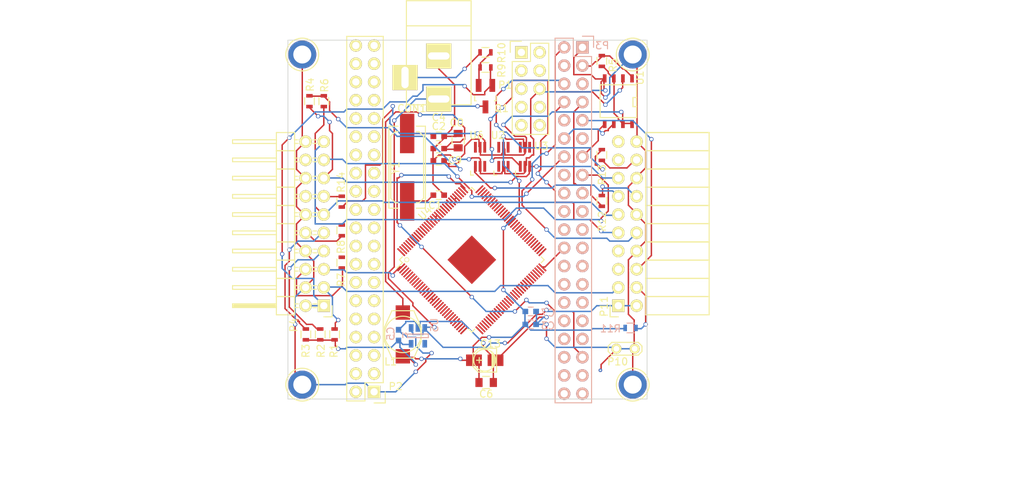
<source format=kicad_pcb>
(kicad_pcb (version 4) (host pcbnew "(after 2015-mar-04 BZR unknown)-product")

  (general
    (links 217)
    (no_connects 103)
    (area 49.949999 49.949999 100.050001 100.050001)
    (thickness 1.6)
    (drawings 9)
    (tracks 854)
    (zones 0)
    (modules 45)
    (nets 103)
  )

  (page A4)
  (layers
    (0 F.Cu signal)
    (31 B.Cu signal)
    (32 B.Adhes user)
    (33 F.Adhes user)
    (34 B.Paste user)
    (35 F.Paste user)
    (36 B.SilkS user)
    (37 F.SilkS user)
    (38 B.Mask user)
    (39 F.Mask user)
    (40 Dwgs.User user)
    (41 Cmts.User user)
    (42 Eco1.User user)
    (43 Eco2.User user)
    (44 Edge.Cuts user)
    (45 Margin user)
    (46 B.CrtYd user)
    (47 F.CrtYd user)
    (48 B.Fab user)
    (49 F.Fab user)
  )

  (setup
    (last_trace_width 0.2)
    (trace_clearance 0.15)
    (zone_clearance 0.508)
    (zone_45_only no)
    (trace_min 0.18)
    (segment_width 0.2)
    (edge_width 0.1)
    (via_size 0.6)
    (via_drill 0.4)
    (via_min_size 0.4)
    (via_min_drill 0.3)
    (uvia_size 0.3)
    (uvia_drill 0.1)
    (uvias_allowed no)
    (uvia_min_size 0.2)
    (uvia_min_drill 0.1)
    (pcb_text_width 0.3)
    (pcb_text_size 1.5 1.5)
    (mod_edge_width 0.15)
    (mod_text_size 1 1)
    (mod_text_width 0.15)
    (pad_size 1.5 1.5)
    (pad_drill 0.6)
    (pad_to_mask_clearance 0)
    (aux_axis_origin 0 0)
    (visible_elements 7FFFF7FF)
    (pcbplotparams
      (layerselection 0x00030_80000001)
      (usegerberextensions false)
      (excludeedgelayer true)
      (linewidth 0.150000)
      (plotframeref false)
      (viasonmask false)
      (mode 1)
      (useauxorigin false)
      (hpglpennumber 1)
      (hpglpenspeed 20)
      (hpglpendiameter 15)
      (hpglpenoverlay 2)
      (psnegative false)
      (psa4output false)
      (plotreference true)
      (plotvalue true)
      (plotinvisibletext false)
      (padsonsilk false)
      (subtractmaskfromsilk false)
      (outputformat 1)
      (mirror false)
      (drillshape 1)
      (scaleselection 1)
      (outputdirectory ""))
  )

  (net 0 "")
  (net 1 "Net-(C1-Pad1)")
  (net 2 GND)
  (net 3 +3.3VADC)
  (net 4 "Net-(C4-Pad1)")
  (net 5 /pwr/OUTUNREG)
  (net 6 "Net-(CON1-Pad3)")
  (net 7 /D0)
  (net 8 /D1)
  (net 9 /D2)
  (net 10 /D3)
  (net 11 /xlinkout1/LINK1D)
  (net 12 /xlinkout1/LINK0D)
  (net 13 /xlinkout1/LINK0U)
  (net 14 /xlinkout1/LINK1U)
  (net 15 /D8)
  (net 16 /D9)
  (net 17 /D10)
  (net 18 /D11)
  (net 19 /xlinkin1/UARTRX)
  (net 20 /xlinkin1/UARTTX)
  (net 21 /D14)
  (net 22 /D15)
  (net 23 /xlinkin1/LINK1U)
  (net 24 /xlinkin1/LINK0U)
  (net 25 /xlinkin1/LINK0D)
  (net 26 /xlinkin1/LINK1D)
  (net 27 /D20)
  (net 28 /D21)
  (net 29 /D22)
  (net 30 /D23)
  (net 31 /D24)
  (net 32 /D25)
  (net 33 /D26)
  (net 34 /D27)
  (net 35 /D28)
  (net 36 /D29)
  (net 37 /D30)
  (net 38 /D31)
  (net 39 /D32)
  (net 40 /D33)
  (net 41 /D34)
  (net 42 /D35)
  (net 43 /D36)
  (net 44 /D37)
  (net 45 /D38)
  (net 46 /pwr/INUNREG)
  (net 47 /xlinkin1/~TRST)
  (net 48 /xlinkin1/TDI)
  (net 49 /xlinkin1/XLi1u)
  (net 50 /xlinkin1/TMS)
  (net 51 /xlinkin1/TCK)
  (net 52 /xlinkin1/XLi0u)
  (net 53 /xlinkin1/~DBG)
  (net 54 /xlinkin1/TDO)
  (net 55 /xlinkin1/~RST)
  (net 56 /xlinkout1/~PRESENT)
  (net 57 /xlinkout1/TDI)
  (net 58 /xlinkout1/ELoTDO)
  (net 59 /xlinkout1/ELo0d)
  (net 60 /xlinkout1/ELo1d)
  (net 61 "Net-(Q1-Pad2)")
  (net 62 "Net-(R14-Pad2)")
  (net 63 /XTMS)
  (net 64 /~XRST)
  (net 65 /XTCK)
  (net 66 /X1D1)
  (net 67 /X1D2)
  (net 68 /X1D3)
  (net 69 /X1D4)
  (net 70 /X1D5)
  (net 71 /X1D6)
  (net 72 /X1D7)
  (net 73 /X1D8)
  (net 74 /X1D9)
  (net 75 /X1D10)
  (net 76 /X1D11)
  (net 77 /X1D16)
  (net 78 /X1D17)
  (net 79 /X1D18)
  (net 80 /X1D19)
  (net 81 /X1D20)
  (net 82 /X1D21)
  (net 83 /X1D24)
  (net 84 /X1D25)
  (net 85 /X1D26)
  (net 86 /X1D27)
  (net 87 /X1D28)
  (net 88 /X1D29)
  (net 89 /X1D30)
  (net 90 /X1D31)
  (net 91 /X1D32)
  (net 92 /X1D33)
  (net 93 /X1D35)
  (net 94 /X1D36)
  (net 95 /X1D37)
  (net 96 /X1D38)
  (net 97 +3V3)
  (net 98 "Net-(U4-PadGND)")
  (net 99 VDDIOL)
  (net 100 VDD)
  (net 101 VDDIOR)
  (net 102 VDDIOT)

  (net_class Default "This is the default net class."
    (clearance 0.15)
    (trace_width 0.2)
    (via_dia 0.6)
    (via_drill 0.4)
    (uvia_dia 0.3)
    (uvia_drill 0.1)
    (add_net +3V3)
    (add_net /D0)
    (add_net /D1)
    (add_net /D10)
    (add_net /D11)
    (add_net /D14)
    (add_net /D15)
    (add_net /D2)
    (add_net /D20)
    (add_net /D21)
    (add_net /D22)
    (add_net /D23)
    (add_net /D24)
    (add_net /D25)
    (add_net /D26)
    (add_net /D27)
    (add_net /D28)
    (add_net /D29)
    (add_net /D3)
    (add_net /D30)
    (add_net /D31)
    (add_net /D32)
    (add_net /D33)
    (add_net /D34)
    (add_net /D35)
    (add_net /D36)
    (add_net /D37)
    (add_net /D38)
    (add_net /D8)
    (add_net /D9)
    (add_net /X1D1)
    (add_net /X1D10)
    (add_net /X1D11)
    (add_net /X1D16)
    (add_net /X1D17)
    (add_net /X1D18)
    (add_net /X1D19)
    (add_net /X1D2)
    (add_net /X1D20)
    (add_net /X1D21)
    (add_net /X1D24)
    (add_net /X1D25)
    (add_net /X1D26)
    (add_net /X1D27)
    (add_net /X1D28)
    (add_net /X1D29)
    (add_net /X1D3)
    (add_net /X1D30)
    (add_net /X1D31)
    (add_net /X1D32)
    (add_net /X1D33)
    (add_net /X1D35)
    (add_net /X1D36)
    (add_net /X1D37)
    (add_net /X1D38)
    (add_net /X1D4)
    (add_net /X1D5)
    (add_net /X1D6)
    (add_net /X1D7)
    (add_net /X1D8)
    (add_net /X1D9)
    (add_net /XTCK)
    (add_net /XTMS)
    (add_net /pwr/INUNREG)
    (add_net /pwr/OUTUNREG)
    (add_net /xlinkin1/LINK0D)
    (add_net /xlinkin1/LINK0U)
    (add_net /xlinkin1/LINK1D)
    (add_net /xlinkin1/LINK1U)
    (add_net /xlinkin1/TCK)
    (add_net /xlinkin1/TDI)
    (add_net /xlinkin1/TDO)
    (add_net /xlinkin1/TMS)
    (add_net /xlinkin1/UARTRX)
    (add_net /xlinkin1/UARTTX)
    (add_net /xlinkin1/XLi0u)
    (add_net /xlinkin1/XLi1u)
    (add_net /xlinkin1/~DBG)
    (add_net /xlinkin1/~RST)
    (add_net /xlinkin1/~TRST)
    (add_net /xlinkout1/ELo0d)
    (add_net /xlinkout1/ELo1d)
    (add_net /xlinkout1/ELoTDO)
    (add_net /xlinkout1/LINK0D)
    (add_net /xlinkout1/LINK0U)
    (add_net /xlinkout1/LINK1D)
    (add_net /xlinkout1/LINK1U)
    (add_net /xlinkout1/TDI)
    (add_net /xlinkout1/~PRESENT)
    (add_net /~XRST)
    (add_net GND)
    (add_net "Net-(C1-Pad1)")
    (add_net "Net-(C4-Pad1)")
    (add_net "Net-(CON1-Pad3)")
    (add_net "Net-(Q1-Pad2)")
    (add_net "Net-(R14-Pad2)")
    (add_net "Net-(U4-PadGND)")
    (add_net VDD)
    (add_net VDDIOL)
    (add_net VDDIOR)
    (add_net VDDIOT)
  )

  (net_class pwr ""
    (clearance 0.2)
    (trace_width 0.4)
    (via_dia 0.6)
    (via_drill 0.4)
    (uvia_dia 0.3)
    (uvia_drill 0.1)
    (add_net +3.3VADC)
  )

  (module Capacitors_SMD:C_0603 placed (layer F.Cu) (tedit 554D3FFE) (tstamp 554D0159)
    (at 71 71.6)
    (descr "Capacitor SMD 0603, reflow soldering, AVX (see smccp.pdf)")
    (tags "capacitor 0603")
    (path /55437750)
    (attr smd)
    (fp_text reference C1 (at -0.5 1.4) (layer F.SilkS)
      (effects (font (size 1 1) (thickness 0.15)))
    )
    (fp_text value 33p (at 0 -0.1) (layer F.Fab)
      (effects (font (size 1 1) (thickness 0.15)))
    )
    (fp_line (start -1.45 -0.75) (end 1.45 -0.75) (layer F.CrtYd) (width 0.05))
    (fp_line (start -1.45 0.75) (end 1.45 0.75) (layer F.CrtYd) (width 0.05))
    (fp_line (start -1.45 -0.75) (end -1.45 0.75) (layer F.CrtYd) (width 0.05))
    (fp_line (start 1.45 -0.75) (end 1.45 0.75) (layer F.CrtYd) (width 0.05))
    (fp_line (start -0.35 -0.6) (end 0.35 -0.6) (layer F.SilkS) (width 0.15))
    (fp_line (start 0.35 0.6) (end -0.35 0.6) (layer F.SilkS) (width 0.15))
    (pad 1 smd rect (at -0.75 0) (size 0.8 0.75) (layers F.Cu F.Paste F.Mask)
      (net 1 "Net-(C1-Pad1)"))
    (pad 2 smd rect (at 0.75 0) (size 0.8 0.75) (layers F.Cu F.Paste F.Mask)
      (net 2 GND))
    (model Capacitors_SMD.3dshapes/C_0603.wrl
      (at (xyz 0 0 0))
      (scale (xyz 1 1 1))
      (rotate (xyz 0 0 0))
    )
  )

  (module Capacitors_SMD:C_0603 placed (layer F.Cu) (tedit 554D3F89) (tstamp 554D0165)
    (at 71 65.1 180)
    (descr "Capacitor SMD 0603, reflow soldering, AVX (see smccp.pdf)")
    (tags "capacitor 0603")
    (path /55437B30)
    (attr smd)
    (fp_text reference C2 (at 0 3.1 180) (layer F.SilkS)
      (effects (font (size 1 1) (thickness 0.15)))
    )
    (fp_text value 100n (at 2.25 3.1 180) (layer F.Fab)
      (effects (font (size 1 1) (thickness 0.15)))
    )
    (fp_line (start -1.45 -0.75) (end 1.45 -0.75) (layer F.CrtYd) (width 0.05))
    (fp_line (start -1.45 0.75) (end 1.45 0.75) (layer F.CrtYd) (width 0.05))
    (fp_line (start -1.45 -0.75) (end -1.45 0.75) (layer F.CrtYd) (width 0.05))
    (fp_line (start 1.45 -0.75) (end 1.45 0.75) (layer F.CrtYd) (width 0.05))
    (fp_line (start -0.35 -0.6) (end 0.35 -0.6) (layer F.SilkS) (width 0.15))
    (fp_line (start 0.35 0.6) (end -0.35 0.6) (layer F.SilkS) (width 0.15))
    (pad 1 smd rect (at -0.75 0 180) (size 0.8 0.75) (layers F.Cu F.Paste F.Mask)
      (net 3 +3.3VADC))
    (pad 2 smd rect (at 0.75 0 180) (size 0.8 0.75) (layers F.Cu F.Paste F.Mask)
      (net 2 GND))
    (model Capacitors_SMD.3dshapes/C_0603.wrl
      (at (xyz 0 0 0))
      (scale (xyz 1 1 1))
      (rotate (xyz 0 0 0))
    )
  )

  (module Capacitors_SMD:C_0603 placed (layer B.Cu) (tedit 554D4066) (tstamp 554D0171)
    (at 83.8 89.6)
    (descr "Capacitor SMD 0603, reflow soldering, AVX (see smccp.pdf)")
    (tags "capacitor 0603")
    (path /55439D02)
    (attr smd)
    (fp_text reference C3 (at 2.4 0.2) (layer B.SilkS)
      (effects (font (size 1 1) (thickness 0.15)) (justify mirror))
    )
    (fp_text value 100n (at -0.05 -0.1) (layer B.Fab)
      (effects (font (size 1 1) (thickness 0.15)) (justify mirror))
    )
    (fp_line (start -1.45 0.75) (end 1.45 0.75) (layer B.CrtYd) (width 0.05))
    (fp_line (start -1.45 -0.75) (end 1.45 -0.75) (layer B.CrtYd) (width 0.05))
    (fp_line (start -1.45 0.75) (end -1.45 -0.75) (layer B.CrtYd) (width 0.05))
    (fp_line (start 1.45 0.75) (end 1.45 -0.75) (layer B.CrtYd) (width 0.05))
    (fp_line (start -0.35 0.6) (end 0.35 0.6) (layer B.SilkS) (width 0.15))
    (fp_line (start 0.35 -0.6) (end -0.35 -0.6) (layer B.SilkS) (width 0.15))
    (pad 1 smd rect (at -0.75 0) (size 0.8 0.75) (layers B.Cu B.Paste B.Mask)
      (net 97 +3V3))
    (pad 2 smd rect (at 0.75 0) (size 0.8 0.75) (layers B.Cu B.Paste B.Mask)
      (net 2 GND))
    (model Capacitors_SMD.3dshapes/C_0603.wrl
      (at (xyz 0 0 0))
      (scale (xyz 1 1 1))
      (rotate (xyz 0 0 0))
    )
  )

  (module Capacitors_SMD:C_0603 placed (layer F.Cu) (tedit 554D3F90) (tstamp 554D017D)
    (at 71 63.4)
    (descr "Capacitor SMD 0603, reflow soldering, AVX (see smccp.pdf)")
    (tags "capacitor 0603")
    (path /55437783)
    (attr smd)
    (fp_text reference C4 (at 0 -2.65) (layer F.SilkS)
      (effects (font (size 1 1) (thickness 0.15)))
    )
    (fp_text value 33p (at -2.25 -2.65) (layer F.Fab)
      (effects (font (size 1 1) (thickness 0.15)))
    )
    (fp_line (start -1.45 -0.75) (end 1.45 -0.75) (layer F.CrtYd) (width 0.05))
    (fp_line (start -1.45 0.75) (end 1.45 0.75) (layer F.CrtYd) (width 0.05))
    (fp_line (start -1.45 -0.75) (end -1.45 0.75) (layer F.CrtYd) (width 0.05))
    (fp_line (start 1.45 -0.75) (end 1.45 0.75) (layer F.CrtYd) (width 0.05))
    (fp_line (start -0.35 -0.6) (end 0.35 -0.6) (layer F.SilkS) (width 0.15))
    (fp_line (start 0.35 0.6) (end -0.35 0.6) (layer F.SilkS) (width 0.15))
    (pad 1 smd rect (at -0.75 0) (size 0.8 0.75) (layers F.Cu F.Paste F.Mask)
      (net 4 "Net-(C4-Pad1)"))
    (pad 2 smd rect (at 0.75 0) (size 0.8 0.75) (layers F.Cu F.Paste F.Mask)
      (net 2 GND))
    (model Capacitors_SMD.3dshapes/C_0603.wrl
      (at (xyz 0 0 0))
      (scale (xyz 1 1 1))
      (rotate (xyz 0 0 0))
    )
  )

  (module Capacitors_SMD:C_0603 placed (layer B.Cu) (tedit 554D3F30) (tstamp 554D0189)
    (at 65.4 91.1 90)
    (descr "Capacitor SMD 0603, reflow soldering, AVX (see smccp.pdf)")
    (tags "capacitor 0603")
    (path /55437E2D)
    (attr smd)
    (fp_text reference C5 (at 0.2 -1.1 90) (layer B.SilkS)
      (effects (font (size 1 1) (thickness 0.15)) (justify mirror))
    )
    (fp_text value 4u7 (at 0.1 -0.15 90) (layer B.Fab)
      (effects (font (size 1 1) (thickness 0.15)) (justify mirror))
    )
    (fp_line (start -1.45 0.75) (end 1.45 0.75) (layer B.CrtYd) (width 0.05))
    (fp_line (start -1.45 -0.75) (end 1.45 -0.75) (layer B.CrtYd) (width 0.05))
    (fp_line (start -1.45 0.75) (end -1.45 -0.75) (layer B.CrtYd) (width 0.05))
    (fp_line (start 1.45 0.75) (end 1.45 -0.75) (layer B.CrtYd) (width 0.05))
    (fp_line (start -0.35 0.6) (end 0.35 0.6) (layer B.SilkS) (width 0.15))
    (fp_line (start 0.35 -0.6) (end -0.35 -0.6) (layer B.SilkS) (width 0.15))
    (pad 1 smd rect (at -0.75 0 90) (size 0.8 0.75) (layers B.Cu B.Paste B.Mask)
      (net 97 +3V3))
    (pad 2 smd rect (at 0.75 0 90) (size 0.8 0.75) (layers B.Cu B.Paste B.Mask)
      (net 2 GND))
    (model Capacitors_SMD.3dshapes/C_0603.wrl
      (at (xyz 0 0 0))
      (scale (xyz 1 1 1))
      (rotate (xyz 0 0 0))
    )
  )

  (module Capacitors_SMD:C_0805 placed (layer F.Cu) (tedit 554D3930) (tstamp 554D0195)
    (at 77.6 97.7)
    (descr "Capacitor SMD 0805, reflow soldering, AVX (see smccp.pdf)")
    (tags "capacitor 0805")
    (path /55439BDA)
    (attr smd)
    (fp_text reference C6 (at 0 1.6) (layer F.SilkS)
      (effects (font (size 1 1) (thickness 0.15)))
    )
    (fp_text value 10u (at 0 2.1) (layer F.Fab)
      (effects (font (size 1 1) (thickness 0.15)))
    )
    (fp_line (start -1.8 -1) (end 1.8 -1) (layer F.CrtYd) (width 0.05))
    (fp_line (start -1.8 1) (end 1.8 1) (layer F.CrtYd) (width 0.05))
    (fp_line (start -1.8 -1) (end -1.8 1) (layer F.CrtYd) (width 0.05))
    (fp_line (start 1.8 -1) (end 1.8 1) (layer F.CrtYd) (width 0.05))
    (fp_line (start 0.5 -0.85) (end -0.5 -0.85) (layer F.SilkS) (width 0.15))
    (fp_line (start -0.5 0.85) (end 0.5 0.85) (layer F.SilkS) (width 0.15))
    (pad 1 smd rect (at -1 0) (size 1 1.25) (layers F.Cu F.Paste F.Mask)
      (net 97 +3V3))
    (pad 2 smd rect (at 1 0) (size 1 1.25) (layers F.Cu F.Paste F.Mask)
      (net 2 GND))
    (model Capacitors_SMD.3dshapes/C_0805.wrl
      (at (xyz 0 0 0))
      (scale (xyz 1 1 1))
      (rotate (xyz 0 0 0))
    )
  )

  (module Capacitors_SMD:C_0603 placed (layer B.Cu) (tedit 554D4055) (tstamp 554D01A1)
    (at 83.8 87.8)
    (descr "Capacitor SMD 0603, reflow soldering, AVX (see smccp.pdf)")
    (tags "capacitor 0603")
    (path /5543866C)
    (attr smd)
    (fp_text reference C7 (at 2.4 0.2) (layer B.SilkS)
      (effects (font (size 1 1) (thickness 0.15)) (justify mirror))
    )
    (fp_text value 100n (at -0.3 -0.05) (layer B.Fab)
      (effects (font (size 1 1) (thickness 0.15)) (justify mirror))
    )
    (fp_line (start -1.45 0.75) (end 1.45 0.75) (layer B.CrtYd) (width 0.05))
    (fp_line (start -1.45 -0.75) (end 1.45 -0.75) (layer B.CrtYd) (width 0.05))
    (fp_line (start -1.45 0.75) (end -1.45 -0.75) (layer B.CrtYd) (width 0.05))
    (fp_line (start 1.45 0.75) (end 1.45 -0.75) (layer B.CrtYd) (width 0.05))
    (fp_line (start -0.35 0.6) (end 0.35 0.6) (layer B.SilkS) (width 0.15))
    (fp_line (start 0.35 -0.6) (end -0.35 -0.6) (layer B.SilkS) (width 0.15))
    (pad 1 smd rect (at -0.75 0) (size 0.8 0.75) (layers B.Cu B.Paste B.Mask)
      (net 97 +3V3))
    (pad 2 smd rect (at 0.75 0) (size 0.8 0.75) (layers B.Cu B.Paste B.Mask)
      (net 2 GND))
    (model Capacitors_SMD.3dshapes/C_0603.wrl
      (at (xyz 0 0 0))
      (scale (xyz 1 1 1))
      (rotate (xyz 0 0 0))
    )
  )

  (module Capacitors_SMD:C_0805 placed (layer F.Cu) (tedit 554D3FD3) (tstamp 554D01AD)
    (at 73.7 64 90)
    (descr "Capacitor SMD 0805, reflow soldering, AVX (see smccp.pdf)")
    (tags "capacitor 0805")
    (path /55439A05)
    (attr smd)
    (fp_text reference C8 (at 2.5 -0.2 180) (layer F.SilkS)
      (effects (font (size 1 1) (thickness 0.15)))
    )
    (fp_text value 10u (at 2.5 2.3 180) (layer F.Fab)
      (effects (font (size 1 1) (thickness 0.15)))
    )
    (fp_line (start -1.8 -1) (end 1.8 -1) (layer F.CrtYd) (width 0.05))
    (fp_line (start -1.8 1) (end 1.8 1) (layer F.CrtYd) (width 0.05))
    (fp_line (start -1.8 -1) (end -1.8 1) (layer F.CrtYd) (width 0.05))
    (fp_line (start 1.8 -1) (end 1.8 1) (layer F.CrtYd) (width 0.05))
    (fp_line (start 0.5 -0.85) (end -0.5 -0.85) (layer F.SilkS) (width 0.15))
    (fp_line (start -0.5 0.85) (end 0.5 0.85) (layer F.SilkS) (width 0.15))
    (pad 1 smd rect (at -1 0 90) (size 1 1.25) (layers F.Cu F.Paste F.Mask)
      (net 3 +3.3VADC))
    (pad 2 smd rect (at 1 0 90) (size 1 1.25) (layers F.Cu F.Paste F.Mask)
      (net 2 GND))
    (model Capacitors_SMD.3dshapes/C_0805.wrl
      (at (xyz 0 0 0))
      (scale (xyz 1 1 1))
      (rotate (xyz 0 0 0))
    )
  )

  (module Capacitors_SMD:C_0603 placed (layer F.Cu) (tedit 554D3FDF) (tstamp 554D01B9)
    (at 71 66.8 180)
    (descr "Capacitor SMD 0603, reflow soldering, AVX (see smccp.pdf)")
    (tags "capacitor 0603")
    (path /5543B85F)
    (attr smd)
    (fp_text reference C9 (at -2.25 0.05 180) (layer F.SilkS)
      (effects (font (size 1 1) (thickness 0.15)))
    )
    (fp_text value 100n (at -0.25 0.05 180) (layer F.Fab)
      (effects (font (size 1 1) (thickness 0.15)))
    )
    (fp_line (start -1.45 -0.75) (end 1.45 -0.75) (layer F.CrtYd) (width 0.05))
    (fp_line (start -1.45 0.75) (end 1.45 0.75) (layer F.CrtYd) (width 0.05))
    (fp_line (start -1.45 -0.75) (end -1.45 0.75) (layer F.CrtYd) (width 0.05))
    (fp_line (start 1.45 -0.75) (end 1.45 0.75) (layer F.CrtYd) (width 0.05))
    (fp_line (start -0.35 -0.6) (end 0.35 -0.6) (layer F.SilkS) (width 0.15))
    (fp_line (start 0.35 0.6) (end -0.35 0.6) (layer F.SilkS) (width 0.15))
    (pad 1 smd rect (at -0.75 0 180) (size 0.8 0.75) (layers F.Cu F.Paste F.Mask)
      (net 97 +3V3))
    (pad 2 smd rect (at 0.75 0 180) (size 0.8 0.75) (layers F.Cu F.Paste F.Mask)
      (net 2 GND))
    (model Capacitors_SMD.3dshapes/C_0603.wrl
      (at (xyz 0 0 0))
      (scale (xyz 1 1 1))
      (rotate (xyz 0 0 0))
    )
  )

  (module Capacitors_SMD:c_elec_3x5.3 (layer F.Cu) (tedit 554D4043) (tstamp 554D01F0)
    (at 77.4 94.6 180)
    (descr "SMT capacitor, aluminium electrolytic, 3x5.3")
    (path /554D98B4/554D9C2F)
    (fp_text reference C13 (at -0.8 2.3 180) (layer F.SilkS)
      (effects (font (size 1 1) (thickness 0.15)))
    )
    (fp_text value CP_Small (at -0.1 0.35 180) (layer F.Fab)
      (effects (font (size 1 1) (thickness 0.15)))
    )
    (fp_line (start -1.651 -1.651) (end -1.651 1.651) (layer F.SilkS) (width 0.15))
    (fp_line (start -1.651 1.651) (end 0.889 1.651) (layer F.SilkS) (width 0.15))
    (fp_line (start 0.889 1.651) (end 1.651 0.889) (layer F.SilkS) (width 0.15))
    (fp_line (start 1.651 0.889) (end 1.651 -0.889) (layer F.SilkS) (width 0.15))
    (fp_line (start 1.651 -0.889) (end 0.889 -1.651) (layer F.SilkS) (width 0.15))
    (fp_line (start 0.889 -1.651) (end -1.651 -1.651) (layer F.SilkS) (width 0.15))
    (fp_line (start -1.397 -0.508) (end -1.397 0.508) (layer F.SilkS) (width 0.15))
    (fp_line (start -1.27 -0.762) (end -1.27 0.762) (layer F.SilkS) (width 0.15))
    (fp_line (start -1.143 -1.016) (end -1.143 1.016) (layer F.SilkS) (width 0.15))
    (fp_line (start -1.016 -1.143) (end -1.016 1.143) (layer F.SilkS) (width 0.15))
    (fp_circle (center 0 0) (end 1.524 0) (layer F.SilkS) (width 0.15))
    (fp_line (start 1.143 0) (end 0.381 0) (layer F.SilkS) (width 0.15))
    (fp_line (start 0.762 -0.381) (end 0.762 0.381) (layer F.SilkS) (width 0.15))
    (pad 1 smd rect (at 1.50114 0 180) (size 2.19964 1.6002) (layers F.Cu F.Paste F.Mask)
      (net 97 +3V3))
    (pad 2 smd rect (at -1.50114 0 180) (size 2.19964 1.6002) (layers F.Cu F.Paste F.Mask)
      (net 2 GND))
    (model Capacitors_SMD.3dshapes/c_elec_3x5.3.wrl
      (at (xyz 0 0 0))
      (scale (xyz 1 1 1))
      (rotate (xyz 0 0 0))
    )
  )

  (module Connect:BARREL_JACK (layer F.Cu) (tedit 554D40CD) (tstamp 554D01FC)
    (at 71 52 270)
    (descr "DC Barrel Jack")
    (tags "Power Jack")
    (path /554D98B4/554D9BEB)
    (fp_text reference CON1 (at 7.5 3.75 360) (layer F.SilkS)
      (effects (font (size 1 1) (thickness 0.15)))
    )
    (fp_text value BARREL_JACK (at -6.75 -0.25 360) (layer F.Fab)
      (effects (font (size 1 1) (thickness 0.15)))
    )
    (fp_line (start -4.0005 -4.50088) (end -4.0005 4.50088) (layer F.SilkS) (width 0.15))
    (fp_line (start -7.50062 -4.50088) (end -7.50062 4.50088) (layer F.SilkS) (width 0.15))
    (fp_line (start -7.50062 4.50088) (end 7.00024 4.50088) (layer F.SilkS) (width 0.15))
    (fp_line (start 7.00024 4.50088) (end 7.00024 -4.50088) (layer F.SilkS) (width 0.15))
    (fp_line (start 7.00024 -4.50088) (end -7.50062 -4.50088) (layer F.SilkS) (width 0.15))
    (pad 1 thru_hole rect (at 6.20014 0 270) (size 3.50012 3.50012) (drill oval 1.00076 2.99974) (layers *.Cu *.Mask F.SilkS)
      (net 5 /pwr/OUTUNREG))
    (pad 2 thru_hole rect (at 0.20066 0 270) (size 3.50012 3.50012) (drill oval 1.00076 2.99974) (layers *.Cu *.Mask F.SilkS)
      (net 2 GND))
    (pad 3 thru_hole rect (at 3.2004 4.699 270) (size 3.50012 3.50012) (drill oval 2.99974 1.00076) (layers *.Cu *.Mask F.SilkS)
      (net 6 "Net-(CON1-Pad3)"))
  )

  (module Inductors:SELF-WE-PD3S (layer F.Cu) (tedit 554D3F2A) (tstamp 554D020C)
    (at 66 91 270)
    (descr "SELF WE-PD3S")
    (path /5543998A)
    (attr smd)
    (fp_text reference L1 (at 3.8 1.7 360) (layer F.SilkS)
      (effects (font (size 1 1) (thickness 0.15)))
    )
    (fp_text value 4u7 (at 2.75 0 360) (layer F.Fab)
      (effects (font (size 1 1) (thickness 0.15)))
    )
    (fp_line (start 0 -2.54) (end 1.016 -2.54) (layer F.SilkS) (width 0.15))
    (fp_line (start 1.016 -2.54) (end 3.302 -1.524) (layer F.SilkS) (width 0.15))
    (fp_line (start 3.302 -1.524) (end 3.302 1.524) (layer F.SilkS) (width 0.15))
    (fp_line (start 3.302 1.524) (end 1.016 2.54) (layer F.SilkS) (width 0.15))
    (fp_line (start 1.016 2.54) (end -1.016 2.54) (layer F.SilkS) (width 0.15))
    (fp_line (start -1.016 2.54) (end -3.302 1.524) (layer F.SilkS) (width 0.15))
    (fp_line (start -3.302 1.524) (end -3.302 -1.524) (layer F.SilkS) (width 0.15))
    (fp_line (start -3.302 -1.524) (end -1.016 -2.54) (layer F.SilkS) (width 0.15))
    (fp_line (start -1.016 -2.54) (end 0 -2.54) (layer F.SilkS) (width 0.15))
    (fp_circle (center 0 0) (end 0 2.54) (layer F.SilkS) (width 0.15))
    (pad 1 smd rect (at -3.048 0 270) (size 1.99898 1.99898) (layers F.Cu F.Paste F.Mask)
      (net 3 +3.3VADC))
    (pad 2 smd rect (at 3.048 0 270) (size 1.99898 1.99898) (layers F.Cu F.Paste F.Mask)
      (net 97 +3V3))
    (model Inductors.3dshapes/SELF-WE-PD3S.wrl
      (at (xyz 0 0 0))
      (scale (xyz 0.53 0.53 0.53))
      (rotate (xyz 0 0 0))
    )
  )

  (module Pin_Headers:Pin_Header_Straight_2x20 (layer F.Cu) (tedit 554D40DB) (tstamp 554D027B)
    (at 62 99 180)
    (descr "Through hole pin header")
    (tags "pin header")
    (path /5549B049)
    (fp_text reference P2 (at -3 0.75 180) (layer F.SilkS)
      (effects (font (size 1 1) (thickness 0.15)))
    )
    (fp_text value CONN_02X20 (at 0.5 -6 180) (layer F.Fab)
      (effects (font (size 1 1) (thickness 0.15)))
    )
    (fp_line (start -1.75 -1.75) (end -1.75 50.05) (layer F.CrtYd) (width 0.05))
    (fp_line (start 4.3 -1.75) (end 4.3 50.05) (layer F.CrtYd) (width 0.05))
    (fp_line (start -1.75 -1.75) (end 4.3 -1.75) (layer F.CrtYd) (width 0.05))
    (fp_line (start -1.75 50.05) (end 4.3 50.05) (layer F.CrtYd) (width 0.05))
    (fp_line (start 3.81 49.53) (end 3.81 -1.27) (layer F.SilkS) (width 0.15))
    (fp_line (start -1.27 1.27) (end -1.27 49.53) (layer F.SilkS) (width 0.15))
    (fp_line (start 3.81 49.53) (end -1.27 49.53) (layer F.SilkS) (width 0.15))
    (fp_line (start 3.81 -1.27) (end 1.27 -1.27) (layer F.SilkS) (width 0.15))
    (fp_line (start 0 -1.55) (end -1.55 -1.55) (layer F.SilkS) (width 0.15))
    (fp_line (start 1.27 -1.27) (end 1.27 1.27) (layer F.SilkS) (width 0.15))
    (fp_line (start 1.27 1.27) (end -1.27 1.27) (layer F.SilkS) (width 0.15))
    (fp_line (start -1.55 -1.55) (end -1.55 0) (layer F.SilkS) (width 0.15))
    (pad 1 thru_hole rect (at 0 0 180) (size 1.7272 1.7272) (drill 1.016) (layers *.Cu *.Mask F.SilkS)
      (net 2 GND))
    (pad 2 thru_hole oval (at 2.54 0 180) (size 1.7272 1.7272) (drill 1.016) (layers *.Cu *.Mask F.SilkS))
    (pad 3 thru_hole oval (at 0 2.54 180) (size 1.7272 1.7272) (drill 1.016) (layers *.Cu *.Mask F.SilkS)
      (net 66 /X1D1))
    (pad 4 thru_hole oval (at 2.54 2.54 180) (size 1.7272 1.7272) (drill 1.016) (layers *.Cu *.Mask F.SilkS)
      (net 67 /X1D2))
    (pad 5 thru_hole oval (at 0 5.08 180) (size 1.7272 1.7272) (drill 1.016) (layers *.Cu *.Mask F.SilkS)
      (net 68 /X1D3))
    (pad 6 thru_hole oval (at 2.54 5.08 180) (size 1.7272 1.7272) (drill 1.016) (layers *.Cu *.Mask F.SilkS)
      (net 69 /X1D4))
    (pad 7 thru_hole oval (at 0 7.62 180) (size 1.7272 1.7272) (drill 1.016) (layers *.Cu *.Mask F.SilkS)
      (net 70 /X1D5))
    (pad 8 thru_hole oval (at 2.54 7.62 180) (size 1.7272 1.7272) (drill 1.016) (layers *.Cu *.Mask F.SilkS)
      (net 71 /X1D6))
    (pad 9 thru_hole oval (at 0 10.16 180) (size 1.7272 1.7272) (drill 1.016) (layers *.Cu *.Mask F.SilkS)
      (net 72 /X1D7))
    (pad 10 thru_hole oval (at 2.54 10.16 180) (size 1.7272 1.7272) (drill 1.016) (layers *.Cu *.Mask F.SilkS)
      (net 73 /X1D8))
    (pad 11 thru_hole oval (at 0 12.7 180) (size 1.7272 1.7272) (drill 1.016) (layers *.Cu *.Mask F.SilkS)
      (net 74 /X1D9))
    (pad 12 thru_hole oval (at 2.54 12.7 180) (size 1.7272 1.7272) (drill 1.016) (layers *.Cu *.Mask F.SilkS)
      (net 75 /X1D10))
    (pad 13 thru_hole oval (at 0 15.24 180) (size 1.7272 1.7272) (drill 1.016) (layers *.Cu *.Mask F.SilkS)
      (net 76 /X1D11))
    (pad 14 thru_hole oval (at 2.54 15.24 180) (size 1.7272 1.7272) (drill 1.016) (layers *.Cu *.Mask F.SilkS))
    (pad 15 thru_hole oval (at 0 17.78 180) (size 1.7272 1.7272) (drill 1.016) (layers *.Cu *.Mask F.SilkS))
    (pad 16 thru_hole oval (at 2.54 17.78 180) (size 1.7272 1.7272) (drill 1.016) (layers *.Cu *.Mask F.SilkS))
    (pad 17 thru_hole oval (at 0 20.32 180) (size 1.7272 1.7272) (drill 1.016) (layers *.Cu *.Mask F.SilkS))
    (pad 18 thru_hole oval (at 2.54 20.32 180) (size 1.7272 1.7272) (drill 1.016) (layers *.Cu *.Mask F.SilkS)
      (net 77 /X1D16))
    (pad 19 thru_hole oval (at 0 22.86 180) (size 1.7272 1.7272) (drill 1.016) (layers *.Cu *.Mask F.SilkS)
      (net 78 /X1D17))
    (pad 20 thru_hole oval (at 2.54 22.86 180) (size 1.7272 1.7272) (drill 1.016) (layers *.Cu *.Mask F.SilkS)
      (net 79 /X1D18))
    (pad 21 thru_hole oval (at 0 25.4 180) (size 1.7272 1.7272) (drill 1.016) (layers *.Cu *.Mask F.SilkS)
      (net 80 /X1D19))
    (pad 22 thru_hole oval (at 2.54 25.4 180) (size 1.7272 1.7272) (drill 1.016) (layers *.Cu *.Mask F.SilkS)
      (net 81 /X1D20))
    (pad 23 thru_hole oval (at 0 27.94 180) (size 1.7272 1.7272) (drill 1.016) (layers *.Cu *.Mask F.SilkS)
      (net 82 /X1D21))
    (pad 24 thru_hole oval (at 2.54 27.94 180) (size 1.7272 1.7272) (drill 1.016) (layers *.Cu *.Mask F.SilkS))
    (pad 25 thru_hole oval (at 0 30.48 180) (size 1.7272 1.7272) (drill 1.016) (layers *.Cu *.Mask F.SilkS))
    (pad 26 thru_hole oval (at 2.54 30.48 180) (size 1.7272 1.7272) (drill 1.016) (layers *.Cu *.Mask F.SilkS)
      (net 83 /X1D24))
    (pad 27 thru_hole oval (at 0 33.02 180) (size 1.7272 1.7272) (drill 1.016) (layers *.Cu *.Mask F.SilkS)
      (net 84 /X1D25))
    (pad 28 thru_hole oval (at 2.54 33.02 180) (size 1.7272 1.7272) (drill 1.016) (layers *.Cu *.Mask F.SilkS)
      (net 85 /X1D26))
    (pad 29 thru_hole oval (at 0 35.56 180) (size 1.7272 1.7272) (drill 1.016) (layers *.Cu *.Mask F.SilkS)
      (net 86 /X1D27))
    (pad 30 thru_hole oval (at 2.54 35.56 180) (size 1.7272 1.7272) (drill 1.016) (layers *.Cu *.Mask F.SilkS)
      (net 87 /X1D28))
    (pad 31 thru_hole oval (at 0 38.1 180) (size 1.7272 1.7272) (drill 1.016) (layers *.Cu *.Mask F.SilkS)
      (net 88 /X1D29))
    (pad 32 thru_hole oval (at 2.54 38.1 180) (size 1.7272 1.7272) (drill 1.016) (layers *.Cu *.Mask F.SilkS)
      (net 89 /X1D30))
    (pad 33 thru_hole oval (at 0 40.64 180) (size 1.7272 1.7272) (drill 1.016) (layers *.Cu *.Mask F.SilkS)
      (net 90 /X1D31))
    (pad 34 thru_hole oval (at 2.54 40.64 180) (size 1.7272 1.7272) (drill 1.016) (layers *.Cu *.Mask F.SilkS)
      (net 91 /X1D32))
    (pad 35 thru_hole oval (at 0 43.18 180) (size 1.7272 1.7272) (drill 1.016) (layers *.Cu *.Mask F.SilkS)
      (net 92 /X1D33))
    (pad 36 thru_hole oval (at 2.54 43.18 180) (size 1.7272 1.7272) (drill 1.016) (layers *.Cu *.Mask F.SilkS))
    (pad 37 thru_hole oval (at 0 45.72 180) (size 1.7272 1.7272) (drill 1.016) (layers *.Cu *.Mask F.SilkS)
      (net 93 /X1D35))
    (pad 38 thru_hole oval (at 2.54 45.72 180) (size 1.7272 1.7272) (drill 1.016) (layers *.Cu *.Mask F.SilkS)
      (net 94 /X1D36))
    (pad 39 thru_hole oval (at 0 48.26 180) (size 1.7272 1.7272) (drill 1.016) (layers *.Cu *.Mask F.SilkS)
      (net 95 /X1D37))
    (pad 40 thru_hole oval (at 2.54 48.26 180) (size 1.7272 1.7272) (drill 1.016) (layers *.Cu *.Mask F.SilkS)
      (net 96 /X1D38))
    (model Pin_Headers.3dshapes/Pin_Header_Straight_2x20.wrl
      (at (xyz 0.05 -0.95 0))
      (scale (xyz 1 1 1))
      (rotate (xyz 0 0 90))
    )
  )

  (module Pin_Headers:Pin_Header_Straight_2x20 (layer B.Cu) (tedit 554D40D4) (tstamp 554D02B3)
    (at 91 51 180)
    (descr "Through hole pin header")
    (tags "pin header")
    (path /55499FAE)
    (fp_text reference P3 (at -2.75 0.25 180) (layer B.SilkS)
      (effects (font (size 1 1) (thickness 0.15)) (justify mirror))
    )
    (fp_text value CONN_02X20 (at -2 5.75 180) (layer B.Fab)
      (effects (font (size 1 1) (thickness 0.15)) (justify mirror))
    )
    (fp_line (start -1.75 1.75) (end -1.75 -50.05) (layer B.CrtYd) (width 0.05))
    (fp_line (start 4.3 1.75) (end 4.3 -50.05) (layer B.CrtYd) (width 0.05))
    (fp_line (start -1.75 1.75) (end 4.3 1.75) (layer B.CrtYd) (width 0.05))
    (fp_line (start -1.75 -50.05) (end 4.3 -50.05) (layer B.CrtYd) (width 0.05))
    (fp_line (start 3.81 -49.53) (end 3.81 1.27) (layer B.SilkS) (width 0.15))
    (fp_line (start -1.27 -1.27) (end -1.27 -49.53) (layer B.SilkS) (width 0.15))
    (fp_line (start 3.81 -49.53) (end -1.27 -49.53) (layer B.SilkS) (width 0.15))
    (fp_line (start 3.81 1.27) (end 1.27 1.27) (layer B.SilkS) (width 0.15))
    (fp_line (start 0 1.55) (end -1.55 1.55) (layer B.SilkS) (width 0.15))
    (fp_line (start 1.27 1.27) (end 1.27 -1.27) (layer B.SilkS) (width 0.15))
    (fp_line (start 1.27 -1.27) (end -1.27 -1.27) (layer B.SilkS) (width 0.15))
    (fp_line (start -1.55 1.55) (end -1.55 0) (layer B.SilkS) (width 0.15))
    (pad 1 thru_hole rect (at 0 0 180) (size 1.7272 1.7272) (drill 1.016) (layers *.Cu *.Mask B.SilkS)
      (net 2 GND))
    (pad 2 thru_hole oval (at 2.54 0 180) (size 1.7272 1.7272) (drill 1.016) (layers *.Cu *.Mask B.SilkS)
      (net 7 /D0))
    (pad 3 thru_hole oval (at 0 -2.54 180) (size 1.7272 1.7272) (drill 1.016) (layers *.Cu *.Mask B.SilkS)
      (net 8 /D1))
    (pad 4 thru_hole oval (at 2.54 -2.54 180) (size 1.7272 1.7272) (drill 1.016) (layers *.Cu *.Mask B.SilkS)
      (net 9 /D2))
    (pad 5 thru_hole oval (at 0 -5.08 180) (size 1.7272 1.7272) (drill 1.016) (layers *.Cu *.Mask B.SilkS)
      (net 10 /D3))
    (pad 6 thru_hole oval (at 2.54 -5.08 180) (size 1.7272 1.7272) (drill 1.016) (layers *.Cu *.Mask B.SilkS)
      (net 11 /xlinkout1/LINK1D))
    (pad 7 thru_hole oval (at 0 -7.62 180) (size 1.7272 1.7272) (drill 1.016) (layers *.Cu *.Mask B.SilkS)
      (net 12 /xlinkout1/LINK0D))
    (pad 8 thru_hole oval (at 2.54 -7.62 180) (size 1.7272 1.7272) (drill 1.016) (layers *.Cu *.Mask B.SilkS)
      (net 13 /xlinkout1/LINK0U))
    (pad 9 thru_hole oval (at 0 -10.16 180) (size 1.7272 1.7272) (drill 1.016) (layers *.Cu *.Mask B.SilkS)
      (net 14 /xlinkout1/LINK1U))
    (pad 10 thru_hole oval (at 2.54 -10.16 180) (size 1.7272 1.7272) (drill 1.016) (layers *.Cu *.Mask B.SilkS)
      (net 15 /D8))
    (pad 11 thru_hole oval (at 0 -12.7 180) (size 1.7272 1.7272) (drill 1.016) (layers *.Cu *.Mask B.SilkS)
      (net 16 /D9))
    (pad 12 thru_hole oval (at 2.54 -12.7 180) (size 1.7272 1.7272) (drill 1.016) (layers *.Cu *.Mask B.SilkS)
      (net 17 /D10))
    (pad 13 thru_hole oval (at 0 -15.24 180) (size 1.7272 1.7272) (drill 1.016) (layers *.Cu *.Mask B.SilkS)
      (net 18 /D11))
    (pad 14 thru_hole oval (at 2.54 -15.24 180) (size 1.7272 1.7272) (drill 1.016) (layers *.Cu *.Mask B.SilkS)
      (net 19 /xlinkin1/UARTRX))
    (pad 15 thru_hole oval (at 0 -17.78 180) (size 1.7272 1.7272) (drill 1.016) (layers *.Cu *.Mask B.SilkS)
      (net 20 /xlinkin1/UARTTX))
    (pad 16 thru_hole oval (at 2.54 -17.78 180) (size 1.7272 1.7272) (drill 1.016) (layers *.Cu *.Mask B.SilkS)
      (net 21 /D14))
    (pad 17 thru_hole oval (at 0 -20.32 180) (size 1.7272 1.7272) (drill 1.016) (layers *.Cu *.Mask B.SilkS)
      (net 22 /D15))
    (pad 18 thru_hole oval (at 2.54 -20.32 180) (size 1.7272 1.7272) (drill 1.016) (layers *.Cu *.Mask B.SilkS)
      (net 23 /xlinkin1/LINK1U))
    (pad 19 thru_hole oval (at 0 -22.86 180) (size 1.7272 1.7272) (drill 1.016) (layers *.Cu *.Mask B.SilkS)
      (net 24 /xlinkin1/LINK0U))
    (pad 20 thru_hole oval (at 2.54 -22.86 180) (size 1.7272 1.7272) (drill 1.016) (layers *.Cu *.Mask B.SilkS)
      (net 25 /xlinkin1/LINK0D))
    (pad 21 thru_hole oval (at 0 -25.4 180) (size 1.7272 1.7272) (drill 1.016) (layers *.Cu *.Mask B.SilkS)
      (net 26 /xlinkin1/LINK1D))
    (pad 22 thru_hole oval (at 2.54 -25.4 180) (size 1.7272 1.7272) (drill 1.016) (layers *.Cu *.Mask B.SilkS)
      (net 27 /D20))
    (pad 23 thru_hole oval (at 0 -27.94 180) (size 1.7272 1.7272) (drill 1.016) (layers *.Cu *.Mask B.SilkS)
      (net 28 /D21))
    (pad 24 thru_hole oval (at 2.54 -27.94 180) (size 1.7272 1.7272) (drill 1.016) (layers *.Cu *.Mask B.SilkS)
      (net 29 /D22))
    (pad 25 thru_hole oval (at 0 -30.48 180) (size 1.7272 1.7272) (drill 1.016) (layers *.Cu *.Mask B.SilkS)
      (net 30 /D23))
    (pad 26 thru_hole oval (at 2.54 -30.48 180) (size 1.7272 1.7272) (drill 1.016) (layers *.Cu *.Mask B.SilkS)
      (net 31 /D24))
    (pad 27 thru_hole oval (at 0 -33.02 180) (size 1.7272 1.7272) (drill 1.016) (layers *.Cu *.Mask B.SilkS)
      (net 32 /D25))
    (pad 28 thru_hole oval (at 2.54 -33.02 180) (size 1.7272 1.7272) (drill 1.016) (layers *.Cu *.Mask B.SilkS)
      (net 33 /D26))
    (pad 29 thru_hole oval (at 0 -35.56 180) (size 1.7272 1.7272) (drill 1.016) (layers *.Cu *.Mask B.SilkS)
      (net 34 /D27))
    (pad 30 thru_hole oval (at 2.54 -35.56 180) (size 1.7272 1.7272) (drill 1.016) (layers *.Cu *.Mask B.SilkS)
      (net 35 /D28))
    (pad 31 thru_hole oval (at 0 -38.1 180) (size 1.7272 1.7272) (drill 1.016) (layers *.Cu *.Mask B.SilkS)
      (net 36 /D29))
    (pad 32 thru_hole oval (at 2.54 -38.1 180) (size 1.7272 1.7272) (drill 1.016) (layers *.Cu *.Mask B.SilkS)
      (net 37 /D30))
    (pad 33 thru_hole oval (at 0 -40.64 180) (size 1.7272 1.7272) (drill 1.016) (layers *.Cu *.Mask B.SilkS)
      (net 38 /D31))
    (pad 34 thru_hole oval (at 2.54 -40.64 180) (size 1.7272 1.7272) (drill 1.016) (layers *.Cu *.Mask B.SilkS)
      (net 39 /D32))
    (pad 35 thru_hole oval (at 0 -43.18 180) (size 1.7272 1.7272) (drill 1.016) (layers *.Cu *.Mask B.SilkS)
      (net 40 /D33))
    (pad 36 thru_hole oval (at 2.54 -43.18 180) (size 1.7272 1.7272) (drill 1.016) (layers *.Cu *.Mask B.SilkS)
      (net 41 /D34))
    (pad 37 thru_hole oval (at 0 -45.72 180) (size 1.7272 1.7272) (drill 1.016) (layers *.Cu *.Mask B.SilkS)
      (net 42 /D35))
    (pad 38 thru_hole oval (at 2.54 -45.72 180) (size 1.7272 1.7272) (drill 1.016) (layers *.Cu *.Mask B.SilkS)
      (net 43 /D36))
    (pad 39 thru_hole oval (at 0 -48.26 180) (size 1.7272 1.7272) (drill 1.016) (layers *.Cu *.Mask B.SilkS)
      (net 44 /D37))
    (pad 40 thru_hole oval (at 2.54 -48.26 180) (size 1.7272 1.7272) (drill 1.016) (layers *.Cu *.Mask B.SilkS)
      (net 45 /D38))
    (model Pin_Headers.3dshapes/Pin_Header_Straight_2x20.wrl
      (at (xyz 0.05 -0.95 0))
      (scale (xyz 1 1 1))
      (rotate (xyz 0 0 90))
    )
  )

  (module Pin_Headers:Pin_Header_Angled_2x10 locked (layer F.Cu) (tedit 554D3F54) (tstamp 554D0344)
    (at 55 87 180)
    (descr "Through hole pin header")
    (tags "pin header")
    (path /554FEDEA/554FEEBF)
    (fp_text reference P4 (at 4.2 -2.7 270) (layer F.SilkS)
      (effects (font (size 1 1) (thickness 0.15)))
    )
    (fp_text value XLinkIn (at 1.25 -2 180) (layer F.Fab)
      (effects (font (size 1 1) (thickness 0.15)))
    )
    (fp_line (start -1.35 -1.75) (end -1.35 24.65) (layer F.CrtYd) (width 0.05))
    (fp_line (start 13.2 -1.75) (end 13.2 24.65) (layer F.CrtYd) (width 0.05))
    (fp_line (start -1.35 -1.75) (end 13.2 -1.75) (layer F.CrtYd) (width 0.05))
    (fp_line (start -1.35 24.65) (end 13.2 24.65) (layer F.CrtYd) (width 0.05))
    (fp_line (start 1.524 -0.254) (end 1.016 -0.254) (layer F.SilkS) (width 0.15))
    (fp_line (start 1.524 0.254) (end 1.016 0.254) (layer F.SilkS) (width 0.15))
    (fp_line (start 1.524 23.114) (end 1.016 23.114) (layer F.SilkS) (width 0.15))
    (fp_line (start 1.524 22.606) (end 1.016 22.606) (layer F.SilkS) (width 0.15))
    (fp_line (start 1.524 17.526) (end 1.016 17.526) (layer F.SilkS) (width 0.15))
    (fp_line (start 1.524 18.034) (end 1.016 18.034) (layer F.SilkS) (width 0.15))
    (fp_line (start 1.524 20.066) (end 1.016 20.066) (layer F.SilkS) (width 0.15))
    (fp_line (start 1.524 20.574) (end 1.016 20.574) (layer F.SilkS) (width 0.15))
    (fp_line (start 1.524 15.494) (end 1.016 15.494) (layer F.SilkS) (width 0.15))
    (fp_line (start 1.524 14.986) (end 1.016 14.986) (layer F.SilkS) (width 0.15))
    (fp_line (start 1.524 12.954) (end 1.016 12.954) (layer F.SilkS) (width 0.15))
    (fp_line (start 1.524 12.446) (end 1.016 12.446) (layer F.SilkS) (width 0.15))
    (fp_line (start 1.524 2.286) (end 1.016 2.286) (layer F.SilkS) (width 0.15))
    (fp_line (start 1.524 2.794) (end 1.016 2.794) (layer F.SilkS) (width 0.15))
    (fp_line (start 1.524 4.826) (end 1.016 4.826) (layer F.SilkS) (width 0.15))
    (fp_line (start 1.524 5.334) (end 1.016 5.334) (layer F.SilkS) (width 0.15))
    (fp_line (start 1.524 10.414) (end 1.016 10.414) (layer F.SilkS) (width 0.15))
    (fp_line (start 1.524 9.906) (end 1.016 9.906) (layer F.SilkS) (width 0.15))
    (fp_line (start 1.524 7.874) (end 1.016 7.874) (layer F.SilkS) (width 0.15))
    (fp_line (start 1.524 7.366) (end 1.016 7.366) (layer F.SilkS) (width 0.15))
    (fp_line (start 4.064 23.114) (end 3.556 23.114) (layer F.SilkS) (width 0.15))
    (fp_line (start 4.064 22.606) (end 3.556 22.606) (layer F.SilkS) (width 0.15))
    (fp_line (start 4.064 20.574) (end 3.556 20.574) (layer F.SilkS) (width 0.15))
    (fp_line (start 4.064 20.066) (end 3.556 20.066) (layer F.SilkS) (width 0.15))
    (fp_line (start 4.064 14.986) (end 3.556 14.986) (layer F.SilkS) (width 0.15))
    (fp_line (start 4.064 15.494) (end 3.556 15.494) (layer F.SilkS) (width 0.15))
    (fp_line (start 4.064 17.526) (end 3.556 17.526) (layer F.SilkS) (width 0.15))
    (fp_line (start 4.064 18.034) (end 3.556 18.034) (layer F.SilkS) (width 0.15))
    (fp_line (start 4.064 12.954) (end 3.556 12.954) (layer F.SilkS) (width 0.15))
    (fp_line (start 4.064 12.446) (end 3.556 12.446) (layer F.SilkS) (width 0.15))
    (fp_line (start 4.064 10.414) (end 3.556 10.414) (layer F.SilkS) (width 0.15))
    (fp_line (start 4.064 9.906) (end 3.556 9.906) (layer F.SilkS) (width 0.15))
    (fp_line (start 4.064 -0.254) (end 3.556 -0.254) (layer F.SilkS) (width 0.15))
    (fp_line (start 4.064 0.254) (end 3.556 0.254) (layer F.SilkS) (width 0.15))
    (fp_line (start 4.064 2.286) (end 3.556 2.286) (layer F.SilkS) (width 0.15))
    (fp_line (start 4.064 2.794) (end 3.556 2.794) (layer F.SilkS) (width 0.15))
    (fp_line (start 4.064 7.874) (end 3.556 7.874) (layer F.SilkS) (width 0.15))
    (fp_line (start 4.064 7.366) (end 3.556 7.366) (layer F.SilkS) (width 0.15))
    (fp_line (start 4.064 5.334) (end 3.556 5.334) (layer F.SilkS) (width 0.15))
    (fp_line (start 4.064 4.826) (end 3.556 4.826) (layer F.SilkS) (width 0.15))
    (fp_line (start 0 -1.55) (end -1.15 -1.55) (layer F.SilkS) (width 0.15))
    (fp_line (start -1.15 -1.55) (end -1.15 0) (layer F.SilkS) (width 0.15))
    (fp_line (start 6.604 -0.127) (end 12.573 -0.127) (layer F.SilkS) (width 0.15))
    (fp_line (start 12.573 -0.127) (end 12.573 0.127) (layer F.SilkS) (width 0.15))
    (fp_line (start 12.573 0.127) (end 6.731 0.127) (layer F.SilkS) (width 0.15))
    (fp_line (start 6.731 0.127) (end 6.731 0) (layer F.SilkS) (width 0.15))
    (fp_line (start 6.731 0) (end 12.573 0) (layer F.SilkS) (width 0.15))
    (fp_line (start 4.064 19.05) (end 6.604 19.05) (layer F.SilkS) (width 0.15))
    (fp_line (start 4.064 19.05) (end 4.064 21.59) (layer F.SilkS) (width 0.15))
    (fp_line (start 4.064 21.59) (end 6.604 21.59) (layer F.SilkS) (width 0.15))
    (fp_line (start 6.604 20.066) (end 12.7 20.066) (layer F.SilkS) (width 0.15))
    (fp_line (start 12.7 20.066) (end 12.7 20.574) (layer F.SilkS) (width 0.15))
    (fp_line (start 12.7 20.574) (end 6.604 20.574) (layer F.SilkS) (width 0.15))
    (fp_line (start 6.604 21.59) (end 6.604 19.05) (layer F.SilkS) (width 0.15))
    (fp_line (start 6.604 24.13) (end 6.604 21.59) (layer F.SilkS) (width 0.15))
    (fp_line (start 12.7 23.114) (end 6.604 23.114) (layer F.SilkS) (width 0.15))
    (fp_line (start 12.7 22.606) (end 12.7 23.114) (layer F.SilkS) (width 0.15))
    (fp_line (start 6.604 22.606) (end 12.7 22.606) (layer F.SilkS) (width 0.15))
    (fp_line (start 4.064 21.59) (end 4.064 24.13) (layer F.SilkS) (width 0.15))
    (fp_line (start 4.064 21.59) (end 6.604 21.59) (layer F.SilkS) (width 0.15))
    (fp_line (start 4.064 24.13) (end 6.604 24.13) (layer F.SilkS) (width 0.15))
    (fp_line (start 4.064 8.89) (end 6.604 8.89) (layer F.SilkS) (width 0.15))
    (fp_line (start 4.064 8.89) (end 4.064 11.43) (layer F.SilkS) (width 0.15))
    (fp_line (start 4.064 11.43) (end 6.604 11.43) (layer F.SilkS) (width 0.15))
    (fp_line (start 6.604 9.906) (end 12.7 9.906) (layer F.SilkS) (width 0.15))
    (fp_line (start 12.7 9.906) (end 12.7 10.414) (layer F.SilkS) (width 0.15))
    (fp_line (start 12.7 10.414) (end 6.604 10.414) (layer F.SilkS) (width 0.15))
    (fp_line (start 6.604 11.43) (end 6.604 8.89) (layer F.SilkS) (width 0.15))
    (fp_line (start 6.604 13.97) (end 6.604 11.43) (layer F.SilkS) (width 0.15))
    (fp_line (start 12.7 12.954) (end 6.604 12.954) (layer F.SilkS) (width 0.15))
    (fp_line (start 12.7 12.446) (end 12.7 12.954) (layer F.SilkS) (width 0.15))
    (fp_line (start 6.604 12.446) (end 12.7 12.446) (layer F.SilkS) (width 0.15))
    (fp_line (start 4.064 13.97) (end 6.604 13.97) (layer F.SilkS) (width 0.15))
    (fp_line (start 4.064 11.43) (end 4.064 13.97) (layer F.SilkS) (width 0.15))
    (fp_line (start 4.064 11.43) (end 6.604 11.43) (layer F.SilkS) (width 0.15))
    (fp_line (start 4.064 16.51) (end 6.604 16.51) (layer F.SilkS) (width 0.15))
    (fp_line (start 4.064 16.51) (end 4.064 19.05) (layer F.SilkS) (width 0.15))
    (fp_line (start 4.064 19.05) (end 6.604 19.05) (layer F.SilkS) (width 0.15))
    (fp_line (start 6.604 17.526) (end 12.7 17.526) (layer F.SilkS) (width 0.15))
    (fp_line (start 12.7 17.526) (end 12.7 18.034) (layer F.SilkS) (width 0.15))
    (fp_line (start 12.7 18.034) (end 6.604 18.034) (layer F.SilkS) (width 0.15))
    (fp_line (start 6.604 19.05) (end 6.604 16.51) (layer F.SilkS) (width 0.15))
    (fp_line (start 6.604 16.51) (end 6.604 13.97) (layer F.SilkS) (width 0.15))
    (fp_line (start 12.7 15.494) (end 6.604 15.494) (layer F.SilkS) (width 0.15))
    (fp_line (start 12.7 14.986) (end 12.7 15.494) (layer F.SilkS) (width 0.15))
    (fp_line (start 6.604 14.986) (end 12.7 14.986) (layer F.SilkS) (width 0.15))
    (fp_line (start 4.064 16.51) (end 6.604 16.51) (layer F.SilkS) (width 0.15))
    (fp_line (start 4.064 13.97) (end 4.064 16.51) (layer F.SilkS) (width 0.15))
    (fp_line (start 4.064 13.97) (end 6.604 13.97) (layer F.SilkS) (width 0.15))
    (fp_line (start 4.064 3.81) (end 6.604 3.81) (layer F.SilkS) (width 0.15))
    (fp_line (start 4.064 3.81) (end 4.064 6.35) (layer F.SilkS) (width 0.15))
    (fp_line (start 4.064 6.35) (end 6.604 6.35) (layer F.SilkS) (width 0.15))
    (fp_line (start 6.604 4.826) (end 12.7 4.826) (layer F.SilkS) (width 0.15))
    (fp_line (start 12.7 4.826) (end 12.7 5.334) (layer F.SilkS) (width 0.15))
    (fp_line (start 12.7 5.334) (end 6.604 5.334) (layer F.SilkS) (width 0.15))
    (fp_line (start 6.604 6.35) (end 6.604 3.81) (layer F.SilkS) (width 0.15))
    (fp_line (start 6.604 8.89) (end 6.604 6.35) (layer F.SilkS) (width 0.15))
    (fp_line (start 12.7 7.874) (end 6.604 7.874) (layer F.SilkS) (width 0.15))
    (fp_line (start 12.7 7.366) (end 12.7 7.874) (layer F.SilkS) (width 0.15))
    (fp_line (start 6.604 7.366) (end 12.7 7.366) (layer F.SilkS) (width 0.15))
    (fp_line (start 4.064 8.89) (end 6.604 8.89) (layer F.SilkS) (width 0.15))
    (fp_line (start 4.064 6.35) (end 4.064 8.89) (layer F.SilkS) (width 0.15))
    (fp_line (start 4.064 6.35) (end 6.604 6.35) (layer F.SilkS) (width 0.15))
    (fp_line (start 4.064 1.27) (end 6.604 1.27) (layer F.SilkS) (width 0.15))
    (fp_line (start 4.064 1.27) (end 4.064 3.81) (layer F.SilkS) (width 0.15))
    (fp_line (start 4.064 3.81) (end 6.604 3.81) (layer F.SilkS) (width 0.15))
    (fp_line (start 6.604 2.286) (end 12.7 2.286) (layer F.SilkS) (width 0.15))
    (fp_line (start 12.7 2.286) (end 12.7 2.794) (layer F.SilkS) (width 0.15))
    (fp_line (start 12.7 2.794) (end 6.604 2.794) (layer F.SilkS) (width 0.15))
    (fp_line (start 6.604 3.81) (end 6.604 1.27) (layer F.SilkS) (width 0.15))
    (fp_line (start 6.604 1.27) (end 6.604 -1.27) (layer F.SilkS) (width 0.15))
    (fp_line (start 12.7 0.254) (end 6.604 0.254) (layer F.SilkS) (width 0.15))
    (fp_line (start 12.7 -0.254) (end 12.7 0.254) (layer F.SilkS) (width 0.15))
    (fp_line (start 6.604 -0.254) (end 12.7 -0.254) (layer F.SilkS) (width 0.15))
    (fp_line (start 4.064 1.27) (end 6.604 1.27) (layer F.SilkS) (width 0.15))
    (fp_line (start 4.064 -1.27) (end 4.064 1.27) (layer F.SilkS) (width 0.15))
    (fp_line (start 4.064 -1.27) (end 6.604 -1.27) (layer F.SilkS) (width 0.15))
    (pad 1 thru_hole rect (at 0 0 180) (size 1.7272 1.7272) (drill 1.016) (layers *.Cu *.Mask F.SilkS)
      (net 46 /pwr/INUNREG))
    (pad 2 thru_hole oval (at 2.54 0 180) (size 1.7272 1.7272) (drill 1.016) (layers *.Cu *.Mask F.SilkS)
      (net 46 /pwr/INUNREG))
    (pad 3 thru_hole oval (at 0 2.54 180) (size 1.7272 1.7272) (drill 1.016) (layers *.Cu *.Mask F.SilkS)
      (net 47 /xlinkin1/~TRST))
    (pad 4 thru_hole oval (at 2.54 2.54 180) (size 1.7272 1.7272) (drill 1.016) (layers *.Cu *.Mask F.SilkS)
      (net 2 GND))
    (pad 5 thru_hole oval (at 0 5.08 180) (size 1.7272 1.7272) (drill 1.016) (layers *.Cu *.Mask F.SilkS)
      (net 48 /xlinkin1/TDI))
    (pad 6 thru_hole oval (at 2.54 5.08 180) (size 1.7272 1.7272) (drill 1.016) (layers *.Cu *.Mask F.SilkS)
      (net 49 /xlinkin1/XLi1u))
    (pad 7 thru_hole oval (at 0 7.62 180) (size 1.7272 1.7272) (drill 1.016) (layers *.Cu *.Mask F.SilkS)
      (net 50 /xlinkin1/TMS))
    (pad 8 thru_hole oval (at 2.54 7.62 180) (size 1.7272 1.7272) (drill 1.016) (layers *.Cu *.Mask F.SilkS)
      (net 2 GND))
    (pad 9 thru_hole oval (at 0 10.16 180) (size 1.7272 1.7272) (drill 1.016) (layers *.Cu *.Mask F.SilkS)
      (net 51 /xlinkin1/TCK))
    (pad 10 thru_hole oval (at 2.54 10.16 180) (size 1.7272 1.7272) (drill 1.016) (layers *.Cu *.Mask F.SilkS)
      (net 52 /xlinkin1/XLi0u))
    (pad 11 thru_hole oval (at 0 12.7 180) (size 1.7272 1.7272) (drill 1.016) (layers *.Cu *.Mask F.SilkS)
      (net 53 /xlinkin1/~DBG))
    (pad 12 thru_hole oval (at 2.54 12.7 180) (size 1.7272 1.7272) (drill 1.016) (layers *.Cu *.Mask F.SilkS)
      (net 2 GND))
    (pad 13 thru_hole oval (at 0 15.24 180) (size 1.7272 1.7272) (drill 1.016) (layers *.Cu *.Mask F.SilkS)
      (net 54 /xlinkin1/TDO))
    (pad 14 thru_hole oval (at 2.54 15.24 180) (size 1.7272 1.7272) (drill 1.016) (layers *.Cu *.Mask F.SilkS)
      (net 25 /xlinkin1/LINK0D))
    (pad 15 thru_hole oval (at 0 17.78 180) (size 1.7272 1.7272) (drill 1.016) (layers *.Cu *.Mask F.SilkS)
      (net 55 /xlinkin1/~RST))
    (pad 16 thru_hole oval (at 2.54 17.78 180) (size 1.7272 1.7272) (drill 1.016) (layers *.Cu *.Mask F.SilkS)
      (net 2 GND))
    (pad 17 thru_hole oval (at 0 20.32 180) (size 1.7272 1.7272) (drill 1.016) (layers *.Cu *.Mask F.SilkS)
      (net 19 /xlinkin1/UARTRX))
    (pad 18 thru_hole oval (at 2.54 20.32 180) (size 1.7272 1.7272) (drill 1.016) (layers *.Cu *.Mask F.SilkS)
      (net 26 /xlinkin1/LINK1D))
    (pad 19 thru_hole oval (at 0 22.86 180) (size 1.7272 1.7272) (drill 1.016) (layers *.Cu *.Mask F.SilkS)
      (net 20 /xlinkin1/UARTTX))
    (pad 20 thru_hole oval (at 2.54 22.86 180) (size 1.7272 1.7272) (drill 1.016) (layers *.Cu *.Mask F.SilkS)
      (net 2 GND))
    (model Pin_Headers.3dshapes/Pin_Header_Angled_2x10.wrl
      (at (xyz 0.05 -0.45 0))
      (scale (xyz 1 1 1))
      (rotate (xyz 0 0 90))
    )
  )

  (module xmos_project:Pillar locked (layer F.Cu) (tedit 554CFD26) (tstamp 554D0349)
    (at 93.5 96)
    (path /554D6812/554D69AE)
    (fp_text reference P5 (at 0 -2.54) (layer F.SilkS) hide
      (effects (font (size 1 1) (thickness 0.15)))
    )
    (fp_text value Pillar (at 0 2.54) (layer F.Fab) hide
      (effects (font (size 1 1) (thickness 0.15)))
    )
    (pad 1 thru_hole circle (at 0 0) (size 0.5 0.5) (drill 0.2) (layers *.Cu)
      (net 2 GND))
  )

  (module Connect:TESTPOINT locked (layer F.Cu) (tedit 554D395A) (tstamp 554D036F)
    (at 97 93)
    (descr "Connecteurs 2 pins")
    (tags "CONN DEV")
    (path /554D6812/554D69A2)
    (fp_text reference P10 (at -1.1 1.8) (layer F.SilkS)
      (effects (font (size 1 1) (thickness 0.15)))
    )
    (fp_text value clip (at 0.127 1.524) (layer F.Fab)
      (effects (font (size 1 1) (thickness 0.15)))
    )
    (fp_line (start -1.905 -0.889) (end 1.778 -0.889) (layer F.SilkS) (width 0.15))
    (fp_line (start 1.778 -0.889) (end 2.286 -0.381) (layer F.SilkS) (width 0.15))
    (fp_line (start 2.286 -0.381) (end 2.286 0.381) (layer F.SilkS) (width 0.15))
    (fp_line (start 2.286 0.381) (end 1.778 0.889) (layer F.SilkS) (width 0.15))
    (fp_line (start 1.778 0.889) (end -1.905 0.889) (layer F.SilkS) (width 0.15))
    (fp_line (start -1.905 0.889) (end -2.413 0.381) (layer F.SilkS) (width 0.15))
    (fp_line (start -2.413 0.381) (end -2.413 -0.381) (layer F.SilkS) (width 0.15))
    (fp_line (start -2.413 -0.381) (end -1.905 -0.889) (layer F.SilkS) (width 0.15))
    (pad 1 thru_hole circle (at -1.27 0) (size 1.397 1.397) (drill 0.8128) (layers *.Cu *.Mask F.SilkS)
      (net 2 GND))
    (pad 1 thru_hole circle (at 1.27 0) (size 1.397 1.397) (drill 0.8128) (layers *.Cu *.Mask F.SilkS)
      (net 2 GND))
    (model Connect.3dshapes/TESTPOINT.wrl
      (at (xyz 0 0 0))
      (scale (xyz 1 1 1))
      (rotate (xyz 0 0 0))
    )
  )

  (module Socket_Strips:Socket_Strip_Angled_2x10 (layer F.Cu) (tedit 554D407C) (tstamp 554D03B6)
    (at 96 87 90)
    (descr "Through hole socket strip")
    (tags "socket strip")
    (path /554CE833/554CE960)
    (fp_text reference P11 (at -0.1 -2 90) (layer F.SilkS)
      (effects (font (size 1 1) (thickness 0.15)))
    )
    (fp_text value XLinkOut (at -1.75 0.25 180) (layer F.Fab)
      (effects (font (size 1 1) (thickness 0.15)))
    )
    (fp_line (start -1.75 -1.35) (end -1.75 13.15) (layer F.CrtYd) (width 0.05))
    (fp_line (start 24.65 -1.35) (end 24.65 13.15) (layer F.CrtYd) (width 0.05))
    (fp_line (start -1.75 -1.35) (end 24.65 -1.35) (layer F.CrtYd) (width 0.05))
    (fp_line (start -1.75 13.15) (end 24.65 13.15) (layer F.CrtYd) (width 0.05))
    (fp_line (start 16.51 12.64) (end 16.51 3.81) (layer F.SilkS) (width 0.15))
    (fp_line (start 13.97 12.64) (end 16.51 12.64) (layer F.SilkS) (width 0.15))
    (fp_line (start 13.97 3.81) (end 16.51 3.81) (layer F.SilkS) (width 0.15))
    (fp_line (start 16.51 3.81) (end 16.51 12.64) (layer F.SilkS) (width 0.15))
    (fp_line (start 19.05 3.81) (end 19.05 12.64) (layer F.SilkS) (width 0.15))
    (fp_line (start 16.51 3.81) (end 19.05 3.81) (layer F.SilkS) (width 0.15))
    (fp_line (start 16.51 12.64) (end 19.05 12.64) (layer F.SilkS) (width 0.15))
    (fp_line (start 19.05 12.64) (end 19.05 3.81) (layer F.SilkS) (width 0.15))
    (fp_line (start 21.59 12.64) (end 21.59 3.81) (layer F.SilkS) (width 0.15))
    (fp_line (start 19.05 12.64) (end 21.59 12.64) (layer F.SilkS) (width 0.15))
    (fp_line (start 19.05 3.81) (end 21.59 3.81) (layer F.SilkS) (width 0.15))
    (fp_line (start 21.59 3.81) (end 21.59 12.64) (layer F.SilkS) (width 0.15))
    (fp_line (start 24.13 3.81) (end 24.13 12.64) (layer F.SilkS) (width 0.15))
    (fp_line (start 21.59 3.81) (end 24.13 3.81) (layer F.SilkS) (width 0.15))
    (fp_line (start 21.59 12.64) (end 24.13 12.64) (layer F.SilkS) (width 0.15))
    (fp_line (start 24.13 12.64) (end 24.13 3.81) (layer F.SilkS) (width 0.15))
    (fp_line (start 13.97 12.64) (end 13.97 3.81) (layer F.SilkS) (width 0.15))
    (fp_line (start 11.43 12.64) (end 13.97 12.64) (layer F.SilkS) (width 0.15))
    (fp_line (start 11.43 3.81) (end 13.97 3.81) (layer F.SilkS) (width 0.15))
    (fp_line (start 13.97 3.81) (end 13.97 12.64) (layer F.SilkS) (width 0.15))
    (fp_line (start 11.43 3.81) (end 11.43 12.64) (layer F.SilkS) (width 0.15))
    (fp_line (start 8.89 3.81) (end 11.43 3.81) (layer F.SilkS) (width 0.15))
    (fp_line (start 8.89 12.64) (end 11.43 12.64) (layer F.SilkS) (width 0.15))
    (fp_line (start 11.43 12.64) (end 11.43 3.81) (layer F.SilkS) (width 0.15))
    (fp_line (start 8.89 12.64) (end 8.89 3.81) (layer F.SilkS) (width 0.15))
    (fp_line (start 6.35 12.64) (end 8.89 12.64) (layer F.SilkS) (width 0.15))
    (fp_line (start 6.35 3.81) (end 8.89 3.81) (layer F.SilkS) (width 0.15))
    (fp_line (start 8.89 3.81) (end 8.89 12.64) (layer F.SilkS) (width 0.15))
    (fp_line (start 6.35 3.81) (end 6.35 12.64) (layer F.SilkS) (width 0.15))
    (fp_line (start 3.81 3.81) (end 6.35 3.81) (layer F.SilkS) (width 0.15))
    (fp_line (start 3.81 12.64) (end 6.35 12.64) (layer F.SilkS) (width 0.15))
    (fp_line (start 6.35 12.64) (end 6.35 3.81) (layer F.SilkS) (width 0.15))
    (fp_line (start 3.81 12.64) (end 3.81 3.81) (layer F.SilkS) (width 0.15))
    (fp_line (start 1.27 12.64) (end 3.81 12.64) (layer F.SilkS) (width 0.15))
    (fp_line (start 1.27 3.81) (end 3.81 3.81) (layer F.SilkS) (width 0.15))
    (fp_line (start 3.81 3.81) (end 3.81 12.64) (layer F.SilkS) (width 0.15))
    (fp_line (start 1.27 3.81) (end 1.27 12.64) (layer F.SilkS) (width 0.15))
    (fp_line (start -1.27 3.81) (end 1.27 3.81) (layer F.SilkS) (width 0.15))
    (fp_line (start 0 -1.15) (end -1.55 -1.15) (layer F.SilkS) (width 0.15))
    (fp_line (start -1.55 -1.15) (end -1.55 0) (layer F.SilkS) (width 0.15))
    (fp_line (start -1.27 3.81) (end -1.27 12.64) (layer F.SilkS) (width 0.15))
    (fp_line (start -1.27 12.64) (end 1.27 12.64) (layer F.SilkS) (width 0.15))
    (fp_line (start 1.27 12.64) (end 1.27 3.81) (layer F.SilkS) (width 0.15))
    (pad 1 thru_hole rect (at 0 0 90) (size 1.7272 1.7272) (drill 1.016) (layers *.Cu *.Mask F.SilkS)
      (net 5 /pwr/OUTUNREG))
    (pad 2 thru_hole oval (at 0 2.54 90) (size 1.7272 1.7272) (drill 1.016) (layers *.Cu *.Mask F.SilkS)
      (net 5 /pwr/OUTUNREG))
    (pad 3 thru_hole oval (at 2.54 0 90) (size 1.7272 1.7272) (drill 1.016) (layers *.Cu *.Mask F.SilkS)
      (net 47 /xlinkin1/~TRST))
    (pad 4 thru_hole oval (at 2.54 2.54 90) (size 1.7272 1.7272) (drill 1.016) (layers *.Cu *.Mask F.SilkS)
      (net 56 /xlinkout1/~PRESENT))
    (pad 5 thru_hole oval (at 5.08 0 90) (size 1.7272 1.7272) (drill 1.016) (layers *.Cu *.Mask F.SilkS)
      (net 57 /xlinkout1/TDI))
    (pad 6 thru_hole oval (at 5.08 2.54 90) (size 1.7272 1.7272) (drill 1.016) (layers *.Cu *.Mask F.SilkS)
      (net 14 /xlinkout1/LINK1U))
    (pad 7 thru_hole oval (at 7.62 0 90) (size 1.7272 1.7272) (drill 1.016) (layers *.Cu *.Mask F.SilkS)
      (net 50 /xlinkin1/TMS))
    (pad 8 thru_hole oval (at 7.62 2.54 90) (size 1.7272 1.7272) (drill 1.016) (layers *.Cu *.Mask F.SilkS)
      (net 2 GND))
    (pad 9 thru_hole oval (at 10.16 0 90) (size 1.7272 1.7272) (drill 1.016) (layers *.Cu *.Mask F.SilkS)
      (net 51 /xlinkin1/TCK))
    (pad 10 thru_hole oval (at 10.16 2.54 90) (size 1.7272 1.7272) (drill 1.016) (layers *.Cu *.Mask F.SilkS)
      (net 13 /xlinkout1/LINK0U))
    (pad 11 thru_hole oval (at 12.7 0 90) (size 1.7272 1.7272) (drill 1.016) (layers *.Cu *.Mask F.SilkS)
      (net 53 /xlinkin1/~DBG))
    (pad 12 thru_hole oval (at 12.7 2.54 90) (size 1.7272 1.7272) (drill 1.016) (layers *.Cu *.Mask F.SilkS)
      (net 2 GND))
    (pad 13 thru_hole oval (at 15.24 0 90) (size 1.7272 1.7272) (drill 1.016) (layers *.Cu *.Mask F.SilkS)
      (net 58 /xlinkout1/ELoTDO))
    (pad 14 thru_hole oval (at 15.24 2.54 90) (size 1.7272 1.7272) (drill 1.016) (layers *.Cu *.Mask F.SilkS)
      (net 59 /xlinkout1/ELo0d))
    (pad 15 thru_hole oval (at 17.78 0 90) (size 1.7272 1.7272) (drill 1.016) (layers *.Cu *.Mask F.SilkS)
      (net 55 /xlinkin1/~RST))
    (pad 16 thru_hole oval (at 17.78 2.54 90) (size 1.7272 1.7272) (drill 1.016) (layers *.Cu *.Mask F.SilkS)
      (net 2 GND))
    (pad 17 thru_hole oval (at 20.32 0 90) (size 1.7272 1.7272) (drill 1.016) (layers *.Cu *.Mask F.SilkS))
    (pad 18 thru_hole oval (at 20.32 2.54 90) (size 1.7272 1.7272) (drill 1.016) (layers *.Cu *.Mask F.SilkS)
      (net 60 /xlinkout1/ELo1d))
    (pad 19 thru_hole oval (at 22.86 0 90) (size 1.7272 1.7272) (drill 1.016) (layers *.Cu *.Mask F.SilkS))
    (pad 20 thru_hole oval (at 22.86 2.54 90) (size 1.7272 1.7272) (drill 1.016) (layers *.Cu *.Mask F.SilkS)
      (net 2 GND))
    (model Socket_Strips.3dshapes/Socket_Strip_Angled_2x10.wrl
      (at (xyz 0.45 -0.05 0))
      (scale (xyz 1 1 1))
      (rotate (xyz 0 0 180))
    )
  )

  (module Housings_SOT-23_SOT-143_TSOT-6:SOT-23_Handsoldering (layer F.Cu) (tedit 554D40AC) (tstamp 554D03C1)
    (at 77.5 57.8 180)
    (descr "SOT-23, Handsoldering")
    (tags SOT-23)
    (path /554D98B4/554D9C0B)
    (attr smd)
    (fp_text reference Q1 (at -2.25 -1.7 180) (layer F.SilkS)
      (effects (font (size 1 1) (thickness 0.15)))
    )
    (fp_text value "ntr4101 P" (at 0.75 -1.7 360) (layer F.Fab)
      (effects (font (size 1 1) (thickness 0.15)))
    )
    (fp_line (start -1.49982 0.0508) (end -1.49982 -0.65024) (layer F.SilkS) (width 0.15))
    (fp_line (start -1.49982 -0.65024) (end -1.2509 -0.65024) (layer F.SilkS) (width 0.15))
    (fp_line (start 1.29916 -0.65024) (end 1.49982 -0.65024) (layer F.SilkS) (width 0.15))
    (fp_line (start 1.49982 -0.65024) (end 1.49982 0.0508) (layer F.SilkS) (width 0.15))
    (pad 1 smd rect (at -0.95 1.50114 180) (size 0.8001 1.80086) (layers F.Cu F.Paste F.Mask)
      (net 46 /pwr/INUNREG))
    (pad 2 smd rect (at 0.95 1.50114 180) (size 0.8001 1.80086) (layers F.Cu F.Paste F.Mask)
      (net 61 "Net-(Q1-Pad2)"))
    (pad 3 smd rect (at 0 -1.50114 180) (size 0.8001 1.80086) (layers F.Cu F.Paste F.Mask)
      (net 5 /pwr/OUTUNREG))
    (model Housings_SOT-23_SOT-143_TSOT-6.3dshapes/SOT-23_Handsoldering.wrl
      (at (xyz 0 0 0))
      (scale (xyz 1 1 1))
      (rotate (xyz 0 0 0))
    )
  )

  (module Resistors_SMD:R_0603 placed (layer F.Cu) (tedit 554D3F3E) (tstamp 554D03CD)
    (at 56.5 91 90)
    (descr "Resistor SMD 0603, reflow soldering, Vishay (see dcrcw.pdf)")
    (tags "resistor 0603")
    (path /55463ACB)
    (attr smd)
    (fp_text reference R1 (at -2.3 -0.1 90) (layer F.SilkS)
      (effects (font (size 1 1) (thickness 0.15)))
    )
    (fp_text value 47K (at -4.5 0 90) (layer F.Fab)
      (effects (font (size 1 1) (thickness 0.15)))
    )
    (fp_line (start -1.3 -0.8) (end 1.3 -0.8) (layer F.CrtYd) (width 0.05))
    (fp_line (start -1.3 0.8) (end 1.3 0.8) (layer F.CrtYd) (width 0.05))
    (fp_line (start -1.3 -0.8) (end -1.3 0.8) (layer F.CrtYd) (width 0.05))
    (fp_line (start 1.3 -0.8) (end 1.3 0.8) (layer F.CrtYd) (width 0.05))
    (fp_line (start 0.5 0.675) (end -0.5 0.675) (layer F.SilkS) (width 0.15))
    (fp_line (start -0.5 -0.675) (end 0.5 -0.675) (layer F.SilkS) (width 0.15))
    (pad 1 smd rect (at -0.75 0 90) (size 0.5 0.9) (layers F.Cu F.Paste F.Mask)
      (net 97 +3V3))
    (pad 2 smd rect (at 0.75 0 90) (size 0.5 0.9) (layers F.Cu F.Paste F.Mask)
      (net 47 /xlinkin1/~TRST))
    (model Resistors_SMD.3dshapes/R_0603.wrl
      (at (xyz 0 0 0))
      (scale (xyz 1 1 1))
      (rotate (xyz 0 0 0))
    )
  )

  (module Resistors_SMD:R_0603 placed (layer F.Cu) (tedit 554D3F46) (tstamp 554D03D9)
    (at 54.5 91 90)
    (descr "Resistor SMD 0603, reflow soldering, Vishay (see dcrcw.pdf)")
    (tags "resistor 0603")
    (path /55463AD2)
    (attr smd)
    (fp_text reference R2 (at -2.3 0.1 90) (layer F.SilkS)
      (effects (font (size 1 1) (thickness 0.15)))
    )
    (fp_text value 47K (at -4.5 0.25 90) (layer F.Fab)
      (effects (font (size 1 1) (thickness 0.15)))
    )
    (fp_line (start -1.3 -0.8) (end 1.3 -0.8) (layer F.CrtYd) (width 0.05))
    (fp_line (start -1.3 0.8) (end 1.3 0.8) (layer F.CrtYd) (width 0.05))
    (fp_line (start -1.3 -0.8) (end -1.3 0.8) (layer F.CrtYd) (width 0.05))
    (fp_line (start 1.3 -0.8) (end 1.3 0.8) (layer F.CrtYd) (width 0.05))
    (fp_line (start 0.5 0.675) (end -0.5 0.675) (layer F.SilkS) (width 0.15))
    (fp_line (start -0.5 -0.675) (end 0.5 -0.675) (layer F.SilkS) (width 0.15))
    (pad 1 smd rect (at -0.75 0 90) (size 0.5 0.9) (layers F.Cu F.Paste F.Mask)
      (net 97 +3V3))
    (pad 2 smd rect (at 0.75 0 90) (size 0.5 0.9) (layers F.Cu F.Paste F.Mask)
      (net 50 /xlinkin1/TMS))
    (model Resistors_SMD.3dshapes/R_0603.wrl
      (at (xyz 0 0 0))
      (scale (xyz 1 1 1))
      (rotate (xyz 0 0 0))
    )
  )

  (module Resistors_SMD:R_0603 placed (layer F.Cu) (tedit 554D3F4D) (tstamp 554D03E5)
    (at 52.5 91 90)
    (descr "Resistor SMD 0603, reflow soldering, Vishay (see dcrcw.pdf)")
    (tags "resistor 0603")
    (path /55463AD9)
    (attr smd)
    (fp_text reference R3 (at -2.3 0 90) (layer F.SilkS)
      (effects (font (size 1 1) (thickness 0.15)))
    )
    (fp_text value 47K (at -3.25 -1.25 90) (layer F.Fab)
      (effects (font (size 1 1) (thickness 0.15)))
    )
    (fp_line (start -1.3 -0.8) (end 1.3 -0.8) (layer F.CrtYd) (width 0.05))
    (fp_line (start -1.3 0.8) (end 1.3 0.8) (layer F.CrtYd) (width 0.05))
    (fp_line (start -1.3 -0.8) (end -1.3 0.8) (layer F.CrtYd) (width 0.05))
    (fp_line (start 1.3 -0.8) (end 1.3 0.8) (layer F.CrtYd) (width 0.05))
    (fp_line (start 0.5 0.675) (end -0.5 0.675) (layer F.SilkS) (width 0.15))
    (fp_line (start -0.5 -0.675) (end 0.5 -0.675) (layer F.SilkS) (width 0.15))
    (pad 1 smd rect (at -0.75 0 90) (size 0.5 0.9) (layers F.Cu F.Paste F.Mask)
      (net 97 +3V3))
    (pad 2 smd rect (at 0.75 0 90) (size 0.5 0.9) (layers F.Cu F.Paste F.Mask)
      (net 51 /xlinkin1/TCK))
    (model Resistors_SMD.3dshapes/R_0603.wrl
      (at (xyz 0 0 0))
      (scale (xyz 1 1 1))
      (rotate (xyz 0 0 0))
    )
  )

  (module Resistors_SMD:R_0603 placed (layer F.Cu) (tedit 554D38D7) (tstamp 554D03F1)
    (at 53 58.5 270)
    (descr "Resistor SMD 0603, reflow soldering, Vishay (see dcrcw.pdf)")
    (tags "resistor 0603")
    (path /55463AE0)
    (attr smd)
    (fp_text reference R4 (at -2.3 -0.1 270) (layer F.SilkS)
      (effects (font (size 1 1) (thickness 0.15)))
    )
    (fp_text value 47K (at 0 1.9 270) (layer F.Fab)
      (effects (font (size 1 1) (thickness 0.15)))
    )
    (fp_line (start -1.3 -0.8) (end 1.3 -0.8) (layer F.CrtYd) (width 0.05))
    (fp_line (start -1.3 0.8) (end 1.3 0.8) (layer F.CrtYd) (width 0.05))
    (fp_line (start -1.3 -0.8) (end -1.3 0.8) (layer F.CrtYd) (width 0.05))
    (fp_line (start 1.3 -0.8) (end 1.3 0.8) (layer F.CrtYd) (width 0.05))
    (fp_line (start 0.5 0.675) (end -0.5 0.675) (layer F.SilkS) (width 0.15))
    (fp_line (start -0.5 -0.675) (end 0.5 -0.675) (layer F.SilkS) (width 0.15))
    (pad 1 smd rect (at -0.75 0 270) (size 0.5 0.9) (layers F.Cu F.Paste F.Mask)
      (net 97 +3V3))
    (pad 2 smd rect (at 0.75 0 270) (size 0.5 0.9) (layers F.Cu F.Paste F.Mask)
      (net 55 /xlinkin1/~RST))
    (model Resistors_SMD.3dshapes/R_0603.wrl
      (at (xyz 0 0 0))
      (scale (xyz 1 1 1))
      (rotate (xyz 0 0 0))
    )
  )

  (module Resistors_SMD:R_0603 placed (layer F.Cu) (tedit 554D4096) (tstamp 554D03FD)
    (at 93.7 52.9 270)
    (descr "Resistor SMD 0603, reflow soldering, Vishay (see dcrcw.pdf)")
    (tags "resistor 0603")
    (path /5543AC8E)
    (attr smd)
    (fp_text reference R5 (at 0.6 -1.55 270) (layer F.SilkS)
      (effects (font (size 1 1) (thickness 0.15)))
    )
    (fp_text value 10k (at 0.1 -0.05 270) (layer F.Fab)
      (effects (font (size 1 1) (thickness 0.15)))
    )
    (fp_line (start -1.3 -0.8) (end 1.3 -0.8) (layer F.CrtYd) (width 0.05))
    (fp_line (start -1.3 0.8) (end 1.3 0.8) (layer F.CrtYd) (width 0.05))
    (fp_line (start -1.3 -0.8) (end -1.3 0.8) (layer F.CrtYd) (width 0.05))
    (fp_line (start 1.3 -0.8) (end 1.3 0.8) (layer F.CrtYd) (width 0.05))
    (fp_line (start 0.5 0.675) (end -0.5 0.675) (layer F.SilkS) (width 0.15))
    (fp_line (start -0.5 -0.675) (end 0.5 -0.675) (layer F.SilkS) (width 0.15))
    (pad 1 smd rect (at -0.75 0 270) (size 0.5 0.9) (layers F.Cu F.Paste F.Mask)
      (net 8 /D1))
    (pad 2 smd rect (at 0.75 0 270) (size 0.5 0.9) (layers F.Cu F.Paste F.Mask)
      (net 97 +3V3))
    (model Resistors_SMD.3dshapes/R_0603.wrl
      (at (xyz 0 0 0))
      (scale (xyz 1 1 1))
      (rotate (xyz 0 0 0))
    )
  )

  (module Resistors_SMD:R_0603 placed (layer F.Cu) (tedit 554D38DB) (tstamp 554D0409)
    (at 55 58.5 90)
    (descr "Resistor SMD 0603, reflow soldering, Vishay (see dcrcw.pdf)")
    (tags "resistor 0603")
    (path /55463AB8)
    (attr smd)
    (fp_text reference R6 (at 2.2 0.1 90) (layer F.SilkS)
      (effects (font (size 1 1) (thickness 0.15)))
    )
    (fp_text value 47K (at 0 1.9 90) (layer F.Fab)
      (effects (font (size 1 1) (thickness 0.15)))
    )
    (fp_line (start -1.3 -0.8) (end 1.3 -0.8) (layer F.CrtYd) (width 0.05))
    (fp_line (start -1.3 0.8) (end 1.3 0.8) (layer F.CrtYd) (width 0.05))
    (fp_line (start -1.3 -0.8) (end -1.3 0.8) (layer F.CrtYd) (width 0.05))
    (fp_line (start 1.3 -0.8) (end 1.3 0.8) (layer F.CrtYd) (width 0.05))
    (fp_line (start 0.5 0.675) (end -0.5 0.675) (layer F.SilkS) (width 0.15))
    (fp_line (start -0.5 -0.675) (end 0.5 -0.675) (layer F.SilkS) (width 0.15))
    (pad 1 smd rect (at -0.75 0 90) (size 0.5 0.9) (layers F.Cu F.Paste F.Mask)
      (net 53 /xlinkin1/~DBG))
    (pad 2 smd rect (at 0.75 0 90) (size 0.5 0.9) (layers F.Cu F.Paste F.Mask)
      (net 97 +3V3))
    (model Resistors_SMD.3dshapes/R_0603.wrl
      (at (xyz 0 0 0))
      (scale (xyz 1 1 1))
      (rotate (xyz 0 0 0))
    )
  )

  (module Resistors_SMD:R_0603 placed (layer F.Cu) (tedit 554D3F5E) (tstamp 554D0415)
    (at 57.5 81 270)
    (descr "Resistor SMD 0603, reflow soldering, Vishay (see dcrcw.pdf)")
    (tags "resistor 0603")
    (path /554FEDEA/55505D0D)
    (attr smd)
    (fp_text reference R7 (at 2.4 0.1 270) (layer F.SilkS)
      (effects (font (size 1 1) (thickness 0.15)))
    )
    (fp_text value 33R (at 5 0.25 270) (layer F.Fab)
      (effects (font (size 1 1) (thickness 0.15)))
    )
    (fp_line (start -1.3 -0.8) (end 1.3 -0.8) (layer F.CrtYd) (width 0.05))
    (fp_line (start -1.3 0.8) (end 1.3 0.8) (layer F.CrtYd) (width 0.05))
    (fp_line (start -1.3 -0.8) (end -1.3 0.8) (layer F.CrtYd) (width 0.05))
    (fp_line (start 1.3 -0.8) (end 1.3 0.8) (layer F.CrtYd) (width 0.05))
    (fp_line (start 0.5 0.675) (end -0.5 0.675) (layer F.SilkS) (width 0.15))
    (fp_line (start -0.5 -0.675) (end 0.5 -0.675) (layer F.SilkS) (width 0.15))
    (pad 1 smd rect (at -0.75 0 270) (size 0.5 0.9) (layers F.Cu F.Paste F.Mask)
      (net 23 /xlinkin1/LINK1U))
    (pad 2 smd rect (at 0.75 0 270) (size 0.5 0.9) (layers F.Cu F.Paste F.Mask)
      (net 49 /xlinkin1/XLi1u))
    (model Resistors_SMD.3dshapes/R_0603.wrl
      (at (xyz 0 0 0))
      (scale (xyz 1 1 1))
      (rotate (xyz 0 0 0))
    )
  )

  (module Resistors_SMD:R_0603 placed (layer F.Cu) (tedit 554D3F6A) (tstamp 554D0421)
    (at 57.5 76.5 270)
    (descr "Resistor SMD 0603, reflow soldering, Vishay (see dcrcw.pdf)")
    (tags "resistor 0603")
    (path /554FEDEA/55505D15)
    (attr smd)
    (fp_text reference R8 (at 2.3 0.1 270) (layer F.SilkS)
      (effects (font (size 1 1) (thickness 0.15)))
    )
    (fp_text value 33R (at -1 1 270) (layer F.Fab)
      (effects (font (size 1 1) (thickness 0.15)))
    )
    (fp_line (start -1.3 -0.8) (end 1.3 -0.8) (layer F.CrtYd) (width 0.05))
    (fp_line (start -1.3 0.8) (end 1.3 0.8) (layer F.CrtYd) (width 0.05))
    (fp_line (start -1.3 -0.8) (end -1.3 0.8) (layer F.CrtYd) (width 0.05))
    (fp_line (start 1.3 -0.8) (end 1.3 0.8) (layer F.CrtYd) (width 0.05))
    (fp_line (start 0.5 0.675) (end -0.5 0.675) (layer F.SilkS) (width 0.15))
    (fp_line (start -0.5 -0.675) (end 0.5 -0.675) (layer F.SilkS) (width 0.15))
    (pad 1 smd rect (at -0.75 0 270) (size 0.5 0.9) (layers F.Cu F.Paste F.Mask)
      (net 24 /xlinkin1/LINK0U))
    (pad 2 smd rect (at 0.75 0 270) (size 0.5 0.9) (layers F.Cu F.Paste F.Mask)
      (net 52 /xlinkin1/XLi0u))
    (model Resistors_SMD.3dshapes/R_0603.wrl
      (at (xyz 0 0 0))
      (scale (xyz 1 1 1))
      (rotate (xyz 0 0 0))
    )
  )

  (module Resistors_SMD:R_0603 placed (layer F.Cu) (tedit 554D40B9) (tstamp 554D042D)
    (at 77.5 53.8 180)
    (descr "Resistor SMD 0603, reflow soldering, Vishay (see dcrcw.pdf)")
    (tags "resistor 0603")
    (path /554D98B4/554D9BF9)
    (attr smd)
    (fp_text reference R9 (at -2.25 -0.45 270) (layer F.SilkS)
      (effects (font (size 1 1) (thickness 0.15)))
    )
    (fp_text value 47k (at 0 0.05 180) (layer F.Fab)
      (effects (font (size 1 1) (thickness 0.15)))
    )
    (fp_line (start -1.3 -0.8) (end 1.3 -0.8) (layer F.CrtYd) (width 0.05))
    (fp_line (start -1.3 0.8) (end 1.3 0.8) (layer F.CrtYd) (width 0.05))
    (fp_line (start -1.3 -0.8) (end -1.3 0.8) (layer F.CrtYd) (width 0.05))
    (fp_line (start 1.3 -0.8) (end 1.3 0.8) (layer F.CrtYd) (width 0.05))
    (fp_line (start 0.5 0.675) (end -0.5 0.675) (layer F.SilkS) (width 0.15))
    (fp_line (start -0.5 -0.675) (end 0.5 -0.675) (layer F.SilkS) (width 0.15))
    (pad 1 smd rect (at -0.75 0 180) (size 0.5 0.9) (layers F.Cu F.Paste F.Mask)
      (net 46 /pwr/INUNREG))
    (pad 2 smd rect (at 0.75 0 180) (size 0.5 0.9) (layers F.Cu F.Paste F.Mask)
      (net 61 "Net-(Q1-Pad2)"))
    (model Resistors_SMD.3dshapes/R_0603.wrl
      (at (xyz 0 0 0))
      (scale (xyz 1 1 1))
      (rotate (xyz 0 0 0))
    )
  )

  (module Resistors_SMD:R_0603 placed (layer F.Cu) (tedit 554D40BC) (tstamp 554D0439)
    (at 77.5 51.7 180)
    (descr "Resistor SMD 0603, reflow soldering, Vishay (see dcrcw.pdf)")
    (tags "resistor 0603")
    (path /554D98B4/554D9C00)
    (attr smd)
    (fp_text reference R10 (at -2.25 -0.05 270) (layer F.SilkS)
      (effects (font (size 1 1) (thickness 0.15)))
    )
    (fp_text value 1k (at -0.25 -0.05 180) (layer F.Fab)
      (effects (font (size 1 1) (thickness 0.15)))
    )
    (fp_line (start -1.3 -0.8) (end 1.3 -0.8) (layer F.CrtYd) (width 0.05))
    (fp_line (start -1.3 0.8) (end 1.3 0.8) (layer F.CrtYd) (width 0.05))
    (fp_line (start -1.3 -0.8) (end -1.3 0.8) (layer F.CrtYd) (width 0.05))
    (fp_line (start 1.3 -0.8) (end 1.3 0.8) (layer F.CrtYd) (width 0.05))
    (fp_line (start 0.5 0.675) (end -0.5 0.675) (layer F.SilkS) (width 0.15))
    (fp_line (start -0.5 -0.675) (end 0.5 -0.675) (layer F.SilkS) (width 0.15))
    (pad 1 smd rect (at -0.75 0 180) (size 0.5 0.9) (layers F.Cu F.Paste F.Mask)
      (net 61 "Net-(Q1-Pad2)"))
    (pad 2 smd rect (at 0.75 0 180) (size 0.5 0.9) (layers F.Cu F.Paste F.Mask)
      (net 6 "Net-(CON1-Pad3)"))
    (model Resistors_SMD.3dshapes/R_0603.wrl
      (at (xyz 0 0 0))
      (scale (xyz 1 1 1))
      (rotate (xyz 0 0 0))
    )
  )

  (module Resistors_SMD:R_0603 placed (layer B.Cu) (tedit 554D4070) (tstamp 554D0445)
    (at 97.7 90.1)
    (descr "Resistor SMD 0603, reflow soldering, Vishay (see dcrcw.pdf)")
    (tags "resistor 0603")
    (path /554CE833/554CE975)
    (attr smd)
    (fp_text reference R11 (at -2.8 0.1) (layer B.SilkS)
      (effects (font (size 1 1) (thickness 0.15)) (justify mirror))
    )
    (fp_text value 47k (at 0.05 0.15) (layer B.Fab)
      (effects (font (size 1 1) (thickness 0.15)) (justify mirror))
    )
    (fp_line (start -1.3 0.8) (end 1.3 0.8) (layer B.CrtYd) (width 0.05))
    (fp_line (start -1.3 -0.8) (end 1.3 -0.8) (layer B.CrtYd) (width 0.05))
    (fp_line (start -1.3 0.8) (end -1.3 -0.8) (layer B.CrtYd) (width 0.05))
    (fp_line (start 1.3 0.8) (end 1.3 -0.8) (layer B.CrtYd) (width 0.05))
    (fp_line (start 0.5 -0.675) (end -0.5 -0.675) (layer B.SilkS) (width 0.15))
    (fp_line (start -0.5 0.675) (end 0.5 0.675) (layer B.SilkS) (width 0.15))
    (pad 1 smd rect (at -0.75 0) (size 0.5 0.9) (layers B.Cu B.Paste B.Mask)
      (net 97 +3V3))
    (pad 2 smd rect (at 0.75 0) (size 0.5 0.9) (layers B.Cu B.Paste B.Mask)
      (net 56 /xlinkout1/~PRESENT))
    (model Resistors_SMD.3dshapes/R_0603.wrl
      (at (xyz 0 0 0))
      (scale (xyz 1 1 1))
      (rotate (xyz 0 0 0))
    )
  )

  (module Resistors_SMD:R_0603 placed (layer F.Cu) (tedit 554D408D) (tstamp 554D0451)
    (at 93.7 72.4 90)
    (descr "Resistor SMD 0603, reflow soldering, Vishay (see dcrcw.pdf)")
    (tags "resistor 0603")
    (path /554CE833/554FD447)
    (attr smd)
    (fp_text reference R12 (at -2.85 0.05 90) (layer F.SilkS)
      (effects (font (size 1 1) (thickness 0.15)))
    )
    (fp_text value 33R (at 0.15 0.05 90) (layer F.Fab)
      (effects (font (size 1 1) (thickness 0.15)))
    )
    (fp_line (start -1.3 -0.8) (end 1.3 -0.8) (layer F.CrtYd) (width 0.05))
    (fp_line (start -1.3 0.8) (end 1.3 0.8) (layer F.CrtYd) (width 0.05))
    (fp_line (start -1.3 -0.8) (end -1.3 0.8) (layer F.CrtYd) (width 0.05))
    (fp_line (start 1.3 -0.8) (end 1.3 0.8) (layer F.CrtYd) (width 0.05))
    (fp_line (start 0.5 0.675) (end -0.5 0.675) (layer F.SilkS) (width 0.15))
    (fp_line (start -0.5 -0.675) (end 0.5 -0.675) (layer F.SilkS) (width 0.15))
    (pad 1 smd rect (at -0.75 0 90) (size 0.5 0.9) (layers F.Cu F.Paste F.Mask)
      (net 12 /xlinkout1/LINK0D))
    (pad 2 smd rect (at 0.75 0 90) (size 0.5 0.9) (layers F.Cu F.Paste F.Mask)
      (net 59 /xlinkout1/ELo0d))
    (model Resistors_SMD.3dshapes/R_0603.wrl
      (at (xyz 0 0 0))
      (scale (xyz 1 1 1))
      (rotate (xyz 0 0 0))
    )
  )

  (module Resistors_SMD:R_0603 placed (layer F.Cu) (tedit 554D4087) (tstamp 554D045D)
    (at 93.7 66 270)
    (descr "Resistor SMD 0603, reflow soldering, Vishay (see dcrcw.pdf)")
    (tags "resistor 0603")
    (path /554CE833/554FD44E)
    (attr smd)
    (fp_text reference R13 (at 2.75 -0.05 270) (layer F.SilkS)
      (effects (font (size 1 1) (thickness 0.15)))
    )
    (fp_text value 33R (at 0 -0.05 270) (layer F.Fab)
      (effects (font (size 1 1) (thickness 0.15)))
    )
    (fp_line (start -1.3 -0.8) (end 1.3 -0.8) (layer F.CrtYd) (width 0.05))
    (fp_line (start -1.3 0.8) (end 1.3 0.8) (layer F.CrtYd) (width 0.05))
    (fp_line (start -1.3 -0.8) (end -1.3 0.8) (layer F.CrtYd) (width 0.05))
    (fp_line (start 1.3 -0.8) (end 1.3 0.8) (layer F.CrtYd) (width 0.05))
    (fp_line (start 0.5 0.675) (end -0.5 0.675) (layer F.SilkS) (width 0.15))
    (fp_line (start -0.5 -0.675) (end 0.5 -0.675) (layer F.SilkS) (width 0.15))
    (pad 1 smd rect (at -0.75 0 270) (size 0.5 0.9) (layers F.Cu F.Paste F.Mask)
      (net 11 /xlinkout1/LINK1D))
    (pad 2 smd rect (at 0.75 0 270) (size 0.5 0.9) (layers F.Cu F.Paste F.Mask)
      (net 60 /xlinkout1/ELo1d))
    (model Resistors_SMD.3dshapes/R_0603.wrl
      (at (xyz 0 0 0))
      (scale (xyz 1 1 1))
      (rotate (xyz 0 0 0))
    )
  )

  (module Resistors_SMD:R_0603 placed (layer F.Cu) (tedit 554D3F70) (tstamp 554D0469)
    (at 57.5 72.5 270)
    (descr "Resistor SMD 0603, reflow soldering, Vishay (see dcrcw.pdf)")
    (tags "resistor 0603")
    (path /554CE833/554D30F4)
    (attr smd)
    (fp_text reference R14 (at -2.7 0.1 270) (layer F.SilkS)
      (effects (font (size 1 1) (thickness 0.15)))
    )
    (fp_text value 33R (at -5.5 0 270) (layer F.Fab)
      (effects (font (size 1 1) (thickness 0.15)))
    )
    (fp_line (start -1.3 -0.8) (end 1.3 -0.8) (layer F.CrtYd) (width 0.05))
    (fp_line (start -1.3 0.8) (end 1.3 0.8) (layer F.CrtYd) (width 0.05))
    (fp_line (start -1.3 -0.8) (end -1.3 0.8) (layer F.CrtYd) (width 0.05))
    (fp_line (start 1.3 -0.8) (end 1.3 0.8) (layer F.CrtYd) (width 0.05))
    (fp_line (start 0.5 0.675) (end -0.5 0.675) (layer F.SilkS) (width 0.15))
    (fp_line (start -0.5 -0.675) (end 0.5 -0.675) (layer F.SilkS) (width 0.15))
    (pad 1 smd rect (at -0.75 0 270) (size 0.5 0.9) (layers F.Cu F.Paste F.Mask)
      (net 54 /xlinkin1/TDO))
    (pad 2 smd rect (at 0.75 0 270) (size 0.5 0.9) (layers F.Cu F.Paste F.Mask)
      (net 62 "Net-(R14-Pad2)"))
    (model Resistors_SMD.3dshapes/R_0603.wrl
      (at (xyz 0 0 0))
      (scale (xyz 1 1 1))
      (rotate (xyz 0 0 0))
    )
  )

  (module SMD_Packages:SOIC-8-N (layer F.Cu) (tedit 554D3DE5) (tstamp 554D047C)
    (at 96 58.5 180)
    (descr "Module Narrow CMS SOJ 8 pins large")
    (tags "CMS SOJ")
    (path /5543A584)
    (attr smd)
    (fp_text reference U1 (at -3 3.25 270) (layer F.SilkS)
      (effects (font (size 1 1) (thickness 0.15)))
    )
    (fp_text value w25x40cl (at 0 1.27 180) (layer F.Fab)
      (effects (font (size 1 1) (thickness 0.15)))
    )
    (fp_line (start -2.54 -2.286) (end 2.54 -2.286) (layer F.SilkS) (width 0.15))
    (fp_line (start 2.54 -2.286) (end 2.54 2.286) (layer F.SilkS) (width 0.15))
    (fp_line (start 2.54 2.286) (end -2.54 2.286) (layer F.SilkS) (width 0.15))
    (fp_line (start -2.54 2.286) (end -2.54 -2.286) (layer F.SilkS) (width 0.15))
    (fp_line (start -2.54 -0.762) (end -2.032 -0.762) (layer F.SilkS) (width 0.15))
    (fp_line (start -2.032 -0.762) (end -2.032 0.508) (layer F.SilkS) (width 0.15))
    (fp_line (start -2.032 0.508) (end -2.54 0.508) (layer F.SilkS) (width 0.15))
    (pad 8 smd rect (at -1.905 -3.175 180) (size 0.508 1.143) (layers F.Cu F.Paste F.Mask)
      (net 97 +3V3))
    (pad 7 smd rect (at -0.635 -3.175 180) (size 0.508 1.143) (layers F.Cu F.Paste F.Mask)
      (net 97 +3V3))
    (pad 6 smd rect (at 0.635 -3.175 180) (size 0.508 1.143) (layers F.Cu F.Paste F.Mask)
      (net 17 /D10))
    (pad 5 smd rect (at 1.905 -3.175 180) (size 0.508 1.143) (layers F.Cu F.Paste F.Mask)
      (net 18 /D11))
    (pad 4 smd rect (at 1.905 3.175 180) (size 0.508 1.143) (layers F.Cu F.Paste F.Mask)
      (net 2 GND))
    (pad 3 smd rect (at 0.635 3.175 180) (size 0.508 1.143) (layers F.Cu F.Paste F.Mask)
      (net 97 +3V3))
    (pad 2 smd rect (at -0.635 3.175 180) (size 0.508 1.143) (layers F.Cu F.Paste F.Mask)
      (net 7 /D0))
    (pad 1 smd rect (at -1.905 3.175 180) (size 0.508 1.143) (layers F.Cu F.Paste F.Mask)
      (net 8 /D1))
    (model SMD_Packages.3dshapes/SOIC-8-N.wrl
      (at (xyz 0 0 0))
      (scale (xyz 0.5 0.38 0.5))
      (rotate (xyz 0 0 0))
    )
  )

  (module Housings_SOT-23_SOT-143_TSOT-6:SC-70-6_Handsoldering (layer F.Cu) (tedit 554D401D) (tstamp 554D0488)
    (at 80 66.25)
    (descr "SC-70-6, Handsoldering,")
    (tags "SC-70-6, Handsoldering,")
    (path /55463A73)
    (attr smd)
    (fp_text reference U2 (at -0.75 -3) (layer F.SilkS)
      (effects (font (size 1 1) (thickness 0.15)))
    )
    (fp_text value NC7WZ17 (at 0 1.25 90) (layer F.Fab)
      (effects (font (size 1 1) (thickness 0.15)))
    )
    (fp_line (start -1.3208 1.97866) (end -1.3208 2.54762) (layer F.SilkS) (width 0.15))
    (fp_line (start -1.3208 2.54762) (end -0.90932 2.54762) (layer F.SilkS) (width 0.15))
    (pad 1 smd rect (at -0.65024 1.33096) (size 0.39878 1.50114) (layers F.Cu F.Paste F.Mask)
      (net 47 /xlinkin1/~TRST))
    (pad 2 smd rect (at 0 1.33096) (size 0.39878 1.50114) (layers F.Cu F.Paste F.Mask)
      (net 2 GND))
    (pad 3 smd rect (at 0.65024 1.33096) (size 0.39878 1.50114) (layers F.Cu F.Paste F.Mask)
      (net 50 /xlinkin1/TMS))
    (pad 4 smd rect (at 0.65024 -1.33096) (size 0.39878 1.50114) (layers F.Cu F.Paste F.Mask)
      (net 63 /XTMS))
    (pad 5 smd rect (at 0 -1.33096) (size 0.39878 1.50114) (layers F.Cu F.Paste F.Mask)
      (net 97 +3V3))
    (pad 6 smd rect (at -0.65024 -1.33096) (size 0.39878 1.50114) (layers F.Cu F.Paste F.Mask))
    (model Housings_SOT-23_SOT-143_TSOT-6.3dshapes/SC-70-6_Handsoldering.wrl
      (at (xyz 0 0 0))
      (scale (xyz 1 1 1))
      (rotate (xyz 0 0 0))
    )
  )

  (module Housings_SOT-23_SOT-143_TSOT-6:SC-70-6_Handsoldering placed (layer F.Cu) (tedit 554D401A) (tstamp 554D0494)
    (at 83 66.25)
    (descr "SC-70-6, Handsoldering,")
    (tags "SC-70-6, Handsoldering,")
    (path /55463A82)
    (attr smd)
    (fp_text reference U3 (at 2.25 -1.5) (layer F.SilkS)
      (effects (font (size 1 1) (thickness 0.15)))
    )
    (fp_text value NC7WZ17 (at 0 1.25 90) (layer F.Fab)
      (effects (font (size 1 1) (thickness 0.15)))
    )
    (fp_line (start -1.3208 1.97866) (end -1.3208 2.54762) (layer F.SilkS) (width 0.15))
    (fp_line (start -1.3208 2.54762) (end -0.90932 2.54762) (layer F.SilkS) (width 0.15))
    (pad 1 smd rect (at -0.65024 1.33096) (size 0.39878 1.50114) (layers F.Cu F.Paste F.Mask)
      (net 51 /xlinkin1/TCK))
    (pad 2 smd rect (at 0 1.33096) (size 0.39878 1.50114) (layers F.Cu F.Paste F.Mask)
      (net 2 GND))
    (pad 3 smd rect (at 0.65024 1.33096) (size 0.39878 1.50114) (layers F.Cu F.Paste F.Mask)
      (net 55 /xlinkin1/~RST))
    (pad 4 smd rect (at 0.65024 -1.33096) (size 0.39878 1.50114) (layers F.Cu F.Paste F.Mask)
      (net 64 /~XRST))
    (pad 5 smd rect (at 0 -1.33096) (size 0.39878 1.50114) (layers F.Cu F.Paste F.Mask)
      (net 97 +3V3))
    (pad 6 smd rect (at -0.65024 -1.33096) (size 0.39878 1.50114) (layers F.Cu F.Paste F.Mask)
      (net 65 /XTCK))
    (model Housings_SOT-23_SOT-143_TSOT-6.3dshapes/SC-70-6_Handsoldering.wrl
      (at (xyz 0 0 0))
      (scale (xyz 1 1 1))
      (rotate (xyz 0 0 0))
    )
  )

  (module Housings_SOT-23_SOT-143_TSOT-6:SOT-23-5 (layer B.Cu) (tedit 554D3910) (tstamp 554D051B)
    (at 68.1 91.2 270)
    (descr "5-pin SOT23 package")
    (tags SOT-23-5)
    (path /554D98B4/554D9C21)
    (attr smd)
    (fp_text reference U5 (at -1.5 -2.3 270) (layer B.SilkS)
      (effects (font (size 1 1) (thickness 0.15)) (justify mirror))
    )
    (fp_text value NCP699SN33 (at -0.05 -2.35 270) (layer B.Fab)
      (effects (font (size 1 1) (thickness 0.15)) (justify mirror))
    )
    (fp_line (start -1.8 1.6) (end 1.8 1.6) (layer B.CrtYd) (width 0.05))
    (fp_line (start 1.8 1.6) (end 1.8 -1.6) (layer B.CrtYd) (width 0.05))
    (fp_line (start 1.8 -1.6) (end -1.8 -1.6) (layer B.CrtYd) (width 0.05))
    (fp_line (start -1.8 -1.6) (end -1.8 1.6) (layer B.CrtYd) (width 0.05))
    (fp_circle (center -0.3 1.7) (end -0.2 1.7) (layer B.SilkS) (width 0.15))
    (fp_line (start 0.25 1.45) (end -0.25 1.45) (layer B.SilkS) (width 0.15))
    (fp_line (start 0.25 -1.45) (end 0.25 1.45) (layer B.SilkS) (width 0.15))
    (fp_line (start -0.25 -1.45) (end 0.25 -1.45) (layer B.SilkS) (width 0.15))
    (fp_line (start -0.25 1.45) (end -0.25 -1.45) (layer B.SilkS) (width 0.15))
    (pad 1 smd rect (at -1.1 0.95 270) (size 1.06 0.65) (layers B.Cu B.Paste B.Mask)
      (net 5 /pwr/OUTUNREG))
    (pad 2 smd rect (at -1.1 0 270) (size 1.06 0.65) (layers B.Cu B.Paste B.Mask)
      (net 2 GND))
    (pad 3 smd rect (at -1.1 -0.95 270) (size 1.06 0.65) (layers B.Cu B.Paste B.Mask)
      (net 5 /pwr/OUTUNREG))
    (pad 4 smd rect (at 1.1 -0.95 270) (size 1.06 0.65) (layers B.Cu B.Paste B.Mask))
    (pad 5 smd rect (at 1.1 0.95 270) (size 1.06 0.65) (layers B.Cu B.Paste B.Mask)
      (net 97 +3V3))
    (model Housings_SOT-23_SOT-143_TSOT-6.3dshapes/SOT-23-5.wrl
      (at (xyz 0 0 0))
      (scale (xyz 1 1 1))
      (rotate (xyz 0 0 0))
    )
  )

  (module Housings_SOT-23_SOT-143_TSOT-6:SC-70-6_Handsoldering (layer F.Cu) (tedit 554D400B) (tstamp 554D0527)
    (at 76.75 66.25)
    (descr "SC-70-6, Handsoldering,")
    (tags "SC-70-6, Handsoldering,")
    (path /554CE833/554D30EC)
    (attr smd)
    (fp_text reference U6 (at -0.5 -3) (layer F.SilkS)
      (effects (font (size 1 1) (thickness 0.15)))
    )
    (fp_text value NC7SZ157 (at 0 1.5 90) (layer F.Fab)
      (effects (font (size 1 1) (thickness 0.15)))
    )
    (fp_line (start -1.3208 1.97866) (end -1.3208 2.54762) (layer F.SilkS) (width 0.15))
    (fp_line (start -1.3208 2.54762) (end -0.90932 2.54762) (layer F.SilkS) (width 0.15))
    (pad 1 smd rect (at -0.65024 1.33096) (size 0.39878 1.50114) (layers F.Cu F.Paste F.Mask)
      (net 58 /xlinkout1/ELoTDO))
    (pad 2 smd rect (at 0 1.33096) (size 0.39878 1.50114) (layers F.Cu F.Paste F.Mask)
      (net 2 GND))
    (pad 3 smd rect (at 0.65024 1.33096) (size 0.39878 1.50114) (layers F.Cu F.Paste F.Mask)
      (net 57 /xlinkout1/TDI))
    (pad 4 smd rect (at 0.65024 -1.33096) (size 0.39878 1.50114) (layers F.Cu F.Paste F.Mask)
      (net 62 "Net-(R14-Pad2)"))
    (pad 5 smd rect (at 0 -1.33096) (size 0.39878 1.50114) (layers F.Cu F.Paste F.Mask)
      (net 97 +3V3))
    (pad 6 smd rect (at -0.65024 -1.33096) (size 0.39878 1.50114) (layers F.Cu F.Paste F.Mask)
      (net 56 /xlinkout1/~PRESENT))
    (model Housings_SOT-23_SOT-143_TSOT-6.3dshapes/SC-70-6_Handsoldering.wrl
      (at (xyz 0 0 0))
      (scale (xyz 1 1 1))
      (rotate (xyz 0 0 0))
    )
  )

  (module Crystals_Oscillators_SMD:Q_49U3HMS (layer F.Cu) (tedit 554D3FC4) (tstamp 554D053D)
    (at 66.6 67.7 90)
    (path /554376DF)
    (fp_text reference Y1 (at -0.1 -1.6 90) (layer F.SilkS)
      (effects (font (size 1 1) (thickness 0.15)))
    )
    (fp_text value 25M (at -0.05 0.15 90) (layer F.Fab)
      (effects (font (size 1 1) (thickness 0.15)))
    )
    (fp_line (start -4.953 -1.651) (end -4.953 -1.27) (layer F.SilkS) (width 0.15))
    (fp_line (start -4.953 1.651) (end -4.953 1.27) (layer F.SilkS) (width 0.15))
    (fp_line (start 4.953 1.651) (end 4.953 1.27) (layer F.SilkS) (width 0.15))
    (fp_line (start 4.953 -1.651) (end 4.953 -1.27) (layer F.SilkS) (width 0.15))
    (fp_line (start 5.715 -2.54) (end 5.715 -1.27) (layer F.SilkS) (width 0.15))
    (fp_line (start 5.715 2.54) (end 5.715 1.27) (layer F.SilkS) (width 0.15))
    (fp_line (start -5.715 2.54) (end -5.715 1.27) (layer F.SilkS) (width 0.15))
    (fp_line (start -5.715 -2.54) (end -5.715 -1.27) (layer F.SilkS) (width 0.15))
    (fp_line (start -4.953 1.651) (end -4.318 2.286) (layer F.SilkS) (width 0.15))
    (fp_line (start -4.318 2.286) (end 4.318 2.286) (layer F.SilkS) (width 0.15))
    (fp_line (start 4.318 2.286) (end 4.953 1.651) (layer F.SilkS) (width 0.15))
    (fp_line (start 4.953 -1.651) (end 4.318 -2.286) (layer F.SilkS) (width 0.15))
    (fp_line (start 4.318 -2.286) (end -4.318 -2.286) (layer F.SilkS) (width 0.15))
    (fp_line (start -4.318 -2.286) (end -4.953 -1.651) (layer F.SilkS) (width 0.15))
    (fp_line (start 5.715 2.54) (end -5.715 2.54) (layer F.SilkS) (width 0.15))
    (fp_line (start -5.715 -2.54) (end 5.715 -2.54) (layer F.SilkS) (width 0.15))
    (pad 1 smd rect (at -4.699 0 90) (size 5.4991 1.99898) (layers F.Cu F.Paste F.Mask)
      (net 1 "Net-(C1-Pad1)"))
    (pad 2 smd rect (at 4.699 0 90) (size 5.4991 1.99898) (layers F.Cu F.Paste F.Mask)
      (net 4 "Net-(C4-Pad1)"))
    (model Crystals_Oscillators_SMD.3dshapes/Q_49U3HMS.wrl
      (at (xyz 0 0 0))
      (scale (xyz 1 1 1))
      (rotate (xyz 0 0 0))
    )
  )

  (module xmos_project:screw (layer F.Cu) (tedit 554D38E0) (tstamp 554D655D)
    (at 52 52)
    (descr screw)
    (tags DEV)
    (path /554D6812/554D6983)
    (fp_text reference P6 (at 3.2 -0.6) (layer F.SilkS) hide
      (effects (font (size 1 1) (thickness 0.15)))
    )
    (fp_text value SCREW (at 0 2.794) (layer F.Fab) hide
      (effects (font (size 1 1) (thickness 0.15)))
    )
    (fp_circle (center 0 0) (end 0 -2.286) (layer F.SilkS) (width 0.15))
    (pad 1 thru_hole circle (at 0 0) (size 3.9 3.9) (drill 2.5) (layers *.Cu *.Mask)
      (net 2 GND))
  )

  (module xmos_project:screw (layer F.Cu) (tedit 554D3DF0) (tstamp 554D6562)
    (at 98 52)
    (descr screw)
    (tags DEV)
    (path /554D6812/554D698A)
    (fp_text reference P7 (at -3 -1.25) (layer F.SilkS) hide
      (effects (font (size 1 1) (thickness 0.15)))
    )
    (fp_text value SCREW (at 0 2.794) (layer F.Fab) hide
      (effects (font (size 1 1) (thickness 0.15)))
    )
    (fp_circle (center 0 0) (end 0 -2.286) (layer F.SilkS) (width 0.15))
    (pad 1 thru_hole circle (at 0 0) (size 3.9 3.9) (drill 2.5) (layers *.Cu *.Mask)
      (net 2 GND))
  )

  (module xmos_project:screw (layer F.Cu) (tedit 554D075D) (tstamp 554D6567)
    (at 98 98)
    (descr screw)
    (tags DEV)
    (path /554D6812/554D6992)
    (fp_text reference P8 (at 0 -3.048) (layer F.SilkS) hide
      (effects (font (size 1 1) (thickness 0.15)))
    )
    (fp_text value SCREW (at 0 2.794) (layer F.Fab) hide
      (effects (font (size 1 1) (thickness 0.15)))
    )
    (fp_circle (center 0 0) (end 0 -2.286) (layer F.SilkS) (width 0.15))
    (pad 1 thru_hole circle (at 0 0) (size 3.9 3.9) (drill 2.5) (layers *.Cu *.Mask)
      (net 2 GND))
  )

  (module xmos_project:screw (layer F.Cu) (tedit 554D38E6) (tstamp 554D656C)
    (at 52 98)
    (descr screw)
    (tags DEV)
    (path /554D6812/554D6999)
    (fp_text reference P9 (at 3.2 -0.6) (layer F.SilkS) hide
      (effects (font (size 1 1) (thickness 0.15)))
    )
    (fp_text value SCREW (at 0 2.794) (layer F.Fab) hide
      (effects (font (size 1 1) (thickness 0.15)))
    )
    (fp_circle (center 0 0) (end 0 -2.286) (layer F.SilkS) (width 0.15))
    (pad 1 thru_hole circle (at 0 0) (size 3.9 3.9) (drill 2.5) (layers *.Cu *.Mask)
      (net 2 GND))
  )

  (module Pin_Headers:Pin_Header_Straight_2x05 (layer F.Cu) (tedit 554D40D0) (tstamp 554D7459)
    (at 82.5 51.7)
    (descr "Through hole pin header")
    (tags "pin header")
    (path /554845BD)
    (fp_text reference P1 (at -2.25 4.55) (layer F.SilkS)
      (effects (font (size 1 1) (thickness 0.15)))
    )
    (fp_text value CONN_02X05 (at 0 -6.45) (layer F.Fab)
      (effects (font (size 1 1) (thickness 0.15)))
    )
    (fp_line (start -1.75 -1.75) (end -1.75 11.95) (layer F.CrtYd) (width 0.05))
    (fp_line (start 4.3 -1.75) (end 4.3 11.95) (layer F.CrtYd) (width 0.05))
    (fp_line (start -1.75 -1.75) (end 4.3 -1.75) (layer F.CrtYd) (width 0.05))
    (fp_line (start -1.75 11.95) (end 4.3 11.95) (layer F.CrtYd) (width 0.05))
    (fp_line (start 3.81 -1.27) (end 3.81 11.43) (layer F.SilkS) (width 0.15))
    (fp_line (start 3.81 11.43) (end -1.27 11.43) (layer F.SilkS) (width 0.15))
    (fp_line (start -1.27 11.43) (end -1.27 1.27) (layer F.SilkS) (width 0.15))
    (fp_line (start 3.81 -1.27) (end 1.27 -1.27) (layer F.SilkS) (width 0.15))
    (fp_line (start 0 -1.55) (end -1.55 -1.55) (layer F.SilkS) (width 0.15))
    (fp_line (start 1.27 -1.27) (end 1.27 1.27) (layer F.SilkS) (width 0.15))
    (fp_line (start 1.27 1.27) (end -1.27 1.27) (layer F.SilkS) (width 0.15))
    (fp_line (start -1.55 -1.55) (end -1.55 0) (layer F.SilkS) (width 0.15))
    (pad 1 thru_hole rect (at 0 0) (size 1.7272 1.7272) (drill 1.016) (layers *.Cu *.Mask F.SilkS)
      (net 3 +3.3VADC))
    (pad 2 thru_hole oval (at 2.54 0) (size 1.7272 1.7272) (drill 1.016) (layers *.Cu *.Mask F.SilkS))
    (pad 3 thru_hole oval (at 0 2.54) (size 1.7272 1.7272) (drill 1.016) (layers *.Cu *.Mask F.SilkS))
    (pad 4 thru_hole oval (at 2.54 2.54) (size 1.7272 1.7272) (drill 1.016) (layers *.Cu *.Mask F.SilkS))
    (pad 5 thru_hole oval (at 0 5.08) (size 1.7272 1.7272) (drill 1.016) (layers *.Cu *.Mask F.SilkS))
    (pad 6 thru_hole oval (at 2.54 5.08) (size 1.7272 1.7272) (drill 1.016) (layers *.Cu *.Mask F.SilkS)
      (net 2 GND))
    (pad 7 thru_hole oval (at 0 7.62) (size 1.7272 1.7272) (drill 1.016) (layers *.Cu *.Mask F.SilkS))
    (pad 8 thru_hole oval (at 2.54 7.62) (size 1.7272 1.7272) (drill 1.016) (layers *.Cu *.Mask F.SilkS))
    (pad 9 thru_hole oval (at 0 10.16) (size 1.7272 1.7272) (drill 1.016) (layers *.Cu *.Mask F.SilkS))
    (pad 10 thru_hole oval (at 2.54 10.16) (size 1.7272 1.7272) (drill 1.016) (layers *.Cu *.Mask F.SilkS))
    (model Pin_Headers.3dshapes/Pin_Header_Straight_2x05.wrl
      (at (xyz 0.05 -0.2 0))
      (scale (xyz 1 1 1))
      (rotate (xyz 0 0 90))
    )
  )

  (module xmos:TQFP-128_14x14mm_Pitch0.4mm_Len1.45mm_thermalpad (layer F.Cu) (tedit 554E391F) (tstamp 554E79FE)
    (at 75.6 80.6 45)
    (descr "TQFP128 14x14 / CASE 932BB /xmos ")
    (tags "QFP 0.4")
    (path /554FA313)
    (attr smd)
    (fp_text reference U4 (at 0 -9.2 45) (layer F.SilkS)
      (effects (font (size 1 1) (thickness 0.15)))
    )
    (fp_text value XE216-512-TQ128 (at 0 9.2 45) (layer F.Fab)
      (effects (font (size 1 1) (thickness 0.15)))
    )
    (fp_circle (center -6.4 -6.4) (end -6.1 -6.4) (layer F.SilkS) (width 0.1))
    (fp_line (start -8.45 -8.45) (end -8.45 8.45) (layer F.CrtYd) (width 0.05))
    (fp_line (start 8.45 -8.45) (end 8.45 8.45) (layer F.CrtYd) (width 0.05))
    (fp_line (start -8.45 -8.45) (end 8.45 -8.45) (layer F.CrtYd) (width 0.05))
    (fp_line (start -8.45 8.45) (end 8.45 8.45) (layer F.CrtYd) (width 0.05))
    (fp_line (start -7.125 -7.125) (end -7.125 -6.54) (layer F.SilkS) (width 0.15))
    (fp_line (start 7.125 -7.125) (end 7.125 -6.54) (layer F.SilkS) (width 0.15))
    (fp_line (start 7.125 7.125) (end 7.125 6.54) (layer F.SilkS) (width 0.15))
    (fp_line (start -7.125 7.125) (end -7.125 6.54) (layer F.SilkS) (width 0.15))
    (fp_line (start -7.125 -7.125) (end -6.54 -7.125) (layer F.SilkS) (width 0.15))
    (fp_line (start -7.125 7.125) (end -6.54 7.125) (layer F.SilkS) (width 0.15))
    (fp_line (start 7.125 7.125) (end 6.54 7.125) (layer F.SilkS) (width 0.15))
    (fp_line (start 7.125 -7.125) (end 6.54 -7.125) (layer F.SilkS) (width 0.15))
    (fp_line (start -7.125 -6.54) (end -8.2 -6.54) (layer F.SilkS) (width 0.15))
    (pad GND smd rect (at 1.5 1.5 45) (size 1 1) (layers F.Cu F.Paste)
      (net 98 "Net-(U4-PadGND)"))
    (pad GND smd rect (at 0 1.5 45) (size 1 1) (layers F.Cu F.Paste)
      (net 98 "Net-(U4-PadGND)"))
    (pad GND smd rect (at -1.5 1.5 45) (size 1 1) (layers F.Cu F.Paste)
      (net 98 "Net-(U4-PadGND)"))
    (pad GND smd rect (at -1.5 0 45) (size 1 1) (layers F.Cu F.Paste)
      (net 98 "Net-(U4-PadGND)"))
    (pad GND smd rect (at 0 0 45) (size 1 1) (layers F.Cu F.Paste)
      (net 98 "Net-(U4-PadGND)"))
    (pad GND smd rect (at 1.5 0 45) (size 1 1) (layers F.Cu F.Paste)
      (net 98 "Net-(U4-PadGND)"))
    (pad GND smd rect (at 1.5 -1.5 45) (size 1 1) (layers F.Cu F.Paste)
      (net 98 "Net-(U4-PadGND)"))
    (pad GND smd rect (at 0 -1.5 45) (size 1 1) (layers F.Cu F.Paste)
      (net 98 "Net-(U4-PadGND)"))
    (pad 1 smd rect (at -7.7 -6.2 45) (size 1.45 0.23) (layers F.Cu F.Paste F.Mask)
      (net 48 /xlinkin1/TDI))
    (pad 2 smd rect (at -7.7 -5.8 45) (size 1.45 0.23) (layers F.Cu F.Paste F.Mask)
      (net 57 /xlinkout1/TDI))
    (pad 3 smd rect (at -7.7 -5.4 45) (size 1.45 0.23) (layers F.Cu F.Paste F.Mask)
      (net 43 /D36))
    (pad 4 smd rect (at -7.7 -5 45) (size 1.45 0.23) (layers F.Cu F.Paste F.Mask)
      (net 44 /D37))
    (pad 5 smd rect (at -7.7 -4.6 45) (size 1.45 0.23) (layers F.Cu F.Paste F.Mask)
      (net 99 VDDIOL))
    (pad 6 smd rect (at -7.7 -4.2 45) (size 1.45 0.23) (layers F.Cu F.Paste F.Mask)
      (net 45 /D38))
    (pad 7 smd rect (at -7.7 -3.8 45) (size 1.45 0.23) (layers F.Cu F.Paste F.Mask))
    (pad 8 smd rect (at -7.7 -3.4 45) (size 1.45 0.23) (layers F.Cu F.Paste F.Mask))
    (pad 9 smd rect (at -7.7 -3 45) (size 1.45 0.23) (layers F.Cu F.Paste F.Mask))
    (pad 10 smd rect (at -7.7 -2.6 45) (size 1.45 0.23) (layers F.Cu F.Paste F.Mask))
    (pad 11 smd rect (at -7.7 -2.2 45) (size 1.45 0.23) (layers F.Cu F.Paste F.Mask))
    (pad 12 smd rect (at -7.7 -1.8 45) (size 1.45 0.23) (layers F.Cu F.Paste F.Mask))
    (pad 13 smd rect (at -7.7 -1.4 45) (size 1.45 0.23) (layers F.Cu F.Paste F.Mask)
      (net 99 VDDIOL))
    (pad 14 smd rect (at -7.7 -1 45) (size 1.45 0.23) (layers F.Cu F.Paste F.Mask)
      (net 93 /X1D35))
    (pad 15 smd rect (at -7.7 -0.6 45) (size 1.45 0.23) (layers F.Cu F.Paste F.Mask)
      (net 94 /X1D36))
    (pad 16 smd rect (at -7.7 -0.2 45) (size 1.45 0.23) (layers F.Cu F.Paste F.Mask)
      (net 100 VDD))
    (pad 17 smd rect (at -7.7 0.2 45) (size 1.45 0.23) (layers F.Cu F.Paste F.Mask)
      (net 100 VDD))
    (pad 18 smd rect (at -7.7 0.6 45) (size 1.45 0.23) (layers F.Cu F.Paste F.Mask)
      (net 95 /X1D37))
    (pad 19 smd rect (at -7.7 1 45) (size 1.45 0.23) (layers F.Cu F.Paste F.Mask)
      (net 99 VDDIOL))
    (pad 20 smd rect (at -7.7 1.4 45) (size 1.45 0.23) (layers F.Cu F.Paste F.Mask)
      (net 96 /X1D38))
    (pad 21 smd rect (at -7.7 1.8 45) (size 1.45 0.23) (layers F.Cu F.Paste F.Mask))
    (pad 22 smd rect (at -7.7 2.2 45) (size 1.45 0.23) (layers F.Cu F.Paste F.Mask)
      (net 77 /X1D16))
    (pad 23 smd rect (at -7.7 2.6 45) (size 1.45 0.23) (layers F.Cu F.Paste F.Mask)
      (net 78 /X1D17))
    (pad 24 smd rect (at -7.7 3 45) (size 1.45 0.23) (layers F.Cu F.Paste F.Mask)
      (net 100 VDD))
    (pad 25 smd rect (at -7.7 3.4 45) (size 1.45 0.23) (layers F.Cu F.Paste F.Mask)
      (net 79 /X1D18))
    (pad 26 smd rect (at -7.7 3.8 45) (size 1.45 0.23) (layers F.Cu F.Paste F.Mask)
      (net 80 /X1D19))
    (pad 27 smd rect (at -7.7 4.2 45) (size 1.45 0.23) (layers F.Cu F.Paste F.Mask)
      (net 8 /D1))
    (pad 28 smd rect (at -7.7 4.6 45) (size 1.45 0.23) (layers F.Cu F.Paste F.Mask)
      (net 17 /D10))
    (pad 29 smd rect (at -7.7 5 45) (size 1.45 0.23) (layers F.Cu F.Paste F.Mask)
      (net 99 VDDIOL))
    (pad 30 smd rect (at -7.7 5.4 45) (size 1.45 0.23) (layers F.Cu F.Paste F.Mask)
      (net 7 /D0))
    (pad 31 smd rect (at -7.7 5.8 45) (size 1.45 0.23) (layers F.Cu F.Paste F.Mask)
      (net 11 /xlinkout1/LINK1D))
    (pad 32 smd rect (at -7.7 6.2 45) (size 1.45 0.23) (layers F.Cu F.Paste F.Mask)
      (net 18 /D11))
    (pad 33 smd rect (at -6.2 7.7 135) (size 1.45 0.23) (layers F.Cu F.Paste F.Mask)
      (net 12 /xlinkout1/LINK0D))
    (pad 34 smd rect (at -5.8 7.7 135) (size 1.45 0.23) (layers F.Cu F.Paste F.Mask)
      (net 13 /xlinkout1/LINK0U))
    (pad 35 smd rect (at -5.4 7.7 135) (size 1.45 0.23) (layers F.Cu F.Paste F.Mask)
      (net 100 VDD))
    (pad 36 smd rect (at -5 7.7 135) (size 1.45 0.23) (layers F.Cu F.Paste F.Mask)
      (net 14 /xlinkout1/LINK1U))
    (pad 37 smd rect (at -4.6 7.7 135) (size 1.45 0.23) (layers F.Cu F.Paste F.Mask)
      (net 9 /D2))
    (pad 38 smd rect (at -4.2 7.7 135) (size 1.45 0.23) (layers F.Cu F.Paste F.Mask)
      (net 10 /D3))
    (pad 39 smd rect (at -3.8 7.7 135) (size 1.45 0.23) (layers F.Cu F.Paste F.Mask)
      (net 15 /D8))
    (pad 40 smd rect (at -3.4 7.7 135) (size 1.45 0.23) (layers F.Cu F.Paste F.Mask)
      (net 100 VDD))
    (pad 41 smd rect (at -3 7.7 135) (size 1.45 0.23) (layers F.Cu F.Paste F.Mask)
      (net 16 /D9))
    (pad 42 smd rect (at -2.6 7.7 135) (size 1.45 0.23) (layers F.Cu F.Paste F.Mask)
      (net 99 VDDIOL))
    (pad 43 smd rect (at -2.2 7.7 135) (size 1.45 0.23) (layers F.Cu F.Paste F.Mask))
    (pad 44 smd rect (at -1.8 7.7 135) (size 1.45 0.23) (layers F.Cu F.Paste F.Mask))
    (pad 45 smd rect (at -1.4 7.7 135) (size 1.45 0.23) (layers F.Cu F.Paste F.Mask))
    (pad 46 smd rect (at -1 7.7 135) (size 1.45 0.23) (layers F.Cu F.Paste F.Mask))
    (pad 47 smd rect (at -0.6 7.7 135) (size 1.45 0.23) (layers F.Cu F.Paste F.Mask))
    (pad 48 smd rect (at -0.2 7.7 135) (size 1.45 0.23) (layers F.Cu F.Paste F.Mask))
    (pad 49 smd rect (at 0.2 7.7 135) (size 1.45 0.23) (layers F.Cu F.Paste F.Mask)
      (net 100 VDD))
    (pad 50 smd rect (at 0.6 7.7 135) (size 1.45 0.23) (layers F.Cu F.Paste F.Mask))
    (pad 51 smd rect (at 1 7.7 135) (size 1.45 0.23) (layers F.Cu F.Paste F.Mask)
      (net 81 /X1D20))
    (pad 52 smd rect (at 1.4 7.7 135) (size 1.45 0.23) (layers F.Cu F.Paste F.Mask)
      (net 82 /X1D21))
    (pad 53 smd rect (at 1.8 7.7 135) (size 1.45 0.23) (layers F.Cu F.Paste F.Mask)
      (net 83 /X1D24))
    (pad 54 smd rect (at 2.2 7.7 135) (size 1.45 0.23) (layers F.Cu F.Paste F.Mask)
      (net 84 /X1D25))
    (pad 55 smd rect (at 2.6 7.7 135) (size 1.45 0.23) (layers F.Cu F.Paste F.Mask)
      (net 101 VDDIOR))
    (pad 56 smd rect (at 3 7.7 135) (size 1.45 0.23) (layers F.Cu F.Paste F.Mask)
      (net 21 /D14))
    (pad 57 smd rect (at 3.4 7.7 135) (size 1.45 0.23) (layers F.Cu F.Paste F.Mask)
      (net 22 /D15))
    (pad 58 smd rect (at 3.8 7.7 135) (size 1.45 0.23) (layers F.Cu F.Paste F.Mask)
      (net 100 VDD))
    (pad 59 smd rect (at 4.2 7.7 135) (size 1.45 0.23) (layers F.Cu F.Paste F.Mask)
      (net 27 /D20))
    (pad 60 smd rect (at 4.6 7.7 135) (size 1.45 0.23) (layers F.Cu F.Paste F.Mask)
      (net 28 /D21))
    (pad 61 smd rect (at 5 7.7 135) (size 1.45 0.23) (layers F.Cu F.Paste F.Mask)
      (net 100 VDD))
    (pad 62 smd rect (at 5.4 7.7 135) (size 1.45 0.23) (layers F.Cu F.Paste F.Mask)
      (net 19 /xlinkin1/UARTRX))
    (pad 63 smd rect (at 5.8 7.7 135) (size 1.45 0.23) (layers F.Cu F.Paste F.Mask)
      (net 20 /xlinkin1/UARTTX))
    (pad 64 smd rect (at 6.2 7.7 135) (size 1.45 0.23) (layers F.Cu F.Paste F.Mask)
      (net 29 /D22))
    (pad 65 smd rect (at 7.7 6.2 45) (size 1.45 0.23) (layers F.Cu F.Paste F.Mask))
    (pad 66 smd rect (at 7.7 5.8 45) (size 1.45 0.23) (layers F.Cu F.Paste F.Mask)
      (net 30 /D23))
    (pad 67 smd rect (at 7.7 5.4 45) (size 1.45 0.23) (layers F.Cu F.Paste F.Mask)
      (net 101 VDDIOR))
    (pad 68 smd rect (at 7.7 5 45) (size 1.45 0.23) (layers F.Cu F.Paste F.Mask)
      (net 23 /xlinkin1/LINK1U))
    (pad 69 smd rect (at 7.7 4.6 45) (size 1.45 0.23) (layers F.Cu F.Paste F.Mask)
      (net 24 /xlinkin1/LINK0U))
    (pad 70 smd rect (at 7.7 4.2 45) (size 1.45 0.23) (layers F.Cu F.Paste F.Mask)
      (net 25 /xlinkin1/LINK0D))
    (pad 71 smd rect (at 7.7 3.8 45) (size 1.45 0.23) (layers F.Cu F.Paste F.Mask)
      (net 26 /xlinkin1/LINK1D))
    (pad 72 smd rect (at 7.7 3.4 45) (size 1.45 0.23) (layers F.Cu F.Paste F.Mask)
      (net 100 VDD))
    (pad 73 smd rect (at 7.7 3 45) (size 1.45 0.23) (layers F.Cu F.Paste F.Mask)
      (net 67 /X1D2))
    (pad 74 smd rect (at 7.7 2.6 45) (size 1.45 0.23) (layers F.Cu F.Paste F.Mask)
      (net 68 /X1D3))
    (pad 75 smd rect (at 7.7 2.2 45) (size 1.45 0.23) (layers F.Cu F.Paste F.Mask)
      (net 69 /X1D4))
    (pad 76 smd rect (at 7.7 1.8 45) (size 1.45 0.23) (layers F.Cu F.Paste F.Mask)
      (net 70 /X1D5))
    (pad 77 smd rect (at 7.7 1.4 45) (size 1.45 0.23) (layers F.Cu F.Paste F.Mask)
      (net 101 VDDIOR))
    (pad 78 smd rect (at 7.7 1 45) (size 1.45 0.23) (layers F.Cu F.Paste F.Mask)
      (net 71 /X1D6))
    (pad 79 smd rect (at 7.7 0.6 45) (size 1.45 0.23) (layers F.Cu F.Paste F.Mask)
      (net 72 /X1D7))
    (pad 80 smd rect (at 7.7 0.2 45) (size 1.45 0.23) (layers F.Cu F.Paste F.Mask)
      (net 100 VDD))
    (pad 81 smd rect (at 7.7 -0.2 45) (size 1.45 0.23) (layers F.Cu F.Paste F.Mask)
      (net 100 VDD))
    (pad 82 smd rect (at 7.7 -0.6 45) (size 1.45 0.23) (layers F.Cu F.Paste F.Mask)
      (net 73 /X1D8))
    (pad 83 smd rect (at 7.7 -1 45) (size 1.45 0.23) (layers F.Cu F.Paste F.Mask)
      (net 101 VDDIOR))
    (pad 84 smd rect (at 7.7 -1.4 45) (size 1.45 0.23) (layers F.Cu F.Paste F.Mask)
      (net 74 /X1D9))
    (pad 85 smd rect (at 7.7 -1.8 45) (size 1.45 0.23) (layers F.Cu F.Paste F.Mask))
    (pad 86 smd rect (at 7.7 -2.2 45) (size 1.45 0.23) (layers F.Cu F.Paste F.Mask)
      (net 66 /X1D1))
    (pad 87 smd rect (at 7.7 -2.6 45) (size 1.45 0.23) (layers F.Cu F.Paste F.Mask)
      (net 100 VDD))
    (pad 88 smd rect (at 7.7 -3 45) (size 1.45 0.23) (layers F.Cu F.Paste F.Mask)
      (net 31 /D24))
    (pad 89 smd rect (at 7.7 -3.4 45) (size 1.45 0.23) (layers F.Cu F.Paste F.Mask)
      (net 32 /D25))
    (pad 90 smd rect (at 7.7 -3.8 45) (size 1.45 0.23) (layers F.Cu F.Paste F.Mask)
      (net 41 /D34))
    (pad 91 smd rect (at 7.7 -4.2 45) (size 1.45 0.23) (layers F.Cu F.Paste F.Mask)
      (net 42 /D35))
    (pad 92 smd rect (at 7.7 -4.6 45) (size 1.45 0.23) (layers F.Cu F.Paste F.Mask)
      (net 101 VDDIOR))
    (pad 93 smd rect (at 7.7 -5 45) (size 1.45 0.23) (layers F.Cu F.Paste F.Mask)
      (net 33 /D26))
    (pad 94 smd rect (at 7.7 -5.4 45) (size 1.45 0.23) (layers F.Cu F.Paste F.Mask)
      (net 34 /D27))
    (pad 95 smd rect (at 7.7 -5.8 45) (size 1.45 0.23) (layers F.Cu F.Paste F.Mask)
      (net 39 /D32))
    (pad 96 smd rect (at 7.7 -6.2 45) (size 1.45 0.23) (layers F.Cu F.Paste F.Mask)
      (net 35 /D28))
    (pad 97 smd rect (at 6.2 -7.7 135) (size 1.45 0.23) (layers F.Cu F.Paste F.Mask)
      (net 40 /D33))
    (pad 98 smd rect (at 5.8 -7.7 135) (size 1.45 0.23) (layers F.Cu F.Paste F.Mask)
      (net 36 /D29))
    (pad 99 smd rect (at 5.4 -7.7 135) (size 1.45 0.23) (layers F.Cu F.Paste F.Mask)
      (net 37 /D30))
    (pad 100 smd rect (at 5 -7.7 135) (size 1.45 0.23) (layers F.Cu F.Paste F.Mask)
      (net 38 /D31))
    (pad 101 smd rect (at 4.6 -7.7 135) (size 1.45 0.23) (layers F.Cu F.Paste F.Mask)
      (net 100 VDD))
    (pad 102 smd rect (at 4.2 -7.7 135) (size 1.45 0.23) (layers F.Cu F.Paste F.Mask)
      (net 100 VDD))
    (pad 103 smd rect (at 3.8 -7.7 135) (size 1.45 0.23) (layers F.Cu F.Paste F.Mask))
    (pad 104 smd rect (at 3.4 -7.7 135) (size 1.45 0.23) (layers F.Cu F.Paste F.Mask))
    (pad 105 smd rect (at 3 -7.7 135) (size 1.45 0.23) (layers F.Cu F.Paste F.Mask))
    (pad 106 smd rect (at 2.6 -7.7 135) (size 1.45 0.23) (layers F.Cu F.Paste F.Mask))
    (pad 107 smd rect (at 2.2 -7.7 135) (size 1.45 0.23) (layers F.Cu F.Paste F.Mask))
    (pad 108 smd rect (at 1.8 -7.7 135) (size 1.45 0.23) (layers F.Cu F.Paste F.Mask))
    (pad 109 smd rect (at 1.4 -7.7 135) (size 1.45 0.23) (layers F.Cu F.Paste F.Mask))
    (pad 110 smd rect (at 1 -7.7 135) (size 1.45 0.23) (layers F.Cu F.Paste F.Mask)
      (net 102 VDDIOT))
    (pad 111 smd rect (at 0.6 -7.7 135) (size 1.45 0.23) (layers F.Cu F.Paste F.Mask)
      (net 102 VDDIOT))
    (pad 112 smd rect (at 0.2 -7.7 135) (size 1.45 0.23) (layers F.Cu F.Paste F.Mask)
      (net 85 /X1D26))
    (pad 113 smd rect (at -0.2 -7.7 135) (size 1.45 0.23) (layers F.Cu F.Paste F.Mask)
      (net 86 /X1D27))
    (pad 114 smd rect (at -0.6 -7.7 135) (size 1.45 0.23) (layers F.Cu F.Paste F.Mask)
      (net 87 /X1D28))
    (pad 115 smd rect (at -1 -7.7 135) (size 1.45 0.23) (layers F.Cu F.Paste F.Mask)
      (net 88 /X1D29))
    (pad 116 smd rect (at -1.4 -7.7 135) (size 1.45 0.23) (layers F.Cu F.Paste F.Mask)
      (net 89 /X1D30))
    (pad 117 smd rect (at -1.8 -7.7 135) (size 1.45 0.23) (layers F.Cu F.Paste F.Mask)
      (net 90 /X1D31))
    (pad 118 smd rect (at -2.2 -7.7 135) (size 1.45 0.23) (layers F.Cu F.Paste F.Mask)
      (net 91 /X1D32))
    (pad 119 smd rect (at -2.6 -7.7 135) (size 1.45 0.23) (layers F.Cu F.Paste F.Mask)
      (net 92 /X1D33))
    (pad 120 smd rect (at -3 -7.7 135) (size 1.45 0.23) (layers F.Cu F.Paste F.Mask)
      (net 100 VDD))
    (pad 121 smd rect (at -3.4 -7.7 135) (size 1.45 0.23) (layers F.Cu F.Paste F.Mask)
      (net 75 /X1D10))
    (pad 122 smd rect (at -3.8 -7.7 135) (size 1.45 0.23) (layers F.Cu F.Paste F.Mask)
      (net 76 /X1D11))
    (pad 123 smd rect (at -4.2 -7.7 135) (size 1.45 0.23) (layers F.Cu F.Paste F.Mask)
      (net 4 "Net-(C4-Pad1)"))
    (pad 124 smd rect (at -4.6 -7.7 135) (size 1.45 0.23) (layers F.Cu F.Paste F.Mask))
    (pad 125 smd rect (at -5 -7.7 135) (size 1.45 0.23) (layers F.Cu F.Paste F.Mask)
      (net 64 /~XRST))
    (pad 126 smd rect (at -5.4 -7.7 135) (size 1.45 0.23) (layers F.Cu F.Paste F.Mask))
    (pad 127 smd rect (at -5.8 -7.7 135) (size 1.45 0.23) (layers F.Cu F.Paste F.Mask)
      (net 65 /XTCK))
    (pad 128 smd rect (at -6.2 -7.7 135) (size 1.45 0.23) (layers F.Cu F.Paste F.Mask)
      (net 63 /XTMS))
    (pad GND smd rect (at 0 0 45) (size 4.8 4.8) (layers F.Cu F.Mask)
      (net 98 "Net-(U4-PadGND)"))
    (pad GND smd rect (at -1.5 -1.5 45) (size 1 1) (layers F.Cu F.Paste)
      (net 98 "Net-(U4-PadGND)"))
    (model Housings_QFP.3dshapes/TQFP-128_14x14mm_Pitch0.4mm.wrl
      (at (xyz 0 0 0))
      (scale (xyz 1 1 1))
      (rotate (xyz 0 0 0))
    )
  )

  (gr_text "NOT ROUTED,\nNOT CHECKED!" (at 81.2 72) (layer Dwgs.User)
    (effects (font (size 12.7 12.7) (thickness 2)))
  )
  (dimension 2 (width 0.3) (layer Dwgs.User)
    (gr_text 2 (at 51 103.900001) (layer Dwgs.User)
      (effects (font (size 1.5 1.5) (thickness 0.3)))
    )
    (feature1 (pts (xy 52 106.25) (xy 52 102.550001)))
    (feature2 (pts (xy 50 106.25) (xy 50 102.550001)))
    (crossbar (pts (xy 50 105.250001) (xy 52 105.250001)))
    (arrow1a (pts (xy 52 105.250001) (xy 50.873496 105.836422)))
    (arrow1b (pts (xy 52 105.250001) (xy 50.873496 104.66358)))
    (arrow2a (pts (xy 50 105.250001) (xy 51.126504 105.836422)))
    (arrow2b (pts (xy 50 105.250001) (xy 51.126504 104.66358)))
  )
  (dimension 12 (width 0.3) (layer Dwgs.User)
    (gr_text "12 mm" (at 56.25 111.25) (layer Dwgs.User)
      (effects (font (size 1.5 1.5) (thickness 0.3)))
    )
    (feature1 (pts (xy 62 109.75) (xy 62 115.2)))
    (feature2 (pts (xy 50 109.75) (xy 50 115.2)))
    (crossbar (pts (xy 50 112.5) (xy 62 112.5)))
    (arrow1a (pts (xy 62 112.5) (xy 60.873496 113.086421)))
    (arrow1b (pts (xy 62 112.5) (xy 60.873496 111.913579)))
    (arrow2a (pts (xy 50 112.5) (xy 51.126504 113.086421)))
    (arrow2b (pts (xy 50 112.5) (xy 51.126504 111.913579)))
  )
  (dimension 14 (width 0.3) (layer Dwgs.User)
    (gr_text "14,000 mm" (at 32.65 57 270) (layer Dwgs.User)
      (effects (font (size 1.5 1.5) (thickness 0.3)))
    )
    (feature1 (pts (xy 48 64) (xy 31.3 64)))
    (feature2 (pts (xy 48 50) (xy 31.3 50)))
    (crossbar (pts (xy 34 50) (xy 34 64)))
    (arrow1a (pts (xy 34 64) (xy 33.413579 62.873496)))
    (arrow1b (pts (xy 34 64) (xy 34.586421 62.873496)))
    (arrow2a (pts (xy 34 50) (xy 33.413579 51.126504)))
    (arrow2b (pts (xy 34 50) (xy 34.586421 51.126504)))
  )
  (dimension 13 (width 0.3) (layer Dwgs.User)
    (gr_text "13,000 mm" (at 33.65 93.5 90) (layer Dwgs.User)
      (effects (font (size 1.5 1.5) (thickness 0.3)))
    )
    (feature1 (pts (xy 47 87) (xy 32.3 87)))
    (feature2 (pts (xy 47 100) (xy 32.3 100)))
    (crossbar (pts (xy 35 100) (xy 35 87)))
    (arrow1a (pts (xy 35 87) (xy 35.586421 88.126504)))
    (arrow1b (pts (xy 35 87) (xy 34.413579 88.126504)))
    (arrow2a (pts (xy 35 100) (xy 35.586421 98.873496)))
    (arrow2b (pts (xy 35 100) (xy 34.413579 98.873496)))
  )
  (gr_line (start 50 100) (end 50 50) (angle 90) (layer Edge.Cuts) (width 0.1))
  (gr_line (start 100 100) (end 50 100) (angle 90) (layer Edge.Cuts) (width 0.1))
  (gr_line (start 100 50) (end 100 100) (angle 90) (layer Edge.Cuts) (width 0.1))
  (gr_line (start 50 50) (end 100 50) (angle 90) (layer Edge.Cuts) (width 0.1))

  (segment (start 66.6 72.399) (end 66.6 72.4) (width 0.2) (layer F.Cu) (net 1) (status 80000))
  (segment (start 66.6 72.4) (end 69.4 72.4) (width 0.2) (layer F.Cu) (net 1) (status 80000))
  (segment (start 69.4 72.4) (end 70.2 71.6) (width 0.2) (layer F.Cu) (net 1) (status 80000))
  (segment (start 70.2 71.6) (end 70.25 71.6) (width 0.2) (layer F.Cu) (net 1) (tstamp 554E8019) (status 80000))
  (segment (start 84.55 89.6) (end 84.6 89.6) (width 0.2) (layer B.Cu) (net 2) (status 80000))
  (segment (start 84.6 89.6) (end 85.6 88.6) (width 0.2) (layer B.Cu) (net 2) (status 80000))
  (segment (start 85.6 88.6) (end 86 88.6) (width 0.2) (layer B.Cu) (net 2) (status 80000))
  (via (at 86 88.6) (size 0.6) (layers F.Cu B.Cu) (net 2) (status 80000))
  (segment (start 86 88.6) (end 85 88.6) (width 0.2) (layer F.Cu) (net 2) (status 80000))
  (segment (start 85 88.6) (end 79 94.6) (width 0.2) (layer F.Cu) (net 2) (status 80000))
  (segment (start 79 94.6) (end 78.90114 94.6) (width 0.2) (layer F.Cu) (net 2) (tstamp 554E803C) (status 80000))
  (segment (start 78.90114 94.6) (end 79 94.6) (width 0.2) (layer F.Cu) (net 2) (status 80000))
  (segment (start 79 94.6) (end 77.2 92.8) (width 0.2) (layer F.Cu) (net 2) (status 80000))
  (segment (start 77.2 92.8) (end 77.2 92.2) (width 0.2) (layer F.Cu) (net 2) (status 80000))
  (via (at 77.2 92.2) (size 0.6) (layers F.Cu B.Cu) (net 2) (status 80000))
  (segment (start 77.2 92.2) (end 74.2 89.2) (width 0.2) (layer B.Cu) (net 2) (status 80000))
  (segment (start 74.2 89.2) (end 68.4 89.2) (width 0.2) (layer B.Cu) (net 2) (status 80000))
  (segment (start 68.4 89.2) (end 68.4 90) (width 0.2) (layer B.Cu) (net 2) (status 80000))
  (segment (start 68.4 90) (end 68.2 90.2) (width 0.2) (layer B.Cu) (net 2) (status 80000))
  (segment (start 68.2 90.2) (end 68.1 90.1) (width 0.2) (layer B.Cu) (net 2) (tstamp 554E803A) (status 80000))
  (segment (start 95.73 93) (end 95.8 93) (width 0.2) (layer B.Cu) (net 2) (status 80000))
  (segment (start 95.8 93) (end 95.6 92.8) (width 0.2) (layer B.Cu) (net 2) (status 80000))
  (segment (start 95.6 92.8) (end 87.2 92.8) (width 0.2) (layer B.Cu) (net 2) (status 80000))
  (segment (start 87.2 92.8) (end 86 91.6) (width 0.2) (layer B.Cu) (net 2) (status 80000))
  (via (at 86 91.6) (size 0.6) (layers F.Cu B.Cu) (net 2) (status 80000))
  (segment (start 86 91.6) (end 86 89.6) (width 0.2) (layer F.Cu) (net 2) (status 80000))
  (via (at 86 89.6) (size 0.6) (layers F.Cu B.Cu) (net 2) (status 80000))
  (segment (start 86 89.6) (end 84.55 89.6) (width 0.2) (layer B.Cu) (net 2) (status 80000))
  (segment (start 65.4 90.35) (end 65.4 90.4) (width 0.2) (layer B.Cu) (net 2) (status 80000))
  (segment (start 65.4 90.4) (end 66 91) (width 0.2) (layer B.Cu) (net 2) (status 80000))
  (segment (start 66 91) (end 66.2 91) (width 0.2) (layer B.Cu) (net 2) (status 80000))
  (segment (start 66.2 91) (end 66.6 91.4) (width 0.2) (layer B.Cu) (net 2) (status 80000))
  (segment (start 66.6 91.4) (end 67.8 91.4) (width 0.2) (layer B.Cu) (net 2) (status 80000))
  (segment (start 67.8 91.4) (end 67.8 92.6) (width 0.2) (layer B.Cu) (net 2) (status 80000))
  (segment (start 67.8 92.6) (end 68.8 93.6) (width 0.2) (layer B.Cu) (net 2) (status 80000))
  (segment (start 68.8 93.6) (end 70 93.6) (width 0.2) (layer B.Cu) (net 2) (status 80000))
  (via (at 70 93.6) (size 0.6) (layers F.Cu B.Cu) (net 2) (status 80000))
  (segment (start 70 93.6) (end 69.2 94.4) (width 0.2) (layer F.Cu) (net 2) (status 80000))
  (segment (start 69.2 94.4) (end 69.2 94.8) (width 0.2) (layer F.Cu) (net 2) (status 80000))
  (segment (start 69.2 94.8) (end 67.8 96.2) (width 0.2) (layer F.Cu) (net 2) (status 80000))
  (via (at 67.8 96.2) (size 0.6) (layers F.Cu B.Cu) (net 2) (status 80000))
  (segment (start 67.8 96.2) (end 65 99) (width 0.2) (layer B.Cu) (net 2) (status 80000))
  (segment (start 65 99) (end 62 99) (width 0.2) (layer B.Cu) (net 2) (status 80000))
  (segment (start 94.095 55.325) (end 94 55.4) (width 0.2) (layer F.Cu) (net 2) (status 80000))
  (segment (start 94 55.4) (end 93.6 55.8) (width 0.2) (layer F.Cu) (net 2) (status 80000))
  (segment (start 93.6 55.8) (end 93.6 57.4) (width 0.2) (layer F.Cu) (net 2) (status 80000))
  (segment (start 93.6 57.4) (end 94.2 58) (width 0.2) (layer F.Cu) (net 2) (status 80000))
  (via (at 94.2 58) (size 0.6) (layers F.Cu B.Cu) (net 2) (status 80000))
  (segment (start 94.2 58) (end 94.8 57.4) (width 0.2) (layer B.Cu) (net 2) (status 80000))
  (segment (start 94.8 57.4) (end 94.8 55.2) (width 0.2) (layer B.Cu) (net 2) (status 80000))
  (segment (start 94.8 55.2) (end 98 52) (width 0.2) (layer B.Cu) (net 2) (status 80000))
  (segment (start 83 67.58096) (end 83 67.6) (width 0.2) (layer F.Cu) (net 2) (status 80000))
  (segment (start 83 67.6) (end 83.2 67.4) (width 0.2) (layer F.Cu) (net 2) (status 80000))
  (segment (start 83.2 67.4) (end 83.2 66.4) (width 0.2) (layer F.Cu) (net 2) (status 80000))
  (segment (start 83.2 66.4) (end 83.6 66.4) (width 0.2) (layer F.Cu) (net 2) (status 80000))
  (segment (start 83.6 66.4) (end 84 66) (width 0.2) (layer F.Cu) (net 2) (status 80000))
  (segment (start 84 66) (end 84.2 66) (width 0.2) (layer F.Cu) (net 2) (status 80000))
  (segment (start 84.2 66) (end 84.2 63.8) (width 0.2) (layer F.Cu) (net 2) (status 80000))
  (segment (start 84.2 63.8) (end 83.8 63.4) (width 0.2) (layer F.Cu) (net 2) (status 80000))
  (segment (start 83.8 63.4) (end 83.8 58.2) (width 0.2) (layer F.Cu) (net 2) (status 80000))
  (segment (start 83.8 58.2) (end 85 57) (width 0.2) (layer F.Cu) (net 2) (status 80000))
  (segment (start 85 57) (end 85 56.8) (width 0.2) (layer F.Cu) (net 2) (status 80000))
  (segment (start 85 56.8) (end 85.04 56.78) (width 0.2) (layer F.Cu) (net 2) (tstamp 554E8031) (status 80000))
  (segment (start 94.095 55.325) (end 94 55.4) (width 0.2) (layer F.Cu) (net 2) (status 80000))
  (segment (start 94 55.4) (end 92.8 55.4) (width 0.2) (layer F.Cu) (net 2) (status 80000))
  (segment (start 92.8 55.4) (end 92.2 54.8) (width 0.2) (layer F.Cu) (net 2) (status 80000))
  (segment (start 92.2 54.8) (end 89.8 54.8) (width 0.2) (layer F.Cu) (net 2) (status 80000))
  (segment (start 89.8 54.8) (end 89.8 52.4) (width 0.2) (layer F.Cu) (net 2) (status 80000))
  (segment (start 89.8 52.4) (end 91 51.2) (width 0.2) (layer F.Cu) (net 2) (status 80000))
  (segment (start 91 51.2) (end 91 51) (width 0.2) (layer F.Cu) (net 2) (status 80000))
  (segment (start 98.54 79.38) (end 98.6 79.4) (width 0.2) (layer F.Cu) (net 2) (status 80000))
  (segment (start 98.6 79.4) (end 97.4 80.6) (width 0.2) (layer F.Cu) (net 2) (status 80000))
  (segment (start 97.4 80.6) (end 97.4 88.2) (width 0.2) (layer F.Cu) (net 2) (status 80000))
  (segment (start 97.4 88.2) (end 98.2 89) (width 0.2) (layer F.Cu) (net 2) (status 80000))
  (segment (start 98.2 89) (end 98.2 93) (width 0.2) (layer F.Cu) (net 2) (status 80000))
  (segment (start 98.2 93) (end 98.27 93) (width 0.2) (layer F.Cu) (net 2) (tstamp 554E802F) (status 80000))
  (segment (start 52 98) (end 51 97) (width 0.2) (layer F.Cu) (net 2) (status 80000))
  (segment (start 51 97) (end 51 89.6) (width 0.2) (layer F.Cu) (net 2) (status 80000))
  (via (at 51 89.6) (size 0.6) (layers F.Cu B.Cu) (net 2) (status 80000))
  (segment (start 51 89.6) (end 51 85.8) (width 0.2) (layer B.Cu) (net 2) (status 80000))
  (segment (start 51 85.8) (end 52.4 84.4) (width 0.2) (layer B.Cu) (net 2) (status 80000))
  (segment (start 52.4 84.4) (end 52.46 84.46) (width 0.2) (layer B.Cu) (net 2) (tstamp 554E802D) (status 80000))
  (segment (start 98 52) (end 98.6 52.6) (width 0.2) (layer F.Cu) (net 2) (status 80000))
  (segment (start 98.6 52.6) (end 98.6 64.2) (width 0.2) (layer F.Cu) (net 2) (status 80000))
  (segment (start 98.6 64.2) (end 98.54 64.14) (width 0.2) (layer F.Cu) (net 2) (tstamp 554E802C) (status 80000))
  (segment (start 85.04 56.78) (end 85 56.8) (width 0.2) (layer B.Cu) (net 2) (status 80000))
  (segment (start 85 56.8) (end 85.4 57.2) (width 0.2) (layer B.Cu) (net 2) (status 80000))
  (segment (start 85.4 57.2) (end 92.2 57.2) (width 0.2) (layer B.Cu) (net 2) (status 80000))
  (segment (start 92.2 57.2) (end 92.4 57) (width 0.2) (layer B.Cu) (net 2) (status 80000))
  (segment (start 92.4 57) (end 94.2 57) (width 0.2) (layer B.Cu) (net 2) (status 80000))
  (via (at 94.2 57) (size 0.6) (layers F.Cu B.Cu) (net 2) (status 80000))
  (segment (start 94.2 57) (end 94 56.8) (width 0.2) (layer F.Cu) (net 2) (status 80000))
  (segment (start 94 56.8) (end 94 55.4) (width 0.2) (layer F.Cu) (net 2) (status 80000))
  (segment (start 94 55.4) (end 94.095 55.325) (width 0.2) (layer F.Cu) (net 2) (tstamp 554E802B) (status 80000))
  (segment (start 71.75 63.4) (end 71.8 63.4) (width 0.2) (layer F.Cu) (net 2) (status 80000))
  (segment (start 71.8 63.4) (end 72.8 62.4) (width 0.2) (layer F.Cu) (net 2) (status 80000))
  (segment (start 72.8 62.4) (end 72.8 62.2) (width 0.2) (layer F.Cu) (net 2) (status 80000))
  (segment (start 72.8 62.2) (end 73.2 61.8) (width 0.2) (layer F.Cu) (net 2) (status 80000))
  (segment (start 73.2 61.8) (end 73.2 56.2) (width 0.2) (layer F.Cu) (net 2) (status 80000))
  (segment (start 73.2 56.2) (end 71 54) (width 0.2) (layer F.Cu) (net 2) (status 80000))
  (segment (start 71 54) (end 71 52.20066) (width 0.2) (layer F.Cu) (net 2) (status 80000))
  (segment (start 52.46 64.14) (end 52.2 64) (width 0.2) (layer F.Cu) (net 2) (status 80000))
  (segment (start 52.2 64) (end 52 63.8) (width 0.2) (layer F.Cu) (net 2) (status 80000))
  (segment (start 52 63.8) (end 52 52) (width 0.2) (layer F.Cu) (net 2) (status 80000))
  (segment (start 62 99) (end 60.8 97.8) (width 0.2) (layer B.Cu) (net 2) (status 80000))
  (segment (start 60.8 97.8) (end 58.2 97.8) (width 0.2) (layer B.Cu) (net 2) (status 80000))
  (segment (start 58.2 97.8) (end 58 98) (width 0.2) (layer B.Cu) (net 2) (status 80000))
  (segment (start 58 98) (end 52 98) (width 0.2) (layer B.Cu) (net 2) (status 80000))
  (segment (start 95.73 93) (end 95.8 93) (width 0.2) (layer F.Cu) (net 2) (status 80000))
  (segment (start 95.8 93) (end 93.6 95.2) (width 0.2) (layer F.Cu) (net 2) (status 80000))
  (segment (start 93.6 95.2) (end 93.6 96) (width 0.2) (layer F.Cu) (net 2) (status 80000))
  (segment (start 93.6 96) (end 93.5 96) (width 0.2) (layer F.Cu) (net 2) (tstamp 554E802A) (status 80000))
  (segment (start 71.75 71.6) (end 71.8 71.6) (width 0.2) (layer F.Cu) (net 2) (status 80000))
  (segment (start 71.8 71.6) (end 70.2 70) (width 0.2) (layer F.Cu) (net 2) (status 80000))
  (segment (start 70.2 70) (end 70.2 66.8) (width 0.2) (layer F.Cu) (net 2) (status 80000))
  (segment (start 70.2 66.8) (end 70.25 66.8) (width 0.2) (layer F.Cu) (net 2) (tstamp 554E8024) (status 80000))
  (segment (start 70.25 65.1) (end 70.2 65.2) (width 0.2) (layer F.Cu) (net 2) (status 80000))
  (segment (start 70.2 65.2) (end 71.8 63.6) (width 0.2) (layer F.Cu) (net 2) (status 80000))
  (segment (start 71.8 63.6) (end 71.8 63.4) (width 0.2) (layer F.Cu) (net 2) (status 80000))
  (segment (start 71.8 63.4) (end 71.75 63.4) (width 0.2) (layer F.Cu) (net 2) (tstamp 554E8020) (status 80000))
  (segment (start 70.25 66.8) (end 70.2 66.8) (width 0.2) (layer F.Cu) (net 2) (status 80000))
  (segment (start 70.2 66.8) (end 71 66) (width 0.2) (layer F.Cu) (net 2) (status 80000))
  (segment (start 71 66) (end 72.6 66) (width 0.2) (layer F.Cu) (net 2) (status 80000))
  (segment (start 72.6 66) (end 73.2 66.6) (width 0.2) (layer F.Cu) (net 2) (status 80000))
  (via (at 73.2 66.6) (size 0.6) (layers F.Cu B.Cu) (net 2) (status 80000))
  (segment (start 73.2 66.6) (end 75.2 66.6) (width 0.2) (layer B.Cu) (net 2) (status 80000))
  (via (at 75.2 66.6) (size 0.6) (layers F.Cu B.Cu) (net 2) (status 80000))
  (segment (start 75.2 66.6) (end 75.4 66.6) (width 0.2) (layer F.Cu) (net 2) (status 80000))
  (segment (start 75.4 66.6) (end 75.6 66.4) (width 0.2) (layer F.Cu) (net 2) (status 80000))
  (segment (start 75.6 66.4) (end 76.6 66.4) (width 0.2) (layer F.Cu) (net 2) (status 80000))
  (segment (start 76.6 66.4) (end 76.8 66.6) (width 0.2) (layer F.Cu) (net 2) (status 80000))
  (segment (start 76.8 66.6) (end 76.8 67.6) (width 0.2) (layer F.Cu) (net 2) (status 80000))
  (segment (start 76.8 67.6) (end 76.75 67.58096) (width 0.2) (layer F.Cu) (net 2) (tstamp 554E801F) (status 80000))
  (segment (start 98.27 93) (end 98.2 93) (width 0.2) (layer F.Cu) (net 2) (status 80000))
  (segment (start 98.2 93) (end 98 93.2) (width 0.2) (layer F.Cu) (net 2) (status 80000))
  (segment (start 98 93.2) (end 98 98) (width 0.2) (layer F.Cu) (net 2) (status 80000))
  (segment (start 98.54 69.22) (end 98.6 69.2) (width 0.2) (layer F.Cu) (net 2) (status 80000))
  (segment (start 98.6 69.2) (end 97.4 70.4) (width 0.2) (layer F.Cu) (net 2) (status 80000))
  (segment (start 97.4 70.4) (end 97.4 73) (width 0.2) (layer F.Cu) (net 2) (status 80000))
  (segment (start 97.4 73) (end 98.6 74.2) (width 0.2) (layer F.Cu) (net 2) (status 80000))
  (segment (start 98.6 74.2) (end 98.6 74.4) (width 0.2) (layer F.Cu) (net 2) (status 80000))
  (segment (start 98.6 74.4) (end 98.54 74.3) (width 0.2) (layer F.Cu) (net 2) (tstamp 554E8015) (status 80000))
  (segment (start 52.46 74.3) (end 52.4 74.4) (width 0.2) (layer F.Cu) (net 2) (status 80000))
  (segment (start 52.4 74.4) (end 51.2 73.2) (width 0.2) (layer F.Cu) (net 2) (status 80000))
  (segment (start 51.2 73.2) (end 51.2 70.6) (width 0.2) (layer F.Cu) (net 2) (status 80000))
  (segment (start 51.2 70.6) (end 52.4 69.4) (width 0.2) (layer F.Cu) (net 2) (status 80000))
  (segment (start 52.4 69.4) (end 52.4 69.2) (width 0.2) (layer F.Cu) (net 2) (status 80000))
  (segment (start 52.4 69.2) (end 52.46 69.22) (width 0.2) (layer F.Cu) (net 2) (tstamp 554E8014) (status 80000))
  (segment (start 52.46 69.22) (end 52.4 69.2) (width 0.2) (layer F.Cu) (net 2) (status 80000))
  (segment (start 52.4 69.2) (end 51.2 68) (width 0.2) (layer F.Cu) (net 2) (status 80000))
  (segment (start 51.2 68) (end 51.2 65.4) (width 0.2) (layer F.Cu) (net 2) (status 80000))
  (segment (start 51.2 65.4) (end 52.46 64.14) (width 0.2) (layer F.Cu) (net 2) (status 80000))
  (segment (start 98.54 74.3) (end 98.6 74.4) (width 0.2) (layer F.Cu) (net 2) (status 80000))
  (segment (start 98.6 74.4) (end 99.8 75.6) (width 0.2) (layer F.Cu) (net 2) (status 80000))
  (segment (start 99.8 75.6) (end 99.8 78) (width 0.2) (layer F.Cu) (net 2) (status 80000))
  (segment (start 99.8 78) (end 98.6 79.2) (width 0.2) (layer F.Cu) (net 2) (status 80000))
  (segment (start 98.6 79.2) (end 98.6 79.4) (width 0.2) (layer F.Cu) (net 2) (status 80000))
  (segment (start 98.6 79.4) (end 98.54 79.38) (width 0.2) (layer F.Cu) (net 2) (tstamp 554E8013) (status 80000))
  (segment (start 52.46 84.46) (end 52.6 84.2) (width 0.2) (layer F.Cu) (net 2) (status 80000))
  (segment (start 52.6 84.2) (end 53.6 83.2) (width 0.2) (layer F.Cu) (net 2) (status 80000))
  (segment (start 53.6 83.2) (end 53.6 80.8) (width 0.2) (layer F.Cu) (net 2) (status 80000))
  (segment (start 53.6 80.8) (end 52.4 79.6) (width 0.2) (layer F.Cu) (net 2) (status 80000))
  (segment (start 52.4 79.6) (end 52.4 79.4) (width 0.2) (layer F.Cu) (net 2) (status 80000))
  (segment (start 52.4 79.4) (end 52.46 79.38) (width 0.2) (layer F.Cu) (net 2) (tstamp 554E8012) (status 80000))
  (segment (start 98.54 64.14) (end 99.8 65.4) (width 0.2) (layer F.Cu) (net 2) (status 80000))
  (segment (start 99.8 65.4) (end 99.8 67.8) (width 0.2) (layer F.Cu) (net 2) (status 80000))
  (segment (start 99.8 67.8) (end 98.6 69) (width 0.2) (layer F.Cu) (net 2) (status 80000))
  (segment (start 98.6 69) (end 98.6 69.2) (width 0.2) (layer F.Cu) (net 2) (status 80000))
  (segment (start 98.6 69.2) (end 98.54 69.22) (width 0.2) (layer F.Cu) (net 2) (tstamp 554E8011) (status 80000))
  (segment (start 52.46 79.38) (end 52.4 79.4) (width 0.2) (layer F.Cu) (net 2) (status 80000))
  (segment (start 52.4 79.4) (end 51.2 78.2) (width 0.2) (layer F.Cu) (net 2) (status 80000))
  (segment (start 51.2 78.2) (end 51.2 75.6) (width 0.2) (layer F.Cu) (net 2) (status 80000))
  (segment (start 51.2 75.6) (end 52.4 74.4) (width 0.2) (layer F.Cu) (net 2) (status 80000))
  (segment (start 52.4 74.4) (end 52.46 74.3) (width 0.2) (layer F.Cu) (net 2) (tstamp 554E8010) (status 80000))
  (segment (start 78.90114 94.6) (end 79 94.6) (width 0.2) (layer F.Cu) (net 2) (status 80000))
  (segment (start 79 94.6) (end 78.6 95) (width 0.2) (layer F.Cu) (net 2) (status 80000))
  (segment (start 78.6 95) (end 78.6 97.7) (width 0.2) (layer F.Cu) (net 2) (status 80000))
  (segment (start 68.1 90.1) (end 68.2 90.2) (width 0.2) (layer B.Cu) (net 2) (status 80000))
  (segment (start 68.2 90.2) (end 68.2 89.8) (width 0.2) (layer B.Cu) (net 2) (status 80000))
  (segment (start 68.2 89.8) (end 67.8 89.4) (width 0.2) (layer B.Cu) (net 2) (status 80000))
  (segment (start 67.8 89.4) (end 67.8 89.2) (width 0.2) (layer B.Cu) (net 2) (status 80000))
  (segment (start 67.8 89.2) (end 66.4 89.2) (width 0.2) (layer B.Cu) (net 2) (status 80000))
  (segment (start 66.4 89.2) (end 66.4 89.4) (width 0.2) (layer B.Cu) (net 2) (status 80000))
  (segment (start 66.4 89.4) (end 65.4 90.4) (width 0.2) (layer B.Cu) (net 2) (status 80000))
  (segment (start 65.4 90.4) (end 65.4 90.35) (width 0.2) (layer B.Cu) (net 2) (tstamp 554E800C) (status 80000))
  (segment (start 76.75 67.58096) (end 76.8 67.6) (width 0.2) (layer F.Cu) (net 2) (status 80000))
  (segment (start 76.8 67.6) (end 76.8 68.6) (width 0.2) (layer F.Cu) (net 2) (status 80000))
  (segment (start 76.8 68.6) (end 79.8 68.6) (width 0.2) (layer F.Cu) (net 2) (status 80000))
  (segment (start 79.8 68.6) (end 79.8 68.4) (width 0.2) (layer F.Cu) (net 2) (status 80000))
  (segment (start 79.8 68.4) (end 80 68.2) (width 0.2) (layer F.Cu) (net 2) (status 80000))
  (segment (start 80 68.2) (end 80 67.58096) (width 0.2) (layer F.Cu) (net 2) (status 80000))
  (segment (start 71.75 63.4) (end 73.4 63.4) (width 0.2) (layer F.Cu) (net 2) (status 80000))
  (segment (start 73.4 63.4) (end 73.8 63) (width 0.2) (layer F.Cu) (net 2) (status 80000))
  (segment (start 73.8 63) (end 73.7 63) (width 0.2) (layer F.Cu) (net 2) (tstamp 554E800B) (status 80000))
  (segment (start 80 67.58096) (end 80 67.6) (width 0.2) (layer F.Cu) (net 2) (status 80000))
  (segment (start 80 67.6) (end 80.2 67.8) (width 0.2) (layer F.Cu) (net 2) (status 80000))
  (segment (start 80.2 67.8) (end 80.2 68.6) (width 0.2) (layer F.Cu) (net 2) (status 80000))
  (segment (start 80.2 68.6) (end 82.8 68.6) (width 0.2) (layer F.Cu) (net 2) (status 80000))
  (segment (start 82.8 68.6) (end 83 68.4) (width 0.2) (layer F.Cu) (net 2) (status 80000))
  (segment (start 83 68.4) (end 83 67.58096) (width 0.2) (layer F.Cu) (net 2) (status 80000))
  (segment (start 98.27 93) (end 95.73 93) (width 0.2) (layer B.Cu) (net 2) (status 80000))
  (segment (start 84.55 89.6) (end 84.6 89.6) (width 0.2) (layer B.Cu) (net 2) (status 80000))
  (segment (start 84.6 89.6) (end 84.6 87.8) (width 0.2) (layer B.Cu) (net 2) (status 80000))
  (segment (start 84.6 87.8) (end 84.55 87.8) (width 0.2) (layer B.Cu) (net 2) (tstamp 554E8003) (status 80000))
  (segment (start 70.25 66.8) (end 70.2 66.8) (width 0.2) (layer F.Cu) (net 2) (status 80000))
  (segment (start 70.2 66.8) (end 70.2 65.2) (width 0.2) (layer F.Cu) (net 2) (status 80000))
  (segment (start 70.2 65.2) (end 70.25 65.1) (width 0.2) (layer F.Cu) (net 2) (tstamp 554E8000) (status 80000))
  (segment (start 71.75 65.1) (end 71.8 65.2) (width 0.2) (layer F.Cu) (net 3) (status 80000))
  (segment (start 71.8 65.2) (end 72.8 64.2) (width 0.2) (layer F.Cu) (net 3) (status 80000))
  (segment (start 72.8 64.2) (end 74 64.2) (width 0.2) (layer F.Cu) (net 3) (status 80000))
  (segment (start 74 64.2) (end 74.4 63.8) (width 0.2) (layer F.Cu) (net 3) (status 80000))
  (segment (start 74.4 63.8) (end 74.6 63.8) (width 0.2) (layer F.Cu) (net 3) (status 80000))
  (segment (start 74.6 63.8) (end 74.6 62.2) (width 0.2) (layer F.Cu) (net 3) (status 80000))
  (segment (start 74.6 62.2) (end 74 61.6) (width 0.2) (layer F.Cu) (net 3) (status 80000))
  (segment (start 74 61.6) (end 74 61.4) (width 0.2) (layer F.Cu) (net 3) (status 80000))
  (via (at 74 61.4) (size 0.6) (layers F.Cu B.Cu) (net 3) (status 80000))
  (segment (start 74 61.4) (end 73 60.4) (width 0.2) (layer B.Cu) (net 3) (status 80000))
  (segment (start 73 60.4) (end 68.4 60.4) (width 0.2) (layer B.Cu) (net 3) (status 80000))
  (via (at 68.4 60.4) (size 0.6) (layers F.Cu B.Cu) (net 3) (status 80000))
  (segment (start 68.4 60.4) (end 68 60) (width 0.2) (layer F.Cu) (net 3) (status 80000))
  (segment (start 68 60) (end 65 60) (width 0.2) (layer F.Cu) (net 3) (status 80000))
  (segment (start 65 60) (end 63.6 61.4) (width 0.2) (layer F.Cu) (net 3) (status 80000))
  (segment (start 63.6 61.4) (end 63.6 83.6) (width 0.2) (layer F.Cu) (net 3) (status 80000))
  (segment (start 63.6 83.6) (end 66 86) (width 0.2) (layer F.Cu) (net 3) (status 80000))
  (segment (start 66 86) (end 66 87.952) (width 0.2) (layer F.Cu) (net 3) (status 80000))
  (segment (start 71.75 65.1) (end 71.8 65.2) (width 0.2) (layer F.Cu) (net 3) (status 80000))
  (segment (start 71.8 65.2) (end 73.6 65.2) (width 0.2) (layer F.Cu) (net 3) (status 80000))
  (segment (start 73.6 65.2) (end 73.8 65) (width 0.2) (layer F.Cu) (net 3) (status 80000))
  (segment (start 73.8 65) (end 73.7 65) (width 0.2) (layer F.Cu) (net 3) (tstamp 554E8008) (status 80000))
  (segment (start 66.6 63.001) (end 66.6 63) (width 0.2) (layer F.Cu) (net 4) (status 80000))
  (segment (start 66.6 63) (end 69.8 63) (width 0.2) (layer F.Cu) (net 4) (status 80000))
  (segment (start 69.8 63) (end 70.2 63.4) (width 0.2) (layer F.Cu) (net 4) (status 80000))
  (segment (start 70.2 63.4) (end 70.25 63.4) (width 0.2) (layer F.Cu) (net 4) (tstamp 554E800F) (status 80000))
  (segment (start 69.05 90.1) (end 69 90.2) (width 0.2) (layer B.Cu) (net 5) (status 80000))
  (segment (start 69 90.2) (end 69.2 90) (width 0.2) (layer B.Cu) (net 5) (status 80000))
  (segment (start 69.2 90) (end 70.4 90) (width 0.2) (layer B.Cu) (net 5) (status 80000))
  (via (at 70.4 90) (size 0.6) (layers F.Cu B.Cu) (net 5) (status 80000))
  (segment (start 70.4 90) (end 67.4 87) (width 0.2) (layer F.Cu) (net 5) (status 80000))
  (segment (start 67.4 87) (end 67.4 86.6) (width 0.2) (layer F.Cu) (net 5) (status 80000))
  (segment (start 67.4 86.6) (end 64 83.2) (width 0.2) (layer F.Cu) (net 5) (status 80000))
  (segment (start 64 83.2) (end 64 82.4) (width 0.2) (layer F.Cu) (net 5) (status 80000))
  (segment (start 64 82.4) (end 64.8 81.6) (width 0.2) (layer F.Cu) (net 5) (status 80000))
  (segment (start 64.8 81.6) (end 64.8 61.2) (width 0.2) (layer F.Cu) (net 5) (status 80000))
  (via (at 64.8 61.2) (size 0.6) (layers F.Cu B.Cu) (net 5) (status 80000))
  (segment (start 64.8 61.2) (end 67.8 58.2) (width 0.2) (layer B.Cu) (net 5) (status 80000))
  (segment (start 67.8 58.2) (end 71 58.2) (width 0.2) (layer B.Cu) (net 5) (status 80000))
  (segment (start 71 58.2) (end 71 58.20014) (width 0.2) (layer B.Cu) (net 5) (tstamp 554E8041) (status 80000))
  (segment (start 69.05 90.1) (end 69 90.2) (width 0.2) (layer B.Cu) (net 5) (status 80000))
  (segment (start 69 90.2) (end 71.6 92.8) (width 0.2) (layer B.Cu) (net 5) (status 80000))
  (segment (start 71.6 92.8) (end 77.6 92.8) (width 0.2) (layer B.Cu) (net 5) (status 80000))
  (segment (start 77.6 92.8) (end 78.2 92.2) (width 0.2) (layer B.Cu) (net 5) (status 80000))
  (segment (start 78.2 92.2) (end 80.2 92.2) (width 0.2) (layer B.Cu) (net 5) (status 80000))
  (via (at 80.2 92.2) (size 0.6) (layers F.Cu B.Cu) (net 5) (status 80000))
  (segment (start 80.2 92.2) (end 80.6 92.2) (width 0.2) (layer F.Cu) (net 5) (status 80000))
  (segment (start 80.6 92.2) (end 84.6 88.2) (width 0.2) (layer F.Cu) (net 5) (status 80000))
  (segment (start 84.6 88.2) (end 85.4 88.2) (width 0.2) (layer F.Cu) (net 5) (status 80000))
  (segment (start 85.4 88.2) (end 86 87.6) (width 0.2) (layer F.Cu) (net 5) (status 80000))
  (via (at 86 87.6) (size 0.6) (layers F.Cu B.Cu) (net 5) (status 80000))
  (segment (start 86 87.6) (end 86.2 87.8) (width 0.2) (layer B.Cu) (net 5) (status 80000))
  (segment (start 86.2 87.8) (end 92.2 87.8) (width 0.2) (layer B.Cu) (net 5) (status 80000))
  (segment (start 92.2 87.8) (end 93 87) (width 0.2) (layer B.Cu) (net 5) (status 80000))
  (segment (start 93 87) (end 96 87) (width 0.2) (layer B.Cu) (net 5) (status 80000))
  (segment (start 71 58.20014) (end 71 58.2) (width 0.2) (layer B.Cu) (net 5) (status 80000))
  (segment (start 71 58.2) (end 72 59.2) (width 0.2) (layer B.Cu) (net 5) (status 80000))
  (segment (start 72 59.2) (end 76.4 59.2) (width 0.2) (layer B.Cu) (net 5) (status 80000))
  (via (at 76.4 59.2) (size 0.6) (layers F.Cu B.Cu) (net 5) (status 80000))
  (segment (start 76.4 59.2) (end 77.4 59.2) (width 0.2) (layer F.Cu) (net 5) (status 80000))
  (segment (start 77.4 59.2) (end 77.6 59.4) (width 0.2) (layer F.Cu) (net 5) (status 80000))
  (segment (start 77.6 59.4) (end 77.5 59.30114) (width 0.2) (layer F.Cu) (net 5) (tstamp 554E8023) (status 80000))
  (segment (start 96 87) (end 98.54 87) (width 0.2) (layer B.Cu) (net 5) (status 80000))
  (segment (start 67.15 90.1) (end 67.2 90.2) (width 0.2) (layer B.Cu) (net 5) (status 80000))
  (segment (start 67.2 90.2) (end 67.2 90.6) (width 0.2) (layer B.Cu) (net 5) (status 80000))
  (segment (start 67.2 90.6) (end 67.4 90.8) (width 0.2) (layer B.Cu) (net 5) (status 80000))
  (segment (start 67.4 90.8) (end 67.4 91) (width 0.2) (layer B.Cu) (net 5) (status 80000))
  (segment (start 67.4 91) (end 68.8 91) (width 0.2) (layer B.Cu) (net 5) (status 80000))
  (segment (start 68.8 91) (end 68.8 90.4) (width 0.2) (layer B.Cu) (net 5) (status 80000))
  (segment (start 68.8 90.4) (end 69 90.2) (width 0.2) (layer B.Cu) (net 5) (status 80000))
  (segment (start 69 90.2) (end 69.05 90.1) (width 0.2) (layer B.Cu) (net 5) (tstamp 554E8002) (status 80000))
  (segment (start 76.75 51.7) (end 76.8 51.8) (width 0.2) (layer F.Cu) (net 6) (status 80000))
  (segment (start 76.8 51.8) (end 74.6 54) (width 0.2) (layer F.Cu) (net 6) (status 80000))
  (via (at 74.6 54) (size 0.6) (layers F.Cu B.Cu) (net 6) (status 80000))
  (segment (start 74.6 54) (end 73.4 55.2) (width 0.2) (layer B.Cu) (net 6) (status 80000))
  (segment (start 73.4 55.2) (end 66.4 55.2) (width 0.2) (layer B.Cu) (net 6) (status 80000))
  (segment (start 66.4 55.2) (end 66.301 55.2004) (width 0.2) (layer B.Cu) (net 6) (tstamp 554E8037) (status 80000))
  (segment (start 88.46 51) (end 88.4 51) (width 0.2) (layer F.Cu) (net 7) (status 80000))
  (segment (start 88.4 51) (end 87.2 52.2) (width 0.2) (layer F.Cu) (net 7) (status 80000))
  (segment (start 87.2 52.2) (end 87.2 57.2) (width 0.2) (layer F.Cu) (net 7) (status 80000))
  (segment (start 87.2 57.2) (end 92.4 57.2) (width 0.2) (layer F.Cu) (net 7) (status 80000))
  (segment (start 92.4 57.2) (end 94.2 59) (width 0.2) (layer F.Cu) (net 7) (status 80000))
  (via (at 94.2 59) (size 0.6) (layers F.Cu B.Cu) (net 7) (status 80000))
  (segment (start 94.2 59) (end 96.2 57) (width 0.2) (layer B.Cu) (net 7) (status 80000))
  (via (at 96.2 57) (size 0.6) (layers F.Cu B.Cu) (net 7) (status 80000))
  (segment (start 96.2 57) (end 96.6 56.6) (width 0.2) (layer F.Cu) (net 7) (status 80000))
  (segment (start 96.6 56.6) (end 96.6 55.4) (width 0.2) (layer F.Cu) (net 7) (status 80000))
  (segment (start 96.6 55.4) (end 96.635 55.325) (width 0.2) (layer F.Cu) (net 7) (tstamp 554E8039) (status 80000))
  (segment (start 93.7 52.15) (end 93.8 52.2) (width 0.2) (layer F.Cu) (net 8) (status 80000))
  (segment (start 93.8 52.2) (end 94.8 52.2) (width 0.2) (layer F.Cu) (net 8) (status 80000))
  (segment (start 94.8 52.2) (end 96.6 54) (width 0.2) (layer F.Cu) (net 8) (status 80000))
  (segment (start 96.6 54) (end 96.8 54) (width 0.2) (layer F.Cu) (net 8) (status 80000))
  (segment (start 96.8 54) (end 98 55.2) (width 0.2) (layer F.Cu) (net 8) (status 80000))
  (segment (start 98 55.2) (end 98 55.4) (width 0.2) (layer F.Cu) (net 8) (status 80000))
  (segment (start 98 55.4) (end 97.905 55.325) (width 0.2) (layer F.Cu) (net 8) (tstamp 554E8034) (status 80000))
  (segment (start 91 53.54) (end 91 53.6) (width 0.2) (layer F.Cu) (net 8) (status 80000))
  (segment (start 91 53.6) (end 92.2 53.6) (width 0.2) (layer F.Cu) (net 8) (status 80000))
  (segment (start 92.2 53.6) (end 92.8 53) (width 0.2) (layer F.Cu) (net 8) (status 80000))
  (segment (start 92.8 53) (end 93 53) (width 0.2) (layer F.Cu) (net 8) (status 80000))
  (segment (start 93 53) (end 93.8 52.2) (width 0.2) (layer F.Cu) (net 8) (status 80000))
  (segment (start 93.8 52.2) (end 93.7 52.15) (width 0.2) (layer F.Cu) (net 8) (tstamp 554E801D) (status 80000))
  (segment (start 88.46 56.08) (end 88.4 56) (width 0.2) (layer B.Cu) (net 11) (status 80000))
  (segment (start 88.4 56) (end 88 55.6) (width 0.2) (layer B.Cu) (net 11) (status 80000))
  (segment (start 88 55.6) (end 81.2 55.6) (width 0.2) (layer B.Cu) (net 11) (status 80000))
  (segment (start 81.2 55.6) (end 80 56.8) (width 0.2) (layer B.Cu) (net 11) (status 80000))
  (via (at 80 56.8) (size 0.6) (layers F.Cu B.Cu) (net 11) (status 80000))
  (segment (start 80 56.8) (end 79 57.8) (width 0.2) (layer F.Cu) (net 11) (status 80000))
  (segment (start 79 57.8) (end 79 61.8) (width 0.2) (layer F.Cu) (net 11) (status 80000))
  (via (at 79 61.8) (size 0.6) (layers F.Cu B.Cu) (net 11) (status 80000))
  (segment (start 79 61.8) (end 80 62.8) (width 0.2) (layer B.Cu) (net 11) (status 80000))
  (segment (start 80 62.8) (end 80.4 62.8) (width 0.2) (layer B.Cu) (net 11) (status 80000))
  (segment (start 80.4 62.8) (end 82.6 65) (width 0.2) (layer B.Cu) (net 11) (status 80000))
  (segment (start 82.6 65) (end 92.2 65) (width 0.2) (layer B.Cu) (net 11) (status 80000))
  (segment (start 92.2 65) (end 92.2 66.4) (width 0.2) (layer B.Cu) (net 11) (status 80000))
  (segment (start 92.2 66.4) (end 93.8 68) (width 0.2) (layer B.Cu) (net 11) (status 80000))
  (via (at 93.8 68) (size 0.6) (layers F.Cu B.Cu) (net 11) (status 80000))
  (segment (start 93.8 68) (end 93.6 68) (width 0.2) (layer F.Cu) (net 11) (status 80000))
  (segment (start 93.6 68) (end 93 67.4) (width 0.2) (layer F.Cu) (net 11) (status 80000))
  (segment (start 93 67.4) (end 92.8 67.4) (width 0.2) (layer F.Cu) (net 11) (status 80000))
  (segment (start 92.8 67.4) (end 92.8 66.2) (width 0.2) (layer F.Cu) (net 11) (status 80000))
  (segment (start 92.8 66.2) (end 93.8 65.2) (width 0.2) (layer F.Cu) (net 11) (status 80000))
  (segment (start 93.8 65.2) (end 93.7 65.25) (width 0.2) (layer F.Cu) (net 11) (tstamp 554E803D) (status 80000))
  (segment (start 93.7 73.15) (end 93.8 73.2) (width 0.2) (layer F.Cu) (net 12) (status 80000))
  (segment (start 93.8 73.2) (end 92.2 71.6) (width 0.2) (layer F.Cu) (net 12) (status 80000))
  (segment (start 92.2 71.6) (end 92.2 70.2) (width 0.2) (layer F.Cu) (net 12) (status 80000))
  (segment (start 92.2 70.2) (end 90.2 70.2) (width 0.2) (layer F.Cu) (net 12) (status 80000))
  (segment (start 90.2 70.2) (end 90 70) (width 0.2) (layer F.Cu) (net 12) (status 80000))
  (segment (start 90 70) (end 89.8 70) (width 0.2) (layer F.Cu) (net 12) (status 80000))
  (segment (start 89.8 70) (end 89.8 60) (width 0.2) (layer F.Cu) (net 12) (status 80000))
  (segment (start 89.8 60) (end 91 58.8) (width 0.2) (layer F.Cu) (net 12) (status 80000))
  (segment (start 91 58.8) (end 91 58.62) (width 0.2) (layer F.Cu) (net 12) (status 80000))
  (segment (start 98.54 76.84) (end 98.6 76.8) (width 0.2) (layer B.Cu) (net 13) (status 80000))
  (segment (start 98.6 76.8) (end 97.4 78) (width 0.2) (layer B.Cu) (net 13) (status 80000))
  (segment (start 97.4 78) (end 94.8 78) (width 0.2) (layer B.Cu) (net 13) (status 80000))
  (segment (start 94.8 78) (end 94.4 77.6) (width 0.2) (layer B.Cu) (net 13) (status 80000))
  (segment (start 94.4 77.6) (end 87.2 77.6) (width 0.2) (layer B.Cu) (net 13) (status 80000))
  (segment (start 87.2 77.6) (end 86 76.4) (width 0.2) (layer B.Cu) (net 13) (status 80000))
  (via (at 86 76.4) (size 0.6) (layers F.Cu B.Cu) (net 13) (status 80000))
  (segment (start 86 76.4) (end 82.6 73) (width 0.2) (layer F.Cu) (net 13) (status 80000))
  (segment (start 82.6 73) (end 82.6 71) (width 0.2) (layer F.Cu) (net 13) (status 80000))
  (segment (start 82.6 71) (end 84 69.6) (width 0.2) (layer F.Cu) (net 13) (status 80000))
  (segment (start 84 69.6) (end 84 69.4) (width 0.2) (layer F.Cu) (net 13) (status 80000))
  (via (at 84 69.4) (size 0.6) (layers F.Cu B.Cu) (net 13) (status 80000))
  (segment (start 84 69.4) (end 84 67.2) (width 0.2) (layer B.Cu) (net 13) (status 80000))
  (segment (start 84 67.2) (end 85.4 65.8) (width 0.2) (layer B.Cu) (net 13) (status 80000))
  (segment (start 85.4 65.8) (end 86 65.8) (width 0.2) (layer B.Cu) (net 13) (status 80000))
  (via (at 86 65.8) (size 0.6) (layers F.Cu B.Cu) (net 13) (status 80000))
  (segment (start 86 65.8) (end 87.2 64.6) (width 0.2) (layer F.Cu) (net 13) (status 80000))
  (segment (start 87.2 64.6) (end 87.2 60) (width 0.2) (layer F.Cu) (net 13) (status 80000))
  (segment (start 87.2 60) (end 88.4 58.8) (width 0.2) (layer F.Cu) (net 13) (status 80000))
  (segment (start 88.4 58.8) (end 88.4 58.6) (width 0.2) (layer F.Cu) (net 13) (status 80000))
  (segment (start 88.4 58.6) (end 88.46 58.62) (width 0.2) (layer F.Cu) (net 13) (tstamp 554E8049) (status 80000))
  (segment (start 98.54 81.92) (end 98.6 82) (width 0.2) (layer F.Cu) (net 14) (status 80000))
  (segment (start 98.6 82) (end 100.6 80) (width 0.2) (layer F.Cu) (net 14) (status 80000))
  (segment (start 100.6 80) (end 100.6 63.8) (width 0.2) (layer F.Cu) (net 14) (status 80000))
  (via (at 100.6 63.8) (size 0.6) (layers F.Cu B.Cu) (net 14) (status 80000))
  (segment (start 100.6 63.8) (end 98 61.2) (width 0.2) (layer B.Cu) (net 14) (status 80000))
  (segment (start 98 61.2) (end 91 61.2) (width 0.2) (layer B.Cu) (net 14) (status 80000))
  (segment (start 91 61.2) (end 91 61.16) (width 0.2) (layer B.Cu) (net 14) (tstamp 554E8044) (status 80000))
  (segment (start 95.365 61.675) (end 95.4 61.6) (width 0.2) (layer F.Cu) (net 17) (status 80000))
  (segment (start 95.4 61.6) (end 94.6 62.4) (width 0.2) (layer F.Cu) (net 17) (status 80000))
  (segment (start 94.6 62.4) (end 94.6 62.6) (width 0.2) (layer F.Cu) (net 17) (status 80000))
  (segment (start 94.6 62.6) (end 94.2 62.6) (width 0.2) (layer F.Cu) (net 17) (status 80000))
  (segment (start 94.2 62.6) (end 93.8 63) (width 0.2) (layer F.Cu) (net 17) (status 80000))
  (via (at 93.8 63) (size 0.6) (layers F.Cu B.Cu) (net 17) (status 80000))
  (segment (start 93.8 63) (end 93.2 62.4) (width 0.2) (layer B.Cu) (net 17) (status 80000))
  (segment (start 93.2 62.4) (end 89.8 62.4) (width 0.2) (layer B.Cu) (net 17) (status 80000))
  (segment (start 89.8 62.4) (end 88.4 63.8) (width 0.2) (layer B.Cu) (net 17) (status 80000))
  (segment (start 88.4 63.8) (end 88.46 63.7) (width 0.2) (layer B.Cu) (net 17) (tstamp 554E802E) (status 80000))
  (segment (start 91 66.24) (end 91 66.2) (width 0.2) (layer F.Cu) (net 18) (status 80000))
  (segment (start 91 66.2) (end 93.2 64) (width 0.2) (layer F.Cu) (net 18) (status 80000))
  (segment (start 93.2 64) (end 93.2 62.6) (width 0.2) (layer F.Cu) (net 18) (status 80000))
  (segment (start 93.2 62.6) (end 94 61.8) (width 0.2) (layer F.Cu) (net 18) (status 80000))
  (segment (start 94 61.8) (end 94 61.6) (width 0.2) (layer F.Cu) (net 18) (status 80000))
  (segment (start 94 61.6) (end 94.095 61.675) (width 0.2) (layer F.Cu) (net 18) (tstamp 554E8032) (status 80000))
  (segment (start 88.46 66.24) (end 88.4 66.2) (width 0.2) (layer F.Cu) (net 19) (status 80000))
  (segment (start 88.4 66.2) (end 83.2 71.4) (width 0.2) (layer F.Cu) (net 19) (status 80000))
  (via (at 83.2 71.4) (size 0.6) (layers F.Cu B.Cu) (net 19) (status 80000))
  (segment (start 83.2 71.4) (end 82.8 71.8) (width 0.2) (layer B.Cu) (net 19) (status 80000))
  (segment (start 82.8 71.8) (end 75.6 71.8) (width 0.2) (layer B.Cu) (net 19) (status 80000))
  (via (at 75.6 71.8) (size 0.6) (layers F.Cu B.Cu) (net 19) (status 80000))
  (segment (start 75.6 71.8) (end 75.6 71) (width 0.2) (layer F.Cu) (net 19) (status 80000))
  (segment (start 75.6 71) (end 73.6 69) (width 0.2) (layer F.Cu) (net 19) (status 80000))
  (via (at 73.6 69) (size 0.6) (layers F.Cu B.Cu) (net 19) (status 80000))
  (segment (start 73.6 69) (end 71.8 67.2) (width 0.2) (layer B.Cu) (net 19) (status 80000))
  (segment (start 71.8 67.2) (end 58.2 67.2) (width 0.2) (layer B.Cu) (net 19) (status 80000))
  (segment (start 58.2 67.2) (end 57.6 66.6) (width 0.2) (layer B.Cu) (net 19) (status 80000))
  (segment (start 57.6 66.6) (end 55 66.6) (width 0.2) (layer B.Cu) (net 19) (status 80000))
  (segment (start 55 66.6) (end 55 66.68) (width 0.2) (layer B.Cu) (net 19) (tstamp 554E8040) (status 80000))
  (segment (start 91 68.78) (end 91 68.8) (width 0.2) (layer F.Cu) (net 20) (status 80000))
  (segment (start 91 68.8) (end 93.2 68.8) (width 0.2) (layer F.Cu) (net 20) (status 80000))
  (segment (start 93.2 68.8) (end 94.6 70.2) (width 0.2) (layer F.Cu) (net 20) (status 80000))
  (segment (start 94.6 70.2) (end 94.6 73.8) (width 0.2) (layer F.Cu) (net 20) (status 80000))
  (segment (start 94.6 73.8) (end 93.6 74.8) (width 0.2) (layer F.Cu) (net 20) (status 80000))
  (segment (start 93.6 74.8) (end 93.6 75.2) (width 0.2) (layer F.Cu) (net 20) (status 80000))
  (via (at 93.6 75.2) (size 0.6) (layers F.Cu B.Cu) (net 20) (status 80000))
  (segment (start 93.6 75.2) (end 93.4 75) (width 0.2) (layer B.Cu) (net 20) (status 80000))
  (segment (start 93.4 75) (end 87.2 75) (width 0.2) (layer B.Cu) (net 20) (status 80000))
  (segment (start 87.2 75) (end 85.6 73.4) (width 0.2) (layer B.Cu) (net 20) (status 80000))
  (segment (start 85.6 73.4) (end 81.8 73.4) (width 0.2) (layer B.Cu) (net 20) (status 80000))
  (segment (start 81.8 73.4) (end 80.2 75) (width 0.2) (layer B.Cu) (net 20) (status 80000))
  (segment (start 80.2 75) (end 58.2 75) (width 0.2) (layer B.Cu) (net 20) (status 80000))
  (segment (start 58.2 75) (end 57.6 75.6) (width 0.2) (layer B.Cu) (net 20) (status 80000))
  (segment (start 57.6 75.6) (end 53.8 75.6) (width 0.2) (layer B.Cu) (net 20) (status 80000))
  (segment (start 53.8 75.6) (end 53.8 65.4) (width 0.2) (layer B.Cu) (net 20) (status 80000))
  (segment (start 53.8 65.4) (end 55 64.2) (width 0.2) (layer B.Cu) (net 20) (status 80000))
  (segment (start 55 64.2) (end 55 64.14) (width 0.2) (layer B.Cu) (net 20) (tstamp 554E8045) (status 80000))
  (segment (start 85.428784 81.66066) (end 85.4 81.6) (width 0.2) (layer F.Cu) (net 29) (status 80000))
  (segment (start 85.4 81.6) (end 85.8 81.6) (width 0.2) (layer F.Cu) (net 29) (status 80000))
  (segment (start 85.8 81.6) (end 88.46 78.94) (width 0.2) (layer F.Cu) (net 29) (status 80000))
  (segment (start 74.53934 70.771216) (end 74.6 70.8) (width 0.2) (layer F.Cu) (net 40) (status 80000))
  (segment (start 74.6 70.8) (end 74.6 70.6) (width 0.2) (layer F.Cu) (net 40) (status 80000))
  (segment (start 74.6 70.6) (end 74 70) (width 0.2) (layer F.Cu) (net 40) (status 80000))
  (segment (start 74 70) (end 73.4 70) (width 0.2) (layer F.Cu) (net 40) (status 80000))
  (segment (start 73.4 70) (end 72.4 69) (width 0.2) (layer F.Cu) (net 40) (status 80000))
  (via (at 72.4 69) (size 0.6) (layers F.Cu B.Cu) (net 40) (status 80000))
  (segment (start 72.4 69) (end 72.2 68.8) (width 0.2) (layer B.Cu) (net 40) (status 80000))
  (segment (start 72.2 68.8) (end 65.8 68.8) (width 0.2) (layer B.Cu) (net 40) (status 80000))
  (via (at 65.8 68.8) (size 0.6) (layers F.Cu B.Cu) (net 40) (status 80000))
  (segment (start 65.8 68.8) (end 65.4 69.2) (width 0.2) (layer F.Cu) (net 40) (status 80000))
  (segment (start 65.4 69.2) (end 65.2 69.2) (width 0.2) (layer F.Cu) (net 40) (status 80000))
  (segment (start 65.2 69.2) (end 65.2 75.4) (width 0.2) (layer F.Cu) (net 40) (status 80000))
  (segment (start 65.2 75.4) (end 65.6 75.8) (width 0.2) (layer F.Cu) (net 40) (status 80000))
  (via (at 65.6 75.8) (size 0.6) (layers F.Cu B.Cu) (net 40) (status 80000))
  (segment (start 65.6 75.8) (end 68.6 78.8) (width 0.2) (layer B.Cu) (net 40) (status 80000))
  (via (at 68.6 78.8) (size 0.6) (layers F.Cu B.Cu) (net 40) (status 80000))
  (segment (start 68.6 78.8) (end 75.6 85.8) (width 0.2) (layer F.Cu) (net 40) (status 80000))
  (via (at 75.6 85.8) (size 0.6) (layers F.Cu B.Cu) (net 40) (status 80000))
  (segment (start 75.6 85.8) (end 77.6 87.8) (width 0.2) (layer B.Cu) (net 40) (status 80000))
  (segment (start 77.6 87.8) (end 81.6 87.8) (width 0.2) (layer B.Cu) (net 40) (status 80000))
  (via (at 81.6 87.8) (size 0.6) (layers F.Cu B.Cu) (net 40) (status 80000))
  (segment (start 81.6 87.8) (end 83.2 86.2) (width 0.2) (layer F.Cu) (net 40) (status 80000))
  (via (at 83.2 86.2) (size 0.6) (layers F.Cu B.Cu) (net 40) (status 80000))
  (segment (start 83.2 86.2) (end 83.6 86.6) (width 0.2) (layer B.Cu) (net 40) (status 80000))
  (segment (start 83.6 86.6) (end 86 86.6) (width 0.2) (layer B.Cu) (net 40) (status 80000))
  (via (at 86 86.6) (size 0.6) (layers F.Cu B.Cu) (net 40) (status 80000))
  (segment (start 86 86.6) (end 87.2 87.8) (width 0.2) (layer F.Cu) (net 40) (status 80000))
  (segment (start 87.2 87.8) (end 89.6 87.8) (width 0.2) (layer F.Cu) (net 40) (status 80000))
  (segment (start 89.6 87.8) (end 89.8 88) (width 0.2) (layer F.Cu) (net 40) (status 80000))
  (segment (start 89.8 88) (end 89.8 92.8) (width 0.2) (layer F.Cu) (net 40) (status 80000))
  (segment (start 89.8 92.8) (end 91 94) (width 0.2) (layer F.Cu) (net 40) (status 80000))
  (segment (start 91 94) (end 91 94.18) (width 0.2) (layer F.Cu) (net 40) (status 80000))
  (segment (start 78.45 56.29886) (end 78.4 56.2) (width 0.2) (layer F.Cu) (net 46) (status 80000))
  (segment (start 78.4 56.2) (end 77.4 57.2) (width 0.2) (layer F.Cu) (net 46) (status 80000))
  (segment (start 77.4 57.2) (end 77.4 57.6) (width 0.2) (layer F.Cu) (net 46) (status 80000))
  (segment (start 77.4 57.6) (end 75.8 57.6) (width 0.2) (layer F.Cu) (net 46) (status 80000))
  (segment (start 75.8 57.6) (end 74.6 56.4) (width 0.2) (layer F.Cu) (net 46) (status 80000))
  (via (at 74.6 56.4) (size 0.6) (layers F.Cu B.Cu) (net 46) (status 80000))
  (segment (start 74.6 56.4) (end 74.4 56.2) (width 0.2) (layer B.Cu) (net 46) (status 80000))
  (segment (start 74.4 56.2) (end 68.8 56.2) (width 0.2) (layer B.Cu) (net 46) (status 80000))
  (segment (start 68.8 56.2) (end 68.8 57) (width 0.2) (layer B.Cu) (net 46) (status 80000))
  (segment (start 68.8 57) (end 68 57.8) (width 0.2) (layer B.Cu) (net 46) (status 80000))
  (segment (start 68 57.8) (end 67.4 57.8) (width 0.2) (layer B.Cu) (net 46) (status 80000))
  (segment (start 67.4 57.8) (end 66.6 58.6) (width 0.2) (layer B.Cu) (net 46) (status 80000))
  (segment (start 66.6 58.6) (end 64.2 58.6) (width 0.2) (layer B.Cu) (net 46) (status 80000))
  (segment (start 64.2 58.6) (end 63.2 59.6) (width 0.2) (layer B.Cu) (net 46) (status 80000))
  (segment (start 63.2 59.6) (end 58.2 59.6) (width 0.2) (layer B.Cu) (net 46) (status 80000))
  (segment (start 58.2 59.6) (end 57.8 60) (width 0.2) (layer B.Cu) (net 46) (status 80000))
  (segment (start 57.8 60) (end 53.8 60) (width 0.2) (layer B.Cu) (net 46) (status 80000))
  (segment (start 53.8 60) (end 50.2 63.6) (width 0.2) (layer B.Cu) (net 46) (status 80000))
  (via (at 50.2 63.6) (size 0.6) (layers F.Cu B.Cu) (net 46) (status 80000))
  (segment (start 50.2 63.6) (end 49.2 64.6) (width 0.2) (layer F.Cu) (net 46) (status 80000))
  (segment (start 49.2 64.6) (end 49.2 79.8) (width 0.2) (layer F.Cu) (net 46) (status 80000))
  (via (at 49.2 79.8) (size 0.6) (layers F.Cu B.Cu) (net 46) (status 80000))
  (segment (start 49.2 79.8) (end 49.2 81.8) (width 0.2) (layer B.Cu) (net 46) (status 80000))
  (segment (start 49.2 81.8) (end 50.6 83.2) (width 0.2) (layer B.Cu) (net 46) (status 80000))
  (segment (start 50.6 83.2) (end 53.6 83.2) (width 0.2) (layer B.Cu) (net 46) (status 80000))
  (segment (start 53.6 83.2) (end 53.6 85.6) (width 0.2) (layer B.Cu) (net 46) (status 80000))
  (segment (start 53.6 85.6) (end 55 87) (width 0.2) (layer B.Cu) (net 46) (status 80000))
  (segment (start 78.45 56.29886) (end 78.4 56.2) (width 0.2) (layer F.Cu) (net 46) (status 80000))
  (segment (start 78.4 56.2) (end 78.2 56) (width 0.2) (layer F.Cu) (net 46) (status 80000))
  (segment (start 78.2 56) (end 78.2 53.8) (width 0.2) (layer F.Cu) (net 46) (status 80000))
  (segment (start 78.2 53.8) (end 78.25 53.8) (width 0.2) (layer F.Cu) (net 46) (tstamp 554E8009) (status 80000))
  (segment (start 55 87) (end 52.46 87) (width 0.2) (layer B.Cu) (net 46) (status 80000))
  (segment (start 96 84.46) (end 96 84.4) (width 0.2) (layer B.Cu) (net 47) (status 80000))
  (segment (start 96 84.4) (end 95.2 85.2) (width 0.2) (layer B.Cu) (net 47) (status 80000))
  (segment (start 95.2 85.2) (end 87.2 85.2) (width 0.2) (layer B.Cu) (net 47) (status 80000))
  (segment (start 87.2 85.2) (end 86.2 84.2) (width 0.2) (layer B.Cu) (net 47) (status 80000))
  (segment (start 86.2 84.2) (end 79.6 84.2) (width 0.2) (layer B.Cu) (net 47) (status 80000))
  (segment (start 79.6 84.2) (end 78.8 85) (width 0.2) (layer B.Cu) (net 47) (status 80000))
  (segment (start 78.8 85) (end 58.2 85) (width 0.2) (layer B.Cu) (net 47) (status 80000))
  (segment (start 58.2 85) (end 57.6 84.4) (width 0.2) (layer B.Cu) (net 47) (status 80000))
  (segment (start 57.6 84.4) (end 55 84.4) (width 0.2) (layer B.Cu) (net 47) (status 80000))
  (segment (start 55 84.4) (end 55 84.46) (width 0.2) (layer B.Cu) (net 47) (tstamp 554E8042) (status 80000))
  (segment (start 55 84.46) (end 55 84.6) (width 0.2) (layer B.Cu) (net 47) (status 80000))
  (segment (start 55 84.6) (end 56.2 85.8) (width 0.2) (layer B.Cu) (net 47) (status 80000))
  (segment (start 56.2 85.8) (end 56.2 88.2) (width 0.2) (layer B.Cu) (net 47) (status 80000))
  (segment (start 56.2 88.2) (end 57 89) (width 0.2) (layer B.Cu) (net 47) (status 80000))
  (via (at 57 89) (size 0.6) (layers F.Cu B.Cu) (net 47) (status 80000))
  (segment (start 57 89) (end 56.6 89.4) (width 0.2) (layer F.Cu) (net 47) (status 80000))
  (segment (start 56.6 89.4) (end 56.6 90.2) (width 0.2) (layer F.Cu) (net 47) (status 80000))
  (segment (start 56.6 90.2) (end 56.5 90.25) (width 0.2) (layer F.Cu) (net 47) (tstamp 554E8025) (status 80000))
  (segment (start 65.771216 81.66066) (end 65.8 81.6) (width 0.2) (layer F.Cu) (net 48) (status 80000))
  (segment (start 65.8 81.6) (end 65.6 81.6) (width 0.2) (layer F.Cu) (net 48) (status 80000))
  (segment (start 65.6 81.6) (end 64.6 82.6) (width 0.2) (layer F.Cu) (net 48) (status 80000))
  (segment (start 64.6 82.6) (end 64.6 82.8) (width 0.2) (layer F.Cu) (net 48) (status 80000))
  (via (at 64.6 82.8) (size 0.6) (layers F.Cu B.Cu) (net 48) (status 80000))
  (segment (start 64.6 82.8) (end 64.2 82.4) (width 0.2) (layer B.Cu) (net 48) (status 80000))
  (segment (start 64.2 82.4) (end 58.2 82.4) (width 0.2) (layer B.Cu) (net 48) (status 80000))
  (segment (start 58.2 82.4) (end 57.8 82) (width 0.2) (layer B.Cu) (net 48) (status 80000))
  (segment (start 57.8 82) (end 55 82) (width 0.2) (layer B.Cu) (net 48) (status 80000))
  (segment (start 55 82) (end 55 81.92) (width 0.2) (layer B.Cu) (net 48) (tstamp 554E8029) (status 80000))
  (segment (start 52.46 81.92) (end 52.4 82) (width 0.2) (layer F.Cu) (net 49) (status 80000))
  (segment (start 52.4 82) (end 51.2 83.2) (width 0.2) (layer F.Cu) (net 49) (status 80000))
  (segment (start 51.2 83.2) (end 51.2 85.6) (width 0.2) (layer F.Cu) (net 49) (status 80000))
  (segment (start 51.2 85.6) (end 56.2 85.6) (width 0.2) (layer F.Cu) (net 49) (status 80000))
  (segment (start 56.2 85.6) (end 57.6 84.2) (width 0.2) (layer F.Cu) (net 49) (status 80000))
  (segment (start 57.6 84.2) (end 57.6 81.8) (width 0.2) (layer F.Cu) (net 49) (status 80000))
  (segment (start 57.6 81.8) (end 57.5 81.75) (width 0.2) (layer F.Cu) (net 49) (tstamp 554E8018) (status 80000))
  (segment (start 54.5 90.25) (end 54.6 90.2) (width 0.2) (layer F.Cu) (net 50) (status 80000))
  (segment (start 54.6 90.2) (end 54 90.2) (width 0.2) (layer F.Cu) (net 50) (status 80000))
  (segment (start 54 90.2) (end 53.4 89.6) (width 0.2) (layer F.Cu) (net 50) (status 80000))
  (segment (start 53.4 89.6) (end 52.6 89.6) (width 0.2) (layer F.Cu) (net 50) (status 80000))
  (segment (start 52.6 89.6) (end 50.2 87.2) (width 0.2) (layer F.Cu) (net 50) (status 80000))
  (segment (start 50.2 87.2) (end 50.2 81.8) (width 0.2) (layer F.Cu) (net 50) (status 80000))
  (via (at 50.2 81.8) (size 0.6) (layers F.Cu B.Cu) (net 50) (status 80000))
  (segment (start 50.2 81.8) (end 51.4 80.6) (width 0.2) (layer B.Cu) (net 50) (status 80000))
  (segment (start 51.4 80.6) (end 53.6 80.6) (width 0.2) (layer B.Cu) (net 50) (status 80000))
  (segment (start 53.6 80.6) (end 54.8 79.4) (width 0.2) (layer B.Cu) (net 50) (status 80000))
  (segment (start 54.8 79.4) (end 55 79.4) (width 0.2) (layer B.Cu) (net 50) (status 80000))
  (segment (start 55 79.4) (end 55 79.38) (width 0.2) (layer B.Cu) (net 50) (tstamp 554E8028) (status 80000))
  (segment (start 82.34976 67.58096) (end 82.4 67.6) (width 0.2) (layer F.Cu) (net 51) (status 80000))
  (segment (start 82.4 67.6) (end 81.2 66.4) (width 0.2) (layer F.Cu) (net 51) (status 80000))
  (segment (start 81.2 66.4) (end 78.8 66.4) (width 0.2) (layer F.Cu) (net 51) (status 80000))
  (segment (start 78.8 66.4) (end 78.4 66.8) (width 0.2) (layer F.Cu) (net 51) (status 80000))
  (via (at 78.4 66.8) (size 0.6) (layers F.Cu B.Cu) (net 51) (status 80000))
  (segment (start 78.4 66.8) (end 78.4 65.2) (width 0.2) (layer B.Cu) (net 51) (status 80000))
  (via (at 78.4 65.2) (size 0.6) (layers F.Cu B.Cu) (net 51) (status 80000))
  (segment (start 78.4 65.2) (end 78.2 65) (width 0.2) (layer F.Cu) (net 51) (status 80000))
  (segment (start 78.2 65) (end 78.2 61) (width 0.2) (layer F.Cu) (net 51) (status 80000))
  (via (at 78.2 61) (size 0.6) (layers F.Cu B.Cu) (net 51) (status 80000))
  (segment (start 78.2 61) (end 79.8 59.4) (width 0.2) (layer B.Cu) (net 51) (status 80000))
  (via (at 79.8 59.4) (size 0.6) (layers F.Cu B.Cu) (net 51) (status 80000))
  (segment (start 79.8 59.4) (end 81.2 58) (width 0.2) (layer F.Cu) (net 51) (status 80000))
  (segment (start 81.2 58) (end 81.2 55.6) (width 0.2) (layer F.Cu) (net 51) (status 80000))
  (segment (start 81.2 55.6) (end 86.2 55.6) (width 0.2) (layer F.Cu) (net 51) (status 80000))
  (segment (start 86.2 55.6) (end 86.2 63) (width 0.2) (layer F.Cu) (net 51) (status 80000))
  (segment (start 86.2 63) (end 85.2 64) (width 0.2) (layer F.Cu) (net 51) (status 80000))
  (segment (start 85.2 64) (end 85.2 68) (width 0.2) (layer F.Cu) (net 51) (status 80000))
  (segment (start 85.2 68) (end 84.8 68.4) (width 0.2) (layer F.Cu) (net 51) (status 80000))
  (segment (start 84.8 68.4) (end 84.8 68.6) (width 0.2) (layer F.Cu) (net 51) (status 80000))
  (via (at 84.8 68.6) (size 0.6) (layers F.Cu B.Cu) (net 51) (status 80000))
  (segment (start 84.8 68.6) (end 86 69.8) (width 0.2) (layer B.Cu) (net 51) (status 80000))
  (via (at 86 69.8) (size 0.6) (layers F.Cu B.Cu) (net 51) (status 80000))
  (segment (start 86 69.8) (end 87.2 71) (width 0.2) (layer F.Cu) (net 51) (status 80000))
  (segment (start 87.2 71) (end 87.2 72.6) (width 0.2) (layer F.Cu) (net 51) (status 80000))
  (segment (start 87.2 72.6) (end 89.6 72.6) (width 0.2) (layer F.Cu) (net 51) (status 80000))
  (segment (start 89.6 72.6) (end 89.8 72.8) (width 0.2) (layer F.Cu) (net 51) (status 80000))
  (segment (start 89.8 72.8) (end 89.8 75) (width 0.2) (layer F.Cu) (net 51) (status 80000))
  (segment (start 89.8 75) (end 92 75) (width 0.2) (layer F.Cu) (net 51) (status 80000))
  (segment (start 92 75) (end 93.6 76.6) (width 0.2) (layer F.Cu) (net 51) (status 80000))
  (via (at 93.6 76.6) (size 0.6) (layers F.Cu B.Cu) (net 51) (status 80000))
  (segment (start 93.6 76.6) (end 93.8 76.8) (width 0.2) (layer B.Cu) (net 51) (status 80000))
  (segment (start 93.8 76.8) (end 96 76.8) (width 0.2) (layer B.Cu) (net 51) (status 80000))
  (segment (start 96 76.8) (end 96 76.84) (width 0.2) (layer B.Cu) (net 51) (tstamp 554E8048) (status 80000))
  (segment (start 52.5 90.25) (end 52.6 90.2) (width 0.2) (layer F.Cu) (net 51) (status 80000))
  (segment (start 52.6 90.2) (end 52.4 90.2) (width 0.2) (layer F.Cu) (net 51) (status 80000))
  (segment (start 52.4 90.2) (end 51.6 89.4) (width 0.2) (layer F.Cu) (net 51) (status 80000))
  (segment (start 51.6 89.4) (end 51.6 89.2) (width 0.2) (layer F.Cu) (net 51) (status 80000))
  (segment (start 51.6 89.2) (end 51.4 89.2) (width 0.2) (layer F.Cu) (net 51) (status 80000))
  (segment (start 51.4 89.2) (end 51.4 89) (width 0.2) (layer F.Cu) (net 51) (status 80000))
  (segment (start 51.4 89) (end 51.2 89) (width 0.2) (layer F.Cu) (net 51) (status 80000))
  (segment (start 51.2 89) (end 49.6 87.4) (width 0.2) (layer F.Cu) (net 51) (status 80000))
  (segment (start 49.6 87.4) (end 49.6 81.4) (width 0.2) (layer F.Cu) (net 51) (status 80000))
  (segment (start 49.6 81.4) (end 50.2 80.8) (width 0.2) (layer F.Cu) (net 51) (status 80000))
  (segment (start 50.2 80.8) (end 50.2 79.2) (width 0.2) (layer F.Cu) (net 51) (status 80000))
  (via (at 50.2 79.2) (size 0.6) (layers F.Cu B.Cu) (net 51) (status 80000))
  (segment (start 50.2 79.2) (end 51.4 78) (width 0.2) (layer B.Cu) (net 51) (status 80000))
  (segment (start 51.4 78) (end 53.6 78) (width 0.2) (layer B.Cu) (net 51) (status 80000))
  (segment (start 53.6 78) (end 54.8 76.8) (width 0.2) (layer B.Cu) (net 51) (status 80000))
  (segment (start 54.8 76.8) (end 55 76.8) (width 0.2) (layer B.Cu) (net 51) (status 80000))
  (segment (start 55 76.8) (end 55 76.84) (width 0.2) (layer B.Cu) (net 51) (tstamp 554E8035) (status 80000))
  (segment (start 52.46 76.84) (end 52.4 76.8) (width 0.2) (layer F.Cu) (net 52) (status 80000))
  (segment (start 52.4 76.8) (end 52.6 76.8) (width 0.2) (layer F.Cu) (net 52) (status 80000))
  (segment (start 52.6 76.8) (end 53.8 78) (width 0.2) (layer F.Cu) (net 52) (status 80000))
  (segment (start 53.8 78) (end 56.8 78) (width 0.2) (layer F.Cu) (net 52) (status 80000))
  (segment (start 56.8 78) (end 57.6 77.2) (width 0.2) (layer F.Cu) (net 52) (status 80000))
  (segment (start 57.6 77.2) (end 57.5 77.25) (width 0.2) (layer F.Cu) (net 52) (tstamp 554E801B) (status 80000))
  (segment (start 55 74.3) (end 55 74.4) (width 0.2) (layer B.Cu) (net 53) (status 80000))
  (segment (start 55 74.4) (end 57 72.4) (width 0.2) (layer B.Cu) (net 53) (status 80000))
  (segment (start 57 72.4) (end 63.2 72.4) (width 0.2) (layer B.Cu) (net 53) (status 80000))
  (segment (start 63.2 72.4) (end 63.4 72.6) (width 0.2) (layer B.Cu) (net 53) (status 80000))
  (segment (start 63.4 72.6) (end 92.2 72.6) (width 0.2) (layer B.Cu) (net 53) (status 80000))
  (segment (start 92.2 72.6) (end 94 74.4) (width 0.2) (layer B.Cu) (net 53) (status 80000))
  (segment (start 94 74.4) (end 96 74.4) (width 0.2) (layer B.Cu) (net 53) (status 80000))
  (segment (start 96 74.4) (end 96 74.3) (width 0.2) (layer B.Cu) (net 53) (tstamp 554E8043) (status 80000))
  (segment (start 55 74.3) (end 55 74.4) (width 0.2) (layer F.Cu) (net 53) (status 80000))
  (segment (start 55 74.4) (end 53.8 73.2) (width 0.2) (layer F.Cu) (net 53) (status 80000))
  (segment (start 53.8 73.2) (end 53.8 63) (width 0.2) (layer F.Cu) (net 53) (status 80000))
  (segment (start 53.8 63) (end 55 61.8) (width 0.2) (layer F.Cu) (net 53) (status 80000))
  (segment (start 55 61.8) (end 55 59.25) (width 0.2) (layer F.Cu) (net 53) (status 80000))
  (segment (start 55 71.76) (end 55 71.8) (width 0.2) (layer F.Cu) (net 54) (status 80000))
  (segment (start 55 71.8) (end 57.6 71.8) (width 0.2) (layer F.Cu) (net 54) (status 80000))
  (segment (start 57.6 71.8) (end 57.5 71.75) (width 0.2) (layer F.Cu) (net 54) (tstamp 554E8007) (status 80000))
  (segment (start 83.65024 67.58096) (end 83.6 67.6) (width 0.2) (layer F.Cu) (net 55) (status 80000))
  (segment (start 83.6 67.6) (end 83.6 68.6) (width 0.2) (layer F.Cu) (net 55) (status 80000))
  (segment (start 83.6 68.6) (end 83.2 69) (width 0.2) (layer F.Cu) (net 55) (status 80000))
  (segment (start 83.2 69) (end 81.8 69) (width 0.2) (layer F.Cu) (net 55) (status 80000))
  (segment (start 81.8 69) (end 81 69.8) (width 0.2) (layer F.Cu) (net 55) (status 80000))
  (via (at 81 69.8) (size 0.6) (layers F.Cu B.Cu) (net 55) (status 80000))
  (segment (start 81 69.8) (end 58.2 69.8) (width 0.2) (layer B.Cu) (net 55) (status 80000))
  (segment (start 58.2 69.8) (end 57.6 69.2) (width 0.2) (layer B.Cu) (net 55) (status 80000))
  (segment (start 57.6 69.2) (end 55 69.2) (width 0.2) (layer B.Cu) (net 55) (status 80000))
  (segment (start 55 69.2) (end 55 69.22) (width 0.2) (layer B.Cu) (net 55) (tstamp 554E803E) (status 80000))
  (segment (start 83.65024 67.58096) (end 83.6 67.6) (width 0.2) (layer F.Cu) (net 55) (status 80000))
  (segment (start 83.6 67.6) (end 84.6 67.6) (width 0.2) (layer F.Cu) (net 55) (status 80000))
  (via (at 84.6 67.6) (size 0.6) (layers F.Cu B.Cu) (net 55) (status 80000))
  (segment (start 84.6 67.6) (end 92.2 67.6) (width 0.2) (layer B.Cu) (net 55) (status 80000))
  (segment (start 92.2 67.6) (end 93.8 69.2) (width 0.2) (layer B.Cu) (net 55) (status 80000))
  (segment (start 93.8 69.2) (end 96 69.2) (width 0.2) (layer B.Cu) (net 55) (status 80000))
  (segment (start 96 69.2) (end 96 69.22) (width 0.2) (layer B.Cu) (net 55) (tstamp 554E8033) (status 80000))
  (segment (start 55 69.22) (end 55 69.2) (width 0.2) (layer F.Cu) (net 55) (status 80000))
  (segment (start 55 69.2) (end 56.2 68) (width 0.2) (layer F.Cu) (net 55) (status 80000))
  (segment (start 56.2 68) (end 56.2 63) (width 0.2) (layer F.Cu) (net 55) (status 80000))
  (segment (start 56.2 63) (end 55.8 62.6) (width 0.2) (layer F.Cu) (net 55) (status 80000))
  (segment (start 55.8 62.6) (end 55.8 61.4) (width 0.2) (layer F.Cu) (net 55) (status 80000))
  (via (at 55.8 61.4) (size 0.6) (layers F.Cu B.Cu) (net 55) (status 80000))
  (segment (start 55.8 61.4) (end 55 60.6) (width 0.2) (layer B.Cu) (net 55) (status 80000))
  (segment (start 55 60.6) (end 54.2 60.6) (width 0.2) (layer B.Cu) (net 55) (status 80000))
  (via (at 54.2 60.6) (size 0.6) (layers F.Cu B.Cu) (net 55) (status 80000))
  (segment (start 54.2 60.6) (end 53 59.4) (width 0.2) (layer F.Cu) (net 55) (status 80000))
  (segment (start 53 59.4) (end 53 59.25) (width 0.2) (layer F.Cu) (net 55) (status 80000))
  (segment (start 98.54 84.46) (end 98.8 84.6) (width 0.2) (layer F.Cu) (net 56) (status 80000))
  (segment (start 98.8 84.6) (end 99.8 85.6) (width 0.2) (layer F.Cu) (net 56) (status 80000))
  (segment (start 99.8 85.6) (end 99.8 89.6) (width 0.2) (layer F.Cu) (net 56) (status 80000))
  (via (at 99.8 89.6) (size 0.6) (layers F.Cu B.Cu) (net 56) (status 80000))
  (segment (start 99.8 89.6) (end 99.2 90.2) (width 0.2) (layer B.Cu) (net 56) (status 80000))
  (segment (start 99.2 90.2) (end 98.4 90.2) (width 0.2) (layer B.Cu) (net 56) (status 80000))
  (segment (start 98.4 90.2) (end 98.45 90.1) (width 0.2) (layer B.Cu) (net 56) (tstamp 554E801A) (status 80000))
  (segment (start 96 71.76) (end 96 71.8) (width 0.2) (layer B.Cu) (net 58) (status 80000))
  (segment (start 96 71.8) (end 95.2 71) (width 0.2) (layer B.Cu) (net 58) (status 80000))
  (segment (start 95.2 71) (end 93.4 71) (width 0.2) (layer B.Cu) (net 58) (status 80000))
  (segment (start 93.4 71) (end 92.6 70.2) (width 0.2) (layer B.Cu) (net 58) (status 80000))
  (segment (start 92.6 70.2) (end 87.2 70.2) (width 0.2) (layer B.Cu) (net 58) (status 80000))
  (segment (start 87.2 70.2) (end 86.8 70.6) (width 0.2) (layer B.Cu) (net 58) (status 80000))
  (segment (start 86.8 70.6) (end 78.8 70.6) (width 0.2) (layer B.Cu) (net 58) (status 80000))
  (via (at 78.8 70.6) (size 0.6) (layers F.Cu B.Cu) (net 58) (status 80000))
  (segment (start 78.8 70.6) (end 78.2 70.6) (width 0.2) (layer F.Cu) (net 58) (status 80000))
  (segment (start 78.2 70.6) (end 76 68.4) (width 0.2) (layer F.Cu) (net 58) (status 80000))
  (segment (start 76 68.4) (end 76 67.6) (width 0.2) (layer F.Cu) (net 58) (status 80000))
  (segment (start 76 67.6) (end 76.09976 67.58096) (width 0.2) (layer F.Cu) (net 58) (tstamp 554E803F) (status 80000))
  (segment (start 93.7 71.65) (end 93.8 71.6) (width 0.2) (layer F.Cu) (net 59) (status 80000))
  (segment (start 93.8 71.6) (end 93.8 70.4) (width 0.2) (layer F.Cu) (net 59) (status 80000))
  (via (at 93.8 70.4) (size 0.6) (layers F.Cu B.Cu) (net 59) (status 80000))
  (segment (start 93.8 70.4) (end 94 70.6) (width 0.2) (layer B.Cu) (net 59) (status 80000))
  (segment (start 94 70.6) (end 97.2 70.6) (width 0.2) (layer B.Cu) (net 59) (status 80000))
  (segment (start 97.2 70.6) (end 98.4 71.8) (width 0.2) (layer B.Cu) (net 59) (status 80000))
  (segment (start 98.4 71.8) (end 98.6 71.8) (width 0.2) (layer B.Cu) (net 59) (status 80000))
  (segment (start 98.6 71.8) (end 98.54 71.76) (width 0.2) (layer B.Cu) (net 59) (tstamp 554E8017) (status 80000))
  (segment (start 98.54 66.68) (end 98.6 66.6) (width 0.2) (layer F.Cu) (net 60) (status 80000))
  (segment (start 98.6 66.6) (end 98.4 66.6) (width 0.2) (layer F.Cu) (net 60) (status 80000))
  (segment (start 98.4 66.6) (end 97.2 67.8) (width 0.2) (layer F.Cu) (net 60) (status 80000))
  (segment (start 97.2 67.8) (end 94.8 67.8) (width 0.2) (layer F.Cu) (net 60) (status 80000))
  (segment (start 94.8 67.8) (end 93.8 66.8) (width 0.2) (layer F.Cu) (net 60) (status 80000))
  (segment (start 93.8 66.8) (end 93.7 66.75) (width 0.2) (layer F.Cu) (net 60) (tstamp 554E8016) (status 80000))
  (segment (start 78.25 51.7) (end 78.2 51.8) (width 0.2) (layer F.Cu) (net 61) (status 80000))
  (segment (start 78.2 51.8) (end 76.8 53.2) (width 0.2) (layer F.Cu) (net 61) (status 80000))
  (segment (start 76.8 53.2) (end 76.8 53.8) (width 0.2) (layer F.Cu) (net 61) (status 80000))
  (segment (start 76.8 53.8) (end 76.75 53.8) (width 0.2) (layer F.Cu) (net 61) (tstamp 554E801C) (status 80000))
  (segment (start 76.75 53.8) (end 76.8 53.8) (width 0.2) (layer F.Cu) (net 61) (status 80000))
  (segment (start 76.8 53.8) (end 76.6 54) (width 0.2) (layer F.Cu) (net 61) (status 80000))
  (segment (start 76.6 54) (end 76.6 56.2) (width 0.2) (layer F.Cu) (net 61) (status 80000))
  (segment (start 76.6 56.2) (end 76.55 56.29886) (width 0.2) (layer F.Cu) (net 61) (tstamp 554E800A) (status 80000))
  (segment (start 57.5 73.25) (end 57.6 73.2) (width 0.2) (layer F.Cu) (net 62) (status 80000))
  (segment (start 57.6 73.2) (end 58.2 72.6) (width 0.2) (layer F.Cu) (net 62) (status 80000))
  (segment (start 58.2 72.6) (end 58.2 72.4) (width 0.2) (layer F.Cu) (net 62) (status 80000))
  (segment (start 58.2 72.4) (end 60.4 72.4) (width 0.2) (layer F.Cu) (net 62) (status 80000))
  (segment (start 60.4 72.4) (end 60.8 72) (width 0.2) (layer F.Cu) (net 62) (status 80000))
  (segment (start 60.8 72) (end 60.8 67.4) (width 0.2) (layer F.Cu) (net 62) (status 80000))
  (segment (start 60.8 67.4) (end 62.8 67.4) (width 0.2) (layer F.Cu) (net 62) (status 80000))
  (segment (start 62.8 67.4) (end 63 67.2) (width 0.2) (layer F.Cu) (net 62) (status 80000))
  (segment (start 63 67.2) (end 63.2 67.2) (width 0.2) (layer F.Cu) (net 62) (status 80000))
  (segment (start 63.2 67.2) (end 63.2 61) (width 0.2) (layer F.Cu) (net 62) (status 80000))
  (segment (start 63.2 61) (end 64.6 59.6) (width 0.2) (layer F.Cu) (net 62) (status 80000))
  (segment (start 64.6 59.6) (end 64.6 59.2) (width 0.2) (layer F.Cu) (net 62) (status 80000))
  (via (at 64.6 59.2) (size 0.6) (layers F.Cu B.Cu) (net 62) (status 80000))
  (segment (start 64.6 59.2) (end 64.6 60.4) (width 0.2) (layer B.Cu) (net 62) (status 80000))
  (segment (start 64.6 60.4) (end 64.2 60.8) (width 0.2) (layer B.Cu) (net 62) (status 80000))
  (segment (start 64.2 60.8) (end 64.2 61.6) (width 0.2) (layer B.Cu) (net 62) (status 80000))
  (segment (start 64.2 61.6) (end 65.6 63) (width 0.2) (layer B.Cu) (net 62) (status 80000))
  (segment (start 65.6 63) (end 76.4 63) (width 0.2) (layer B.Cu) (net 62) (status 80000))
  (via (at 76.4 63) (size 0.6) (layers F.Cu B.Cu) (net 62) (status 80000))
  (segment (start 76.4 63) (end 77.4 64) (width 0.2) (layer F.Cu) (net 62) (status 80000))
  (segment (start 77.4 64) (end 77.4 65) (width 0.2) (layer F.Cu) (net 62) (status 80000))
  (segment (start 77.4 65) (end 77.40024 64.91904) (width 0.2) (layer F.Cu) (net 62) (tstamp 554E8046) (status 80000))
  (segment (start 71.75 66.8) (end 71.8 66.8) (width 0.2) (layer F.Cu) (net 97) (status 80000))
  (segment (start 71.8 66.8) (end 72.4 67.4) (width 0.2) (layer F.Cu) (net 97) (status 80000))
  (segment (start 72.4 67.4) (end 72.4 67.6) (width 0.2) (layer F.Cu) (net 97) (status 80000))
  (segment (start 72.4 67.6) (end 73.6 67.6) (width 0.2) (layer F.Cu) (net 97) (status 80000))
  (segment (start 73.6 67.6) (end 74 68) (width 0.2) (layer F.Cu) (net 97) (status 80000))
  (via (at 74 68) (size 0.6) (layers F.Cu B.Cu) (net 97) (status 80000))
  (segment (start 74 68) (end 73.2 67.2) (width 0.2) (layer B.Cu) (net 97) (status 80000))
  (segment (start 73.2 67.2) (end 72.8 67.2) (width 0.2) (layer B.Cu) (net 97) (status 80000))
  (segment (start 72.8 67.2) (end 69 63.4) (width 0.2) (layer B.Cu) (net 97) (status 80000))
  (segment (start 69 63.4) (end 65.2 63.4) (width 0.2) (layer B.Cu) (net 97) (status 80000))
  (segment (start 65.2 63.4) (end 64 62.2) (width 0.2) (layer B.Cu) (net 97) (status 80000))
  (segment (start 64 62.2) (end 58.2 62.2) (width 0.2) (layer B.Cu) (net 97) (status 80000))
  (segment (start 58.2 62.2) (end 57 61) (width 0.2) (layer B.Cu) (net 97) (status 80000))
  (via (at 57 61) (size 0.6) (layers F.Cu B.Cu) (net 97) (status 80000))
  (segment (start 57 61) (end 55.8 59.8) (width 0.2) (layer F.Cu) (net 97) (status 80000))
  (segment (start 55.8 59.8) (end 55.8 58.6) (width 0.2) (layer F.Cu) (net 97) (status 80000))
  (segment (start 55.8 58.6) (end 55 57.8) (width 0.2) (layer F.Cu) (net 97) (status 80000))
  (segment (start 55 57.8) (end 55 57.75) (width 0.2) (layer F.Cu) (net 97) (tstamp 554E8047) (status 80000))
  (segment (start 83.05 89.6) (end 83 89.6) (width 0.2) (layer B.Cu) (net 97) (status 80000))
  (segment (start 83 89.6) (end 81.2 91.4) (width 0.2) (layer B.Cu) (net 97) (status 80000))
  (segment (start 81.2 91.4) (end 78 91.4) (width 0.2) (layer B.Cu) (net 97) (status 80000))
  (via (at 78 91.4) (size 0.6) (layers F.Cu B.Cu) (net 97) (status 80000))
  (segment (start 78 91.4) (end 77 91.4) (width 0.2) (layer F.Cu) (net 97) (status 80000))
  (segment (start 77 91.4) (end 75.8 92.6) (width 0.2) (layer F.Cu) (net 97) (status 80000))
  (segment (start 75.8 92.6) (end 75.8 94.6) (width 0.2) (layer F.Cu) (net 97) (status 80000))
  (segment (start 75.8 94.6) (end 75.89886 94.6) (width 0.2) (layer F.Cu) (net 97) (tstamp 554E803B) (status 80000))
  (segment (start 83 64.91904) (end 83 65) (width 0.2) (layer F.Cu) (net 97) (status 80000))
  (segment (start 83 65) (end 83.2 64.8) (width 0.2) (layer F.Cu) (net 97) (status 80000))
  (segment (start 83.2 64.8) (end 83.2 63.6) (width 0.2) (layer F.Cu) (net 97) (status 80000))
  (segment (start 83.2 63.6) (end 83 63.4) (width 0.2) (layer F.Cu) (net 97) (status 80000))
  (segment (start 83 63.4) (end 81.6 63.4) (width 0.2) (layer F.Cu) (net 97) (status 80000))
  (segment (start 81.6 63.4) (end 80 61.8) (width 0.2) (layer F.Cu) (net 97) (status 80000))
  (via (at 80 61.8) (size 0.6) (layers F.Cu B.Cu) (net 97) (status 80000))
  (segment (start 80 61.8) (end 81.2 60.6) (width 0.2) (layer B.Cu) (net 97) (status 80000))
  (segment (start 81.2 60.6) (end 86.2 60.6) (width 0.2) (layer B.Cu) (net 97) (status 80000))
  (segment (start 86.2 60.6) (end 86.8 60) (width 0.2) (layer B.Cu) (net 97) (status 80000))
  (segment (start 86.8 60) (end 96.4 60) (width 0.2) (layer B.Cu) (net 97) (status 80000))
  (via (at 96.4 60) (size 0.6) (layers F.Cu B.Cu) (net 97) (status 80000))
  (segment (start 96.4 60) (end 96.6 60.2) (width 0.2) (layer F.Cu) (net 97) (status 80000))
  (segment (start 96.6 60.2) (end 96.6 61.6) (width 0.2) (layer F.Cu) (net 97) (status 80000))
  (segment (start 96.6 61.6) (end 96.635 61.675) (width 0.2) (layer F.Cu) (net 97) (tstamp 554E8038) (status 80000))
  (segment (start 83 64.91904) (end 83 65) (width 0.2) (layer F.Cu) (net 97) (status 80000))
  (segment (start 83 65) (end 82.8 64.8) (width 0.2) (layer F.Cu) (net 97) (status 80000))
  (segment (start 82.8 64.8) (end 82.8 63.8) (width 0.2) (layer F.Cu) (net 97) (status 80000))
  (segment (start 82.8 63.8) (end 80.4 63.8) (width 0.2) (layer F.Cu) (net 97) (status 80000))
  (segment (start 80.4 63.8) (end 80 63.4) (width 0.2) (layer F.Cu) (net 97) (status 80000))
  (via (at 80 63.4) (size 0.6) (layers F.Cu B.Cu) (net 97) (status 80000))
  (segment (start 80 63.4) (end 80 67.4) (width 0.2) (layer B.Cu) (net 97) (status 80000))
  (segment (start 80 67.4) (end 82.2 69.6) (width 0.2) (layer B.Cu) (net 97) (status 80000))
  (via (at 82.2 69.6) (size 0.6) (layers F.Cu B.Cu) (net 97) (status 80000))
  (segment (start 82.2 69.6) (end 82.2 74) (width 0.2) (layer F.Cu) (net 97) (status 80000))
  (via (at 82.2 74) (size 0.6) (layers F.Cu B.Cu) (net 97) (status 80000))
  (segment (start 82.2 74) (end 80 76.2) (width 0.2) (layer B.Cu) (net 97) (status 80000))
  (via (at 80 76.2) (size 0.6) (layers F.Cu B.Cu) (net 97) (status 80000))
  (segment (start 80 76.2) (end 80 84.8) (width 0.2) (layer F.Cu) (net 97) (status 80000))
  (via (at 80 84.8) (size 0.6) (layers F.Cu B.Cu) (net 97) (status 80000))
  (segment (start 80 84.8) (end 83 87.8) (width 0.2) (layer B.Cu) (net 97) (status 80000))
  (segment (start 83 87.8) (end 83.05 87.8) (width 0.2) (layer B.Cu) (net 97) (tstamp 554E8036) (status 80000))
  (segment (start 83.05 89.6) (end 83 89.6) (width 0.2) (layer B.Cu) (net 97) (status 80000))
  (segment (start 83 89.6) (end 83.8 90.4) (width 0.2) (layer B.Cu) (net 97) (status 80000))
  (segment (start 83.8 90.4) (end 92.2 90.4) (width 0.2) (layer B.Cu) (net 97) (status 80000))
  (segment (start 92.2 90.4) (end 92.4 90.2) (width 0.2) (layer B.Cu) (net 97) (status 80000))
  (segment (start 92.4 90.2) (end 97 90.2) (width 0.2) (layer B.Cu) (net 97) (status 80000))
  (segment (start 97 90.2) (end 96.95 90.1) (width 0.2) (layer B.Cu) (net 97) (tstamp 554E8030) (status 80000))
  (segment (start 76.75 64.91904) (end 76.8 65) (width 0.2) (layer F.Cu) (net 97) (status 80000))
  (segment (start 76.8 65) (end 76.6 64.8) (width 0.2) (layer F.Cu) (net 97) (status 80000))
  (segment (start 76.6 64.8) (end 76.6 63.8) (width 0.2) (layer F.Cu) (net 97) (status 80000))
  (segment (start 76.6 63.8) (end 75.6 63.8) (width 0.2) (layer F.Cu) (net 97) (status 80000))
  (segment (start 75.6 63.8) (end 74.6 64.8) (width 0.2) (layer F.Cu) (net 97) (status 80000))
  (segment (start 74.6 64.8) (end 74.6 65.8) (width 0.2) (layer F.Cu) (net 97) (status 80000))
  (segment (start 74.6 65.8) (end 73.8 66.6) (width 0.2) (layer F.Cu) (net 97) (status 80000))
  (segment (start 73.8 66.6) (end 73.8 67) (width 0.2) (layer F.Cu) (net 97) (status 80000))
  (segment (start 73.8 67) (end 73.6 67.2) (width 0.2) (layer F.Cu) (net 97) (status 80000))
  (segment (start 73.6 67.2) (end 72.2 67.2) (width 0.2) (layer F.Cu) (net 97) (status 80000))
  (segment (start 72.2 67.2) (end 71.8 66.8) (width 0.2) (layer F.Cu) (net 97) (status 80000))
  (segment (start 71.8 66.8) (end 71.75 66.8) (width 0.2) (layer F.Cu) (net 97) (tstamp 554E8027) (status 80000))
  (segment (start 75.89886 94.6) (end 74.2 94.6) (width 0.2) (layer F.Cu) (net 97) (status 80000))
  (segment (start 74.2 94.6) (end 74 94.4) (width 0.2) (layer F.Cu) (net 97) (status 80000))
  (via (at 74 94.4) (size 0.6) (layers F.Cu B.Cu) (net 97) (status 80000))
  (segment (start 74 94.4) (end 68.6 94.4) (width 0.2) (layer B.Cu) (net 97) (status 80000))
  (via (at 68.6 94.4) (size 0.6) (layers F.Cu B.Cu) (net 97) (status 80000))
  (segment (start 68.6 94.4) (end 67.8 94.4) (width 0.2) (layer F.Cu) (net 97) (status 80000))
  (segment (start 67.8 94.4) (end 67.6 94.2) (width 0.2) (layer F.Cu) (net 97) (status 80000))
  (segment (start 67.6 94.2) (end 66.2 94.2) (width 0.2) (layer F.Cu) (net 97) (status 80000))
  (segment (start 66.2 94.2) (end 66 94) (width 0.2) (layer F.Cu) (net 97) (status 80000))
  (segment (start 66 94) (end 66 94.048) (width 0.2) (layer F.Cu) (net 97) (tstamp 554E8026) (status 80000))
  (segment (start 96.635 61.675) (end 96.6 61.6) (width 0.2) (layer F.Cu) (net 97) (status 80000))
  (segment (start 96.6 61.6) (end 96 61) (width 0.2) (layer F.Cu) (net 97) (status 80000))
  (segment (start 96 61) (end 96 60.8) (width 0.2) (layer F.Cu) (net 97) (status 80000))
  (segment (start 96 60.8) (end 95.4 60.2) (width 0.2) (layer F.Cu) (net 97) (status 80000))
  (segment (start 95.4 60.2) (end 95.4 55.4) (width 0.2) (layer F.Cu) (net 97) (status 80000))
  (segment (start 95.4 55.4) (end 95.365 55.325) (width 0.2) (layer F.Cu) (net 97) (tstamp 554E8022) (status 80000))
  (segment (start 95.365 55.325) (end 95.4 55.4) (width 0.2) (layer F.Cu) (net 97) (status 80000))
  (segment (start 95.4 55.4) (end 94.6 54.6) (width 0.2) (layer F.Cu) (net 97) (status 80000))
  (segment (start 94.6 54.6) (end 94.6 54.4) (width 0.2) (layer F.Cu) (net 97) (status 80000))
  (segment (start 94.6 54.4) (end 93.8 53.6) (width 0.2) (layer F.Cu) (net 97) (status 80000))
  (segment (start 93.8 53.6) (end 93.7 53.65) (width 0.2) (layer F.Cu) (net 97) (tstamp 554E8021) (status 80000))
  (segment (start 65.4 91.85) (end 65.4 91.8) (width 0.2) (layer B.Cu) (net 97) (status 80000))
  (segment (start 65.4 91.8) (end 64.4 92.8) (width 0.2) (layer B.Cu) (net 97) (status 80000))
  (segment (start 64.4 92.8) (end 58.2 92.8) (width 0.2) (layer B.Cu) (net 97) (status 80000))
  (segment (start 58.2 92.8) (end 58 93) (width 0.2) (layer B.Cu) (net 97) (status 80000))
  (segment (start 58 93) (end 57 93) (width 0.2) (layer B.Cu) (net 97) (status 80000))
  (via (at 57 93) (size 0.6) (layers F.Cu B.Cu) (net 97) (status 80000))
  (segment (start 57 93) (end 56.6 92.6) (width 0.2) (layer F.Cu) (net 97) (status 80000))
  (segment (start 56.6 92.6) (end 56.6 91.8) (width 0.2) (layer F.Cu) (net 97) (status 80000))
  (segment (start 56.6 91.8) (end 56.5 91.75) (width 0.2) (layer F.Cu) (net 97) (tstamp 554E801E) (status 80000))
  (segment (start 75.89886 94.6) (end 75.8 94.6) (width 0.2) (layer F.Cu) (net 97) (status 80000))
  (segment (start 75.8 94.6) (end 76.6 95.4) (width 0.2) (layer F.Cu) (net 97) (status 80000))
  (segment (start 76.6 95.4) (end 76.6 97.7) (width 0.2) (layer F.Cu) (net 97) (status 80000))
  (segment (start 66 94.048) (end 66 94) (width 0.2) (layer F.Cu) (net 97) (status 80000))
  (segment (start 66 94) (end 66.6 94) (width 0.2) (layer F.Cu) (net 97) (status 80000))
  (segment (start 66.6 94) (end 67.8 95.2) (width 0.2) (layer F.Cu) (net 97) (status 80000))
  (via (at 67.8 95.2) (size 0.6) (layers F.Cu B.Cu) (net 97) (status 80000))
  (segment (start 67.8 95.2) (end 67.8 95) (width 0.2) (layer B.Cu) (net 97) (status 80000))
  (segment (start 67.8 95) (end 65.6 92.8) (width 0.2) (layer B.Cu) (net 97) (status 80000))
  (segment (start 65.6 92.8) (end 65.6 92) (width 0.2) (layer B.Cu) (net 97) (status 80000))
  (segment (start 65.6 92) (end 65.4 91.8) (width 0.2) (layer B.Cu) (net 97) (status 80000))
  (segment (start 65.4 91.8) (end 65.4 91.85) (width 0.2) (layer B.Cu) (net 97) (tstamp 554E800E) (status 80000))
  (segment (start 65.4 91.85) (end 65.4 91.8) (width 0.2) (layer B.Cu) (net 97) (status 80000))
  (segment (start 65.4 91.8) (end 66 92.4) (width 0.2) (layer B.Cu) (net 97) (status 80000))
  (segment (start 66 92.4) (end 67.2 92.4) (width 0.2) (layer B.Cu) (net 97) (status 80000))
  (segment (start 67.2 92.4) (end 67.15 92.3) (width 0.2) (layer B.Cu) (net 97) (tstamp 554E800D) (status 80000))
  (segment (start 76.75 64.91904) (end 76.8 65) (width 0.2) (layer F.Cu) (net 97) (status 80000))
  (segment (start 76.8 65) (end 76.8 66) (width 0.2) (layer F.Cu) (net 97) (status 80000))
  (segment (start 76.8 66) (end 79.8 66) (width 0.2) (layer F.Cu) (net 97) (status 80000))
  (segment (start 79.8 66) (end 79.8 65.8) (width 0.2) (layer F.Cu) (net 97) (status 80000))
  (segment (start 79.8 65.8) (end 80 65.6) (width 0.2) (layer F.Cu) (net 97) (status 80000))
  (segment (start 80 65.6) (end 80 64.91904) (width 0.2) (layer F.Cu) (net 97) (status 80000))
  (segment (start 80 64.91904) (end 80 65) (width 0.2) (layer F.Cu) (net 97) (status 80000))
  (segment (start 80 65) (end 80.2 65.2) (width 0.2) (layer F.Cu) (net 97) (status 80000))
  (segment (start 80.2 65.2) (end 80.2 66) (width 0.2) (layer F.Cu) (net 97) (status 80000))
  (segment (start 80.2 66) (end 82.8 66) (width 0.2) (layer F.Cu) (net 97) (status 80000))
  (segment (start 82.8 66) (end 83 65.8) (width 0.2) (layer F.Cu) (net 97) (status 80000))
  (segment (start 83 65.8) (end 83 64.91904) (width 0.2) (layer F.Cu) (net 97) (status 80000))
  (segment (start 54.5 91.75) (end 54.6 91.8) (width 0.2) (layer F.Cu) (net 97) (status 80000))
  (segment (start 54.6 91.8) (end 52.6 91.8) (width 0.2) (layer F.Cu) (net 97) (status 80000))
  (segment (start 52.6 91.8) (end 52.5 91.75) (width 0.2) (layer F.Cu) (net 97) (tstamp 554E8006) (status 80000))
  (segment (start 55 57.75) (end 55 57.8) (width 0.2) (layer F.Cu) (net 97) (status 80000))
  (segment (start 55 57.8) (end 53 57.8) (width 0.2) (layer F.Cu) (net 97) (status 80000))
  (segment (start 53 57.8) (end 53 57.75) (width 0.2) (layer F.Cu) (net 97) (tstamp 554E8005) (status 80000))
  (segment (start 56.5 91.75) (end 56.6 91.8) (width 0.2) (layer F.Cu) (net 97) (status 80000))
  (segment (start 56.6 91.8) (end 54.6 91.8) (width 0.2) (layer F.Cu) (net 97) (status 80000))
  (segment (start 54.6 91.8) (end 54.5 91.75) (width 0.2) (layer F.Cu) (net 97) (tstamp 554E8004) (status 80000))
  (segment (start 83.05 87.8) (end 83 87.8) (width 0.2) (layer B.Cu) (net 97) (status 80000))
  (segment (start 83 87.8) (end 83 89.6) (width 0.2) (layer B.Cu) (net 97) (status 80000))
  (segment (start 83 89.6) (end 83.05 89.6) (width 0.2) (layer B.Cu) (net 97) (tstamp 554E8001) (status 80000))
  (segment (start 96.635 61.675) (end 96.6 61.6) (width 0.2) (layer F.Cu) (net 97) (status 80000))
  (segment (start 96.6 61.6) (end 98 61.6) (width 0.2) (layer F.Cu) (net 97) (status 80000))
  (segment (start 98 61.6) (end 97.905 61.675) (width 0.2) (layer F.Cu) (net 97) (tstamp 554E7FFF) (status 80000))
  (segment (start 70.296699 86.186144) (end 70.2 86.2) (width 0.2) (layer F.Cu) (net 100) (status 80000))
  (segment (start 70.2 86.2) (end 70 86) (width 0.2) (layer F.Cu) (net 100) (status 80000))
  (segment (start 70 86) (end 70.013856 85.903301) (width 0.2) (layer F.Cu) (net 100) (tstamp 554E7FFE) (status 80000))
  (segment (start 81.186144 75.296699) (end 81.2 75.2) (width 0.2) (layer F.Cu) (net 100) (status 80000))
  (segment (start 81.2 75.2) (end 81 75) (width 0.2) (layer F.Cu) (net 100) (status 80000))
  (segment (start 81 75) (end 80.903301 75.013856) (width 0.2) (layer F.Cu) (net 100) (tstamp 554E7FFD) (status 80000))
  (segment (start 73.407969 71.902587) (end 73.4 72) (width 0.2) (layer F.Cu) (net 100) (status 80000))
  (segment (start 73.4 72) (end 73.2 72.2) (width 0.2) (layer F.Cu) (net 100) (status 80000))
  (segment (start 73.2 72.2) (end 73.125126 72.185429) (width 0.2) (layer F.Cu) (net 100) (tstamp 554E7FFC) (status 80000))
  (segment (start 70.862385 74.448171) (end 70.8 74.4) (width 0.2) (layer F.Cu) (net 102) (status 80000))
  (segment (start 70.8 74.4) (end 70.6 74.6) (width 0.2) (layer F.Cu) (net 102) (status 80000))
  (segment (start 70.6 74.6) (end 70.6 74.8) (width 0.2) (layer F.Cu) (net 102) (status 80000))
  (segment (start 70.6 74.8) (end 70.579542 74.731014) (width 0.2) (layer F.Cu) (net 102) (tstamp 554E7FFB) (status 80000))

  (zone (net 2) (net_name GND) (layer F.Cu) (tstamp 554D1D54) (hatch edge 0.508)
    (connect_pads (clearance 0.508))
    (min_thickness 0.1)
    (fill yes (arc_segments 16) (thermal_gap 0.508) (thermal_bridge_width 0.508))
    (polygon
      (pts
        (xy 100 100) (xy 50 100) (xy 50 50) (xy 100 50)
      )
    )
  )
  (zone (net 2) (net_name GND) (layer B.Cu) (tstamp 554D1D54) (hatch edge 0.508)
    (connect_pads (clearance 0.508))
    (min_thickness 0.1)
    (fill yes (arc_segments 16) (thermal_gap 0.508) (thermal_bridge_width 0.508))
    (polygon
      (pts
        (xy 100 100) (xy 50 100) (xy 50 50) (xy 100 50)
      )
    )
  )
)

</source>
